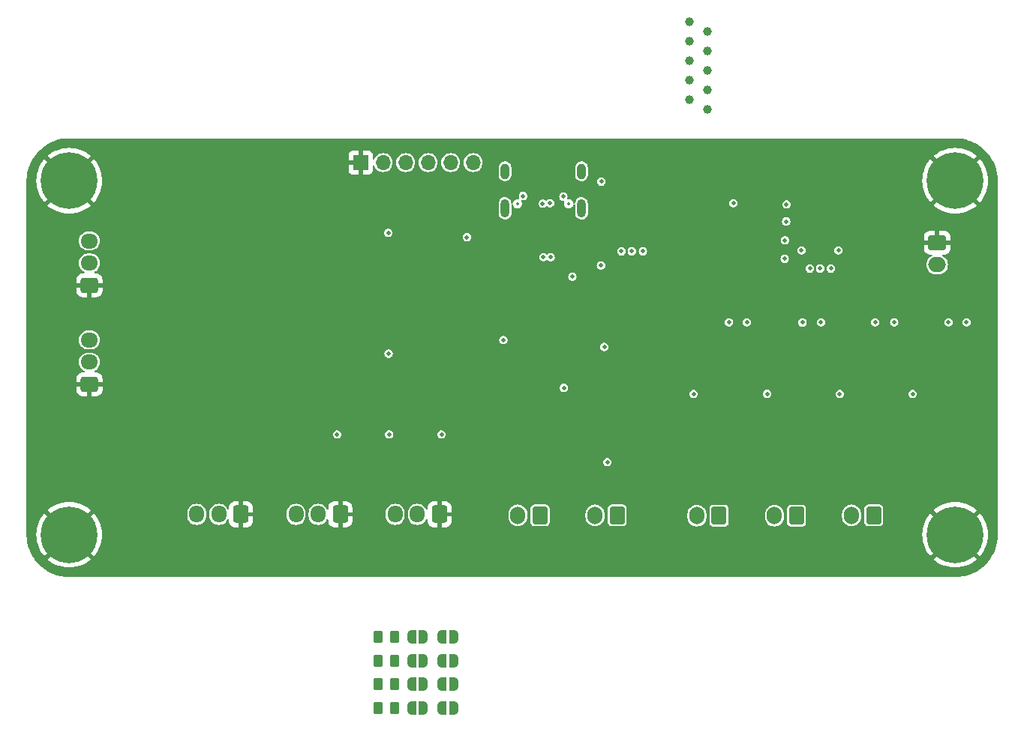
<source format=gbl>
%TF.GenerationSoftware,KiCad,Pcbnew,7.0.7*%
%TF.CreationDate,2024-03-16T18:53:28+01:00*%
%TF.ProjectId,OpenHand,4f70656e-4861-46e6-942e-6b696361645f,rev?*%
%TF.SameCoordinates,Original*%
%TF.FileFunction,Copper,L4,Bot*%
%TF.FilePolarity,Positive*%
%FSLAX46Y46*%
G04 Gerber Fmt 4.6, Leading zero omitted, Abs format (unit mm)*
G04 Created by KiCad (PCBNEW 7.0.7) date 2024-03-16 18:53:28*
%MOMM*%
%LPD*%
G01*
G04 APERTURE LIST*
G04 Aperture macros list*
%AMRoundRect*
0 Rectangle with rounded corners*
0 $1 Rounding radius*
0 $2 $3 $4 $5 $6 $7 $8 $9 X,Y pos of 4 corners*
0 Add a 4 corners polygon primitive as box body*
4,1,4,$2,$3,$4,$5,$6,$7,$8,$9,$2,$3,0*
0 Add four circle primitives for the rounded corners*
1,1,$1+$1,$2,$3*
1,1,$1+$1,$4,$5*
1,1,$1+$1,$6,$7*
1,1,$1+$1,$8,$9*
0 Add four rect primitives between the rounded corners*
20,1,$1+$1,$2,$3,$4,$5,0*
20,1,$1+$1,$4,$5,$6,$7,0*
20,1,$1+$1,$6,$7,$8,$9,0*
20,1,$1+$1,$8,$9,$2,$3,0*%
%AMFreePoly0*
4,1,19,0.500000,-0.750000,0.000000,-0.750000,0.000000,-0.744911,-0.071157,-0.744911,-0.207708,-0.704816,-0.327430,-0.627875,-0.420627,-0.520320,-0.479746,-0.390866,-0.500000,-0.250000,-0.500000,0.250000,-0.479746,0.390866,-0.420627,0.520320,-0.327430,0.627875,-0.207708,0.704816,-0.071157,0.744911,0.000000,0.744911,0.000000,0.750000,0.500000,0.750000,0.500000,-0.750000,0.500000,-0.750000,
$1*%
%AMFreePoly1*
4,1,19,0.000000,0.744911,0.071157,0.744911,0.207708,0.704816,0.327430,0.627875,0.420627,0.520320,0.479746,0.390866,0.500000,0.250000,0.500000,-0.250000,0.479746,-0.390866,0.420627,-0.520320,0.327430,-0.627875,0.207708,-0.704816,0.071157,-0.744911,0.000000,-0.744911,0.000000,-0.750000,-0.500000,-0.750000,-0.500000,0.750000,0.000000,0.750000,0.000000,0.744911,0.000000,0.744911,
$1*%
G04 Aperture macros list end*
%TA.AperFunction,ComponentPad*%
%ADD10RoundRect,0.250000X0.600000X0.750000X-0.600000X0.750000X-0.600000X-0.750000X0.600000X-0.750000X0*%
%TD*%
%TA.AperFunction,ComponentPad*%
%ADD11O,1.700000X2.000000*%
%TD*%
%TA.AperFunction,ComponentPad*%
%ADD12C,0.800000*%
%TD*%
%TA.AperFunction,ComponentPad*%
%ADD13C,6.400000*%
%TD*%
%TA.AperFunction,ComponentPad*%
%ADD14RoundRect,0.250000X0.725000X-0.600000X0.725000X0.600000X-0.725000X0.600000X-0.725000X-0.600000X0*%
%TD*%
%TA.AperFunction,ComponentPad*%
%ADD15O,1.950000X1.700000*%
%TD*%
%TA.AperFunction,ComponentPad*%
%ADD16RoundRect,0.250000X0.600000X0.725000X-0.600000X0.725000X-0.600000X-0.725000X0.600000X-0.725000X0*%
%TD*%
%TA.AperFunction,ComponentPad*%
%ADD17O,1.700000X1.950000*%
%TD*%
%TA.AperFunction,ComponentPad*%
%ADD18O,1.000000X2.100000*%
%TD*%
%TA.AperFunction,ComponentPad*%
%ADD19O,1.000000X1.800000*%
%TD*%
%TA.AperFunction,ComponentPad*%
%ADD20C,0.500000*%
%TD*%
%TA.AperFunction,SMDPad,CuDef*%
%ADD21R,3.500000X2.000000*%
%TD*%
%TA.AperFunction,ComponentPad*%
%ADD22RoundRect,0.250000X-0.750000X0.600000X-0.750000X-0.600000X0.750000X-0.600000X0.750000X0.600000X0*%
%TD*%
%TA.AperFunction,ComponentPad*%
%ADD23O,2.000000X1.700000*%
%TD*%
%TA.AperFunction,ComponentPad*%
%ADD24R,1.700000X1.700000*%
%TD*%
%TA.AperFunction,ComponentPad*%
%ADD25O,1.700000X1.700000*%
%TD*%
%TA.AperFunction,SMDPad,CuDef*%
%ADD26RoundRect,0.250000X-0.262500X-0.450000X0.262500X-0.450000X0.262500X0.450000X-0.262500X0.450000X0*%
%TD*%
%TA.AperFunction,SMDPad,CuDef*%
%ADD27C,1.000000*%
%TD*%
%TA.AperFunction,SMDPad,CuDef*%
%ADD28FreePoly0,180.000000*%
%TD*%
%TA.AperFunction,SMDPad,CuDef*%
%ADD29FreePoly1,180.000000*%
%TD*%
%TA.AperFunction,ViaPad*%
%ADD30C,0.500000*%
%TD*%
%ADD31C,0.300000*%
%ADD32C,0.350000*%
%ADD33O,0.600000X1.700000*%
%ADD34O,0.600000X1.400000*%
%ADD35C,0.200000*%
G04 APERTURE END LIST*
D10*
%TO.P,J2,1,Pin_1*%
%TO.N,MOTOR_02_N*%
X187100000Y-142850000D03*
D11*
%TO.P,J2,2,Pin_2*%
%TO.N,MOTOR_02_P*%
X184600000Y-142850000D03*
%TD*%
D12*
%TO.P,H4,1,1*%
%TO.N,Earth*%
X202600000Y-145000000D03*
X203302944Y-143302944D03*
X203302944Y-146697056D03*
X205000000Y-142600000D03*
D13*
X205000000Y-145000000D03*
D12*
X205000000Y-147400000D03*
X206697056Y-143302944D03*
X206697056Y-146697056D03*
X207400000Y-145000000D03*
%TD*%
D14*
%TO.P,J12,1,Pin_1*%
%TO.N,Earth*%
X107282500Y-128000000D03*
D15*
%TO.P,J12,2,Pin_2*%
%TO.N,EMG_02_P*%
X107282500Y-125500000D03*
%TO.P,J12,3,Pin_3*%
%TO.N,EMG_02_N*%
X107282500Y-123000000D03*
%TD*%
D16*
%TO.P,J9,1,Pin_1*%
%TO.N,Earth*%
X135600000Y-142700000D03*
D17*
%TO.P,J9,2,Pin_2*%
%TO.N,HALL_SENS_02_S*%
X133100000Y-142700000D03*
%TO.P,J9,3,Pin_3*%
%TO.N,+3V3*%
X130600000Y-142700000D03*
%TD*%
D18*
%TO.P,J5,S1,SHIELD*%
%TO.N,unconnected-(J5-SHIELD-PadS1)*%
X162820000Y-108125000D03*
D19*
X162820000Y-103925000D03*
D18*
X154180000Y-108125000D03*
D19*
X154180000Y-103925000D03*
%TD*%
D14*
%TO.P,J8,1,Pin_1*%
%TO.N,Earth*%
X107282500Y-116800000D03*
D15*
%TO.P,J8,2,Pin_2*%
%TO.N,EMG_01_P*%
X107282500Y-114300000D03*
%TO.P,J8,3,Pin_3*%
%TO.N,EMG_01_N*%
X107282500Y-111800000D03*
%TD*%
D12*
%TO.P,H1,1,1*%
%TO.N,Earth*%
X102600000Y-105000000D03*
X103302944Y-103302944D03*
X103302944Y-106697056D03*
X105000000Y-102600000D03*
D13*
X105000000Y-105000000D03*
D12*
X105000000Y-107400000D03*
X106697056Y-103302944D03*
X106697056Y-106697056D03*
X107400000Y-105000000D03*
%TD*%
D20*
%TO.P,U9,17,GND(PPAD)*%
%TO.N,Earth*%
X202700000Y-127662500D03*
X204200000Y-127662500D03*
X205700000Y-127662500D03*
D21*
X204200000Y-126912500D03*
D20*
X202700000Y-126162500D03*
X204200000Y-126162500D03*
X205700000Y-126162500D03*
%TD*%
%TO.P,U7,17,GND(PPAD)*%
%TO.N,Earth*%
X186200000Y-127662500D03*
X187700000Y-127662500D03*
X189200000Y-127662500D03*
D21*
X187700000Y-126912500D03*
D20*
X186200000Y-126162500D03*
X187700000Y-126162500D03*
X189200000Y-126162500D03*
%TD*%
D10*
%TO.P,J1,1,Pin_1*%
%TO.N,MOTOR_01_N*%
X178350000Y-142850000D03*
D11*
%TO.P,J1,2,Pin_2*%
%TO.N,MOTOR_01_P*%
X175850000Y-142850000D03*
%TD*%
D22*
%TO.P,J3,1,Pin_1*%
%TO.N,Earth*%
X202967500Y-112000000D03*
D23*
%TO.P,J3,2,Pin_2*%
%TO.N,BAT_P*%
X202967500Y-114500000D03*
%TD*%
D16*
%TO.P,J13,1,Pin_1*%
%TO.N,Earth*%
X146800000Y-142700000D03*
D17*
%TO.P,J13,2,Pin_2*%
%TO.N,HALL_SENS_03_S*%
X144300000Y-142700000D03*
%TO.P,J13,3,Pin_3*%
%TO.N,+3V3*%
X141800000Y-142700000D03*
%TD*%
D20*
%TO.P,U10,17,GND(PPAD)*%
%TO.N,Earth*%
X178025000Y-127662500D03*
X179525000Y-127662500D03*
X181025000Y-127662500D03*
D21*
X179525000Y-126912500D03*
D20*
X178025000Y-126162500D03*
X179525000Y-126162500D03*
X181025000Y-126162500D03*
%TD*%
D16*
%TO.P,J4,1,Pin_1*%
%TO.N,Earth*%
X124400000Y-142700000D03*
D17*
%TO.P,J4,2,Pin_2*%
%TO.N,HALL_SENS_01_S*%
X121900000Y-142700000D03*
%TO.P,J4,3,Pin_3*%
%TO.N,+3V3*%
X119400000Y-142700000D03*
%TD*%
D12*
%TO.P,H3,1,1*%
%TO.N,Earth*%
X102600000Y-145000000D03*
X103302944Y-143302944D03*
X103302944Y-146697056D03*
X105000000Y-142600000D03*
D13*
X105000000Y-145000000D03*
D12*
X105000000Y-147400000D03*
X106697056Y-143302944D03*
X106697056Y-146697056D03*
X107400000Y-145000000D03*
%TD*%
D10*
%TO.P,J11,1,Pin_1*%
%TO.N,HAPTIC_02_N*%
X166850000Y-142817500D03*
D11*
%TO.P,J11,2,Pin_2*%
%TO.N,HAPTIC_02_P*%
X164350000Y-142817500D03*
%TD*%
D10*
%TO.P,J6,1,Pin_1*%
%TO.N,MOTOR_03_N*%
X195800000Y-142817500D03*
D11*
%TO.P,J6,2,Pin_2*%
%TO.N,MOTOR_03_P*%
X193300000Y-142817500D03*
%TD*%
D10*
%TO.P,J7,1,Pin_1*%
%TO.N,HAPTIC_01_N*%
X158150000Y-142817500D03*
D11*
%TO.P,J7,2,Pin_2*%
%TO.N,HAPTIC_01_P*%
X155650000Y-142817500D03*
%TD*%
D12*
%TO.P,H2,1,1*%
%TO.N,Earth*%
X202600000Y-105000000D03*
X203302944Y-103302944D03*
X203302944Y-106697056D03*
X205000000Y-102600000D03*
D13*
X205000000Y-105000000D03*
D12*
X205000000Y-107400000D03*
X206697056Y-103302944D03*
X206697056Y-106697056D03*
X207400000Y-105000000D03*
%TD*%
D24*
%TO.P,J10,1,Pin_1*%
%TO.N,Earth*%
X137899804Y-102950249D03*
D25*
%TO.P,J10,2,Pin_2*%
%TO.N,JTAG_RST*%
X140439804Y-102950249D03*
%TO.P,J10,3,Pin_3*%
%TO.N,JTAG_TDO*%
X142979804Y-102950249D03*
%TO.P,J10,4,Pin_4*%
%TO.N,JTAG_TDI*%
X145519804Y-102950249D03*
%TO.P,J10,5,Pin_5*%
%TO.N,JTAG_TCK*%
X148059804Y-102950249D03*
%TO.P,J10,6,Pin_6*%
%TO.N,JTAG_TMS*%
X150599804Y-102950249D03*
%TD*%
D20*
%TO.P,U8,17,GND(PPAD)*%
%TO.N,Earth*%
X194500000Y-127662500D03*
X196000000Y-127662500D03*
X197500000Y-127662500D03*
D21*
X196000000Y-126912500D03*
D20*
X194500000Y-126162500D03*
X196000000Y-126162500D03*
X197500000Y-126162500D03*
%TD*%
D26*
%TO.P,R16,1*%
%TO.N,+3V3*%
X139887500Y-164575000D03*
%TO.P,R16,2*%
%TO.N,Net-(JP10-B)*%
X141712500Y-164575000D03*
%TD*%
D27*
%TO.P,TP51,1,1*%
%TO.N,MOTOR_03_PWM*%
X175025000Y-91400000D03*
%TD*%
D28*
%TO.P,JP7,1,A*%
%TO.N,HW_REV_01*%
X144950000Y-156575000D03*
D29*
%TO.P,JP7,2,B*%
%TO.N,Net-(JP7-B)*%
X143650000Y-156575000D03*
%TD*%
D27*
%TO.P,TP56,1,1*%
%TO.N,HAPTIC_02_PWM*%
X175025000Y-95800000D03*
%TD*%
%TO.P,TP49,1,1*%
%TO.N,MOTOR_03_DIR*%
X177025000Y-92500000D03*
%TD*%
%TO.P,TP38,1,1*%
%TO.N,MOTOR_01_PWM*%
X175025000Y-87000000D03*
%TD*%
D28*
%TO.P,JP11,1,A*%
%TO.N,Earth*%
X148400000Y-156575000D03*
D29*
%TO.P,JP11,2,B*%
%TO.N,HW_REV_01*%
X147100000Y-156575000D03*
%TD*%
D26*
%TO.P,R15,1*%
%TO.N,+3V3*%
X139887500Y-161875000D03*
%TO.P,R15,2*%
%TO.N,Net-(JP9-B)*%
X141712500Y-161875000D03*
%TD*%
%TO.P,R14,1*%
%TO.N,+3V3*%
X139887500Y-159225000D03*
%TO.P,R14,2*%
%TO.N,Net-(JP8-B)*%
X141712500Y-159225000D03*
%TD*%
D27*
%TO.P,TP36,1,1*%
%TO.N,MOTOR_01_DIR*%
X177025000Y-88100000D03*
%TD*%
D28*
%TO.P,JP8,1,A*%
%TO.N,HW_REV_02*%
X144950000Y-159225000D03*
D29*
%TO.P,JP8,2,B*%
%TO.N,Net-(JP8-B)*%
X143650000Y-159225000D03*
%TD*%
D26*
%TO.P,R13,1*%
%TO.N,+3V3*%
X139887500Y-156575000D03*
%TO.P,R13,2*%
%TO.N,Net-(JP7-B)*%
X141712500Y-156575000D03*
%TD*%
D27*
%TO.P,TP55,1,1*%
%TO.N,HAPTIC_02_DIR*%
X177025000Y-96900000D03*
%TD*%
D28*
%TO.P,JP10,1,A*%
%TO.N,HW_REV_04*%
X144950000Y-164575000D03*
D29*
%TO.P,JP10,2,B*%
%TO.N,Net-(JP10-B)*%
X143650000Y-164575000D03*
%TD*%
D28*
%TO.P,JP14,1,A*%
%TO.N,Earth*%
X148400000Y-164575000D03*
D29*
%TO.P,JP14,2,B*%
%TO.N,HW_REV_04*%
X147100000Y-164575000D03*
%TD*%
D27*
%TO.P,TP37,1,1*%
%TO.N,MOTOR_02_DIR*%
X177025000Y-90300000D03*
%TD*%
D28*
%TO.P,JP12,1,A*%
%TO.N,Earth*%
X148400000Y-159225000D03*
D29*
%TO.P,JP12,2,B*%
%TO.N,HW_REV_02*%
X147100000Y-159225000D03*
%TD*%
D27*
%TO.P,TP39,1,1*%
%TO.N,MOTOR_02_PWM*%
X175025000Y-89200000D03*
%TD*%
D28*
%TO.P,JP9,1,A*%
%TO.N,HW_REV_03*%
X144950000Y-161875000D03*
D29*
%TO.P,JP9,2,B*%
%TO.N,Net-(JP9-B)*%
X143650000Y-161875000D03*
%TD*%
D27*
%TO.P,TP50,1,1*%
%TO.N,HAPTIC_01_DIR*%
X177025000Y-94700000D03*
%TD*%
D28*
%TO.P,JP13,1,A*%
%TO.N,Earth*%
X148400000Y-161875000D03*
D29*
%TO.P,JP13,2,B*%
%TO.N,HW_REV_03*%
X147100000Y-161875000D03*
%TD*%
D27*
%TO.P,TP52,1,1*%
%TO.N,HAPTIC_01_PWM*%
X175025000Y-93600000D03*
%TD*%
D30*
%TO.N,Earth*%
X101650000Y-136550000D03*
X152437182Y-119287818D03*
X138975000Y-108950000D03*
X195635500Y-122950000D03*
X163575000Y-116100000D03*
X163003249Y-131521751D03*
X202100000Y-120900000D03*
X187325000Y-122902000D03*
X161875000Y-109800000D03*
X173375000Y-102425000D03*
X189550000Y-133225000D03*
X185650000Y-120923000D03*
X173850000Y-106525000D03*
X166950000Y-127300000D03*
X182650000Y-101450000D03*
X195290000Y-111750000D03*
X156375000Y-135250000D03*
X183775000Y-113825000D03*
X176525000Y-133200000D03*
X182100000Y-109500000D03*
X200000000Y-101750000D03*
X184675000Y-101425000D03*
X195400000Y-107550000D03*
X141050000Y-120910500D03*
X197400000Y-133325000D03*
X154628556Y-109556992D03*
X179160500Y-122925000D03*
X182175000Y-133225000D03*
X183750000Y-111725000D03*
X143475000Y-133675000D03*
X160975000Y-112675000D03*
X137550000Y-133675000D03*
X139100000Y-126525000D03*
X177350000Y-120923000D03*
X193900000Y-120923000D03*
X141025000Y-114514500D03*
X149325000Y-133675000D03*
X205025000Y-133300000D03*
X170775000Y-106525000D03*
X195290000Y-109650000D03*
X203835500Y-122925000D03*
X188775000Y-105325000D03*
%TO.N,+5V*%
X156225000Y-106725000D03*
X189850000Y-121002000D03*
X175475000Y-129093000D03*
X200200000Y-129093000D03*
X190975000Y-114925000D03*
X183775000Y-129075000D03*
X187650000Y-112862500D03*
X160775000Y-106800000D03*
X185950000Y-107675000D03*
X165075000Y-105100000D03*
X179475000Y-121002000D03*
X187775000Y-121025000D03*
X188600000Y-114925000D03*
X198125000Y-121002000D03*
X179975000Y-107550000D03*
X185775000Y-111725000D03*
X181500000Y-121002000D03*
X206275000Y-121002000D03*
X185750000Y-113825000D03*
X185925000Y-109600000D03*
X189750000Y-114925000D03*
X191975000Y-129093000D03*
X204250000Y-121002000D03*
X191825000Y-112862500D03*
X195975000Y-121002000D03*
%TO.N,+3V3*%
X165025000Y-114575000D03*
X141125000Y-133675000D03*
X154000000Y-123000000D03*
X161800000Y-115850000D03*
X160850000Y-128400000D03*
X169750000Y-112975000D03*
X167325000Y-112975000D03*
X165750000Y-136800000D03*
X135250000Y-133675000D03*
X147025000Y-133675000D03*
X168500000Y-112975000D03*
X149900000Y-111375000D03*
X141025000Y-110885500D03*
X165400000Y-123775000D03*
X141050000Y-124539500D03*
%TO.N,USB_D-*%
X158450000Y-107575000D03*
X158525000Y-113650000D03*
%TO.N,USB_D+*%
X159350000Y-113650000D03*
X159269340Y-107541297D03*
%TD*%
%TA.AperFunction,Conductor*%
%TO.N,Earth*%
G36*
X106341343Y-145998448D02*
G01*
X106373462Y-146019909D01*
X106648375Y-146294822D01*
X106676152Y-146349339D01*
X106666581Y-146409771D01*
X106623316Y-146453036D01*
X106603514Y-146459903D01*
X106599512Y-146461560D01*
X106599511Y-146461561D01*
X106599509Y-146461561D01*
X106599507Y-146461563D01*
X106516818Y-146516814D01*
X106516814Y-146516818D01*
X106461563Y-146599507D01*
X106457832Y-146608516D01*
X106456231Y-146607853D01*
X106432018Y-146651077D01*
X106376450Y-146676686D01*
X106316442Y-146664742D01*
X106294822Y-146648375D01*
X106019909Y-146373462D01*
X105992132Y-146318945D01*
X106001703Y-146258513D01*
X106025614Y-146228182D01*
X106134870Y-146134870D01*
X106228180Y-146025616D01*
X106280346Y-145993649D01*
X106341343Y-145998448D01*
G37*
%TD.AperFunction*%
%TA.AperFunction,Conductor*%
G36*
X103741485Y-146001703D02*
G01*
X103771821Y-146025618D01*
X103865130Y-146134870D01*
X103865136Y-146134875D01*
X103865139Y-146134878D01*
X103974380Y-146228178D01*
X104006350Y-146280347D01*
X104001549Y-146341343D01*
X103980089Y-146373462D01*
X103705177Y-146648374D01*
X103650660Y-146676151D01*
X103590228Y-146666580D01*
X103546963Y-146623315D01*
X103540098Y-146603518D01*
X103538440Y-146599517D01*
X103538439Y-146599511D01*
X103483184Y-146516816D01*
X103400489Y-146461561D01*
X103400485Y-146461560D01*
X103391484Y-146457832D01*
X103392146Y-146456231D01*
X103348924Y-146432022D01*
X103323312Y-146376455D01*
X103335254Y-146316446D01*
X103351623Y-146294822D01*
X103626536Y-146019909D01*
X103681053Y-145992132D01*
X103741485Y-146001703D01*
G37*
%TD.AperFunction*%
%TA.AperFunction,Conductor*%
G36*
X106409771Y-143333417D02*
G01*
X106453036Y-143376682D01*
X106459904Y-143396486D01*
X106461560Y-143400485D01*
X106461561Y-143400489D01*
X106516816Y-143483184D01*
X106599511Y-143538439D01*
X106599517Y-143538440D01*
X106608516Y-143542168D01*
X106607852Y-143543769D01*
X106651070Y-143567974D01*
X106676684Y-143623539D01*
X106664746Y-143683549D01*
X106648374Y-143705177D01*
X106373462Y-143980089D01*
X106318945Y-144007866D01*
X106258513Y-143998295D01*
X106228178Y-143974380D01*
X106134878Y-143865139D01*
X106134875Y-143865136D01*
X106134870Y-143865130D01*
X106134863Y-143865124D01*
X106134860Y-143865121D01*
X106025618Y-143771820D01*
X105993648Y-143719651D01*
X105998449Y-143658655D01*
X106019909Y-143626536D01*
X106294822Y-143351623D01*
X106349339Y-143323846D01*
X106409771Y-143333417D01*
G37*
%TD.AperFunction*%
%TA.AperFunction,Conductor*%
G36*
X103683545Y-143335250D02*
G01*
X103705177Y-143351624D01*
X103980089Y-143626536D01*
X104007866Y-143681053D01*
X103998295Y-143741485D01*
X103974381Y-143771820D01*
X103865133Y-143865127D01*
X103865127Y-143865133D01*
X103771820Y-143974381D01*
X103719650Y-144006350D01*
X103658654Y-144001549D01*
X103626536Y-143980089D01*
X103351624Y-143705177D01*
X103323847Y-143650660D01*
X103333418Y-143590228D01*
X103376683Y-143546963D01*
X103396483Y-143540097D01*
X103400480Y-143538440D01*
X103400489Y-143538439D01*
X103483184Y-143483184D01*
X103538439Y-143400489D01*
X103538440Y-143400480D01*
X103542168Y-143391484D01*
X103543769Y-143392147D01*
X103567970Y-143348932D01*
X103623535Y-143323314D01*
X103683545Y-143335250D01*
G37*
%TD.AperFunction*%
%TA.AperFunction,Conductor*%
G36*
X206341343Y-145998448D02*
G01*
X206373462Y-146019909D01*
X206648375Y-146294822D01*
X206676152Y-146349339D01*
X206666581Y-146409771D01*
X206623316Y-146453036D01*
X206603514Y-146459903D01*
X206599512Y-146461560D01*
X206599511Y-146461561D01*
X206599509Y-146461561D01*
X206599507Y-146461563D01*
X206516818Y-146516814D01*
X206516814Y-146516818D01*
X206461563Y-146599507D01*
X206457832Y-146608516D01*
X206456231Y-146607853D01*
X206432018Y-146651077D01*
X206376450Y-146676686D01*
X206316442Y-146664742D01*
X206294822Y-146648375D01*
X206019909Y-146373462D01*
X205992132Y-146318945D01*
X206001703Y-146258513D01*
X206025614Y-146228182D01*
X206134870Y-146134870D01*
X206228180Y-146025616D01*
X206280346Y-145993649D01*
X206341343Y-145998448D01*
G37*
%TD.AperFunction*%
%TA.AperFunction,Conductor*%
G36*
X203741485Y-146001703D02*
G01*
X203771821Y-146025618D01*
X203865130Y-146134870D01*
X203865136Y-146134875D01*
X203865139Y-146134878D01*
X203974380Y-146228178D01*
X204006350Y-146280347D01*
X204001549Y-146341343D01*
X203980089Y-146373462D01*
X203705177Y-146648374D01*
X203650660Y-146676151D01*
X203590228Y-146666580D01*
X203546963Y-146623315D01*
X203540098Y-146603518D01*
X203538440Y-146599517D01*
X203538439Y-146599511D01*
X203483184Y-146516816D01*
X203400489Y-146461561D01*
X203400485Y-146461560D01*
X203391484Y-146457832D01*
X203392146Y-146456231D01*
X203348924Y-146432022D01*
X203323312Y-146376455D01*
X203335254Y-146316446D01*
X203351623Y-146294822D01*
X203626536Y-146019909D01*
X203681053Y-145992132D01*
X203741485Y-146001703D01*
G37*
%TD.AperFunction*%
%TA.AperFunction,Conductor*%
G36*
X206409771Y-143333417D02*
G01*
X206453036Y-143376682D01*
X206459904Y-143396486D01*
X206461560Y-143400485D01*
X206461561Y-143400489D01*
X206516816Y-143483184D01*
X206599511Y-143538439D01*
X206599517Y-143538440D01*
X206608516Y-143542168D01*
X206607852Y-143543769D01*
X206651070Y-143567974D01*
X206676684Y-143623539D01*
X206664746Y-143683549D01*
X206648374Y-143705177D01*
X206373462Y-143980089D01*
X206318945Y-144007866D01*
X206258513Y-143998295D01*
X206228178Y-143974380D01*
X206134878Y-143865139D01*
X206134875Y-143865136D01*
X206134870Y-143865130D01*
X206134863Y-143865124D01*
X206134860Y-143865121D01*
X206025618Y-143771820D01*
X205993648Y-143719651D01*
X205998449Y-143658655D01*
X206019909Y-143626536D01*
X206294822Y-143351623D01*
X206349339Y-143323846D01*
X206409771Y-143333417D01*
G37*
%TD.AperFunction*%
%TA.AperFunction,Conductor*%
G36*
X203683545Y-143335250D02*
G01*
X203705177Y-143351624D01*
X203980089Y-143626536D01*
X204007866Y-143681053D01*
X203998295Y-143741485D01*
X203974381Y-143771820D01*
X203865133Y-143865127D01*
X203865127Y-143865133D01*
X203771820Y-143974381D01*
X203719650Y-144006350D01*
X203658654Y-144001549D01*
X203626536Y-143980089D01*
X203351624Y-143705177D01*
X203323847Y-143650660D01*
X203333418Y-143590228D01*
X203376683Y-143546963D01*
X203396483Y-143540097D01*
X203400480Y-143538440D01*
X203400489Y-143538439D01*
X203483184Y-143483184D01*
X203538439Y-143400489D01*
X203538440Y-143400480D01*
X203542168Y-143391484D01*
X203543769Y-143392147D01*
X203567970Y-143348932D01*
X203623535Y-143323314D01*
X203683545Y-143335250D01*
G37*
%TD.AperFunction*%
%TA.AperFunction,Conductor*%
G36*
X106341343Y-105998448D02*
G01*
X106373462Y-106019909D01*
X106648375Y-106294822D01*
X106676152Y-106349339D01*
X106666581Y-106409771D01*
X106623316Y-106453036D01*
X106603514Y-106459903D01*
X106599512Y-106461560D01*
X106599511Y-106461561D01*
X106599509Y-106461561D01*
X106599507Y-106461563D01*
X106516818Y-106516814D01*
X106516814Y-106516818D01*
X106461563Y-106599507D01*
X106457832Y-106608516D01*
X106456231Y-106607853D01*
X106432018Y-106651077D01*
X106376450Y-106676686D01*
X106316442Y-106664742D01*
X106294822Y-106648375D01*
X106019909Y-106373462D01*
X105992132Y-106318945D01*
X106001703Y-106258513D01*
X106025614Y-106228182D01*
X106134870Y-106134870D01*
X106228180Y-106025616D01*
X106280346Y-105993649D01*
X106341343Y-105998448D01*
G37*
%TD.AperFunction*%
%TA.AperFunction,Conductor*%
G36*
X103741485Y-106001703D02*
G01*
X103771821Y-106025618D01*
X103865130Y-106134870D01*
X103865136Y-106134875D01*
X103865139Y-106134878D01*
X103974380Y-106228178D01*
X104006350Y-106280347D01*
X104001549Y-106341343D01*
X103980089Y-106373462D01*
X103705177Y-106648374D01*
X103650660Y-106676151D01*
X103590228Y-106666580D01*
X103546963Y-106623315D01*
X103540098Y-106603518D01*
X103538440Y-106599517D01*
X103538439Y-106599511D01*
X103483184Y-106516816D01*
X103400489Y-106461561D01*
X103400485Y-106461560D01*
X103391484Y-106457832D01*
X103392146Y-106456231D01*
X103348924Y-106432022D01*
X103323312Y-106376455D01*
X103335254Y-106316446D01*
X103351623Y-106294822D01*
X103626536Y-106019909D01*
X103681053Y-105992132D01*
X103741485Y-106001703D01*
G37*
%TD.AperFunction*%
%TA.AperFunction,Conductor*%
G36*
X106409771Y-103333417D02*
G01*
X106453036Y-103376682D01*
X106459904Y-103396486D01*
X106461560Y-103400485D01*
X106461561Y-103400489D01*
X106516816Y-103483184D01*
X106599511Y-103538439D01*
X106599517Y-103538440D01*
X106608516Y-103542168D01*
X106607852Y-103543769D01*
X106651070Y-103567974D01*
X106676684Y-103623539D01*
X106664746Y-103683549D01*
X106648374Y-103705177D01*
X106373462Y-103980089D01*
X106318945Y-104007866D01*
X106258513Y-103998295D01*
X106228178Y-103974380D01*
X106134878Y-103865139D01*
X106134875Y-103865136D01*
X106134870Y-103865130D01*
X106134863Y-103865124D01*
X106134860Y-103865121D01*
X106025618Y-103771820D01*
X105993648Y-103719651D01*
X105998449Y-103658655D01*
X106019909Y-103626536D01*
X106294822Y-103351623D01*
X106349339Y-103323846D01*
X106409771Y-103333417D01*
G37*
%TD.AperFunction*%
%TA.AperFunction,Conductor*%
G36*
X103683545Y-103335250D02*
G01*
X103705177Y-103351624D01*
X103980089Y-103626536D01*
X104007866Y-103681053D01*
X103998295Y-103741485D01*
X103974381Y-103771820D01*
X103865133Y-103865127D01*
X103865127Y-103865133D01*
X103771820Y-103974381D01*
X103719650Y-104006350D01*
X103658654Y-104001549D01*
X103626536Y-103980089D01*
X103351624Y-103705177D01*
X103323847Y-103650660D01*
X103333418Y-103590228D01*
X103376683Y-103546963D01*
X103396483Y-103540097D01*
X103400480Y-103538440D01*
X103400489Y-103538439D01*
X103483184Y-103483184D01*
X103538439Y-103400489D01*
X103538440Y-103400480D01*
X103542168Y-103391484D01*
X103543769Y-103392147D01*
X103567970Y-103348932D01*
X103623535Y-103323314D01*
X103683545Y-103335250D01*
G37*
%TD.AperFunction*%
%TA.AperFunction,Conductor*%
G36*
X206341343Y-105998448D02*
G01*
X206373462Y-106019909D01*
X206648375Y-106294822D01*
X206676152Y-106349339D01*
X206666581Y-106409771D01*
X206623316Y-106453036D01*
X206603514Y-106459903D01*
X206599512Y-106461560D01*
X206599511Y-106461561D01*
X206599509Y-106461561D01*
X206599507Y-106461563D01*
X206516818Y-106516814D01*
X206516814Y-106516818D01*
X206461563Y-106599507D01*
X206457832Y-106608516D01*
X206456231Y-106607853D01*
X206432018Y-106651077D01*
X206376450Y-106676686D01*
X206316442Y-106664742D01*
X206294822Y-106648375D01*
X206019909Y-106373462D01*
X205992132Y-106318945D01*
X206001703Y-106258513D01*
X206025614Y-106228182D01*
X206134870Y-106134870D01*
X206228180Y-106025616D01*
X206280346Y-105993649D01*
X206341343Y-105998448D01*
G37*
%TD.AperFunction*%
%TA.AperFunction,Conductor*%
G36*
X203741485Y-106001703D02*
G01*
X203771821Y-106025618D01*
X203865130Y-106134870D01*
X203865136Y-106134875D01*
X203865139Y-106134878D01*
X203974380Y-106228178D01*
X204006350Y-106280347D01*
X204001549Y-106341343D01*
X203980089Y-106373462D01*
X203705177Y-106648374D01*
X203650660Y-106676151D01*
X203590228Y-106666580D01*
X203546963Y-106623315D01*
X203540098Y-106603518D01*
X203538440Y-106599517D01*
X203538439Y-106599511D01*
X203483184Y-106516816D01*
X203400489Y-106461561D01*
X203400485Y-106461560D01*
X203391484Y-106457832D01*
X203392146Y-106456231D01*
X203348924Y-106432022D01*
X203323312Y-106376455D01*
X203335254Y-106316446D01*
X203351623Y-106294822D01*
X203626536Y-106019909D01*
X203681053Y-105992132D01*
X203741485Y-106001703D01*
G37*
%TD.AperFunction*%
%TA.AperFunction,Conductor*%
G36*
X206409771Y-103333417D02*
G01*
X206453036Y-103376682D01*
X206459904Y-103396486D01*
X206461560Y-103400485D01*
X206461561Y-103400489D01*
X206516816Y-103483184D01*
X206599511Y-103538439D01*
X206599517Y-103538440D01*
X206608516Y-103542168D01*
X206607852Y-103543769D01*
X206651070Y-103567974D01*
X206676684Y-103623539D01*
X206664746Y-103683549D01*
X206648374Y-103705177D01*
X206373462Y-103980089D01*
X206318945Y-104007866D01*
X206258513Y-103998295D01*
X206228178Y-103974380D01*
X206134878Y-103865139D01*
X206134875Y-103865136D01*
X206134870Y-103865130D01*
X206134863Y-103865124D01*
X206134860Y-103865121D01*
X206025618Y-103771820D01*
X205993648Y-103719651D01*
X205998449Y-103658655D01*
X206019909Y-103626536D01*
X206294822Y-103351623D01*
X206349339Y-103323846D01*
X206409771Y-103333417D01*
G37*
%TD.AperFunction*%
%TA.AperFunction,Conductor*%
G36*
X203683545Y-103335250D02*
G01*
X203705177Y-103351624D01*
X203980089Y-103626536D01*
X204007866Y-103681053D01*
X203998295Y-103741485D01*
X203974381Y-103771820D01*
X203865133Y-103865127D01*
X203865127Y-103865133D01*
X203771820Y-103974381D01*
X203719650Y-104006350D01*
X203658654Y-104001549D01*
X203626536Y-103980089D01*
X203351624Y-103705177D01*
X203323847Y-103650660D01*
X203333418Y-103590228D01*
X203376683Y-103546963D01*
X203396483Y-103540097D01*
X203400480Y-103538440D01*
X203400489Y-103538439D01*
X203483184Y-103483184D01*
X203538439Y-103400489D01*
X203538440Y-103400480D01*
X203542168Y-103391484D01*
X203543769Y-103392147D01*
X203567970Y-103348932D01*
X203623535Y-103323314D01*
X203683545Y-103335250D01*
G37*
%TD.AperFunction*%
%TA.AperFunction,Conductor*%
G36*
X205416163Y-100218670D02*
G01*
X205420438Y-100219044D01*
X205831282Y-100273133D01*
X205835531Y-100273882D01*
X206240111Y-100363575D01*
X206244235Y-100364680D01*
X206529926Y-100454757D01*
X206639463Y-100489295D01*
X206643519Y-100490770D01*
X206834940Y-100570060D01*
X207026359Y-100649349D01*
X207030257Y-100651165D01*
X207397833Y-100842513D01*
X207401568Y-100844670D01*
X207751062Y-101067322D01*
X207754592Y-101069794D01*
X208047985Y-101294922D01*
X208083340Y-101322051D01*
X208086650Y-101324828D01*
X208392164Y-101604780D01*
X208395219Y-101607835D01*
X208675171Y-101913349D01*
X208677948Y-101916659D01*
X208930199Y-102245398D01*
X208932677Y-102248937D01*
X209155329Y-102598431D01*
X209157490Y-102602173D01*
X209338688Y-102950252D01*
X209348825Y-102969724D01*
X209350650Y-102973640D01*
X209509227Y-103356476D01*
X209510704Y-103360536D01*
X209593629Y-103623539D01*
X209635314Y-103755748D01*
X209636430Y-103759912D01*
X209726116Y-104164463D01*
X209726866Y-104168717D01*
X209780953Y-104579549D01*
X209781330Y-104583853D01*
X209799499Y-104999999D01*
X209799500Y-144960118D01*
X209799500Y-145000000D01*
X209781330Y-145416147D01*
X209780953Y-145420450D01*
X209726866Y-145831282D01*
X209726116Y-145835536D01*
X209636430Y-146240087D01*
X209635312Y-146244261D01*
X209510704Y-146639463D01*
X209509227Y-146643523D01*
X209350650Y-147026359D01*
X209348825Y-147030275D01*
X209157490Y-147397826D01*
X209155329Y-147401568D01*
X208932677Y-147751062D01*
X208930199Y-147754601D01*
X208677948Y-148083340D01*
X208675171Y-148086650D01*
X208395219Y-148392164D01*
X208392164Y-148395219D01*
X208086650Y-148675171D01*
X208083340Y-148677948D01*
X207754601Y-148930199D01*
X207751062Y-148932677D01*
X207401568Y-149155329D01*
X207397826Y-149157490D01*
X207030275Y-149348825D01*
X207026359Y-149350650D01*
X206643523Y-149509227D01*
X206639463Y-149510704D01*
X206291530Y-149620407D01*
X206244256Y-149635313D01*
X206240089Y-149636429D01*
X206188018Y-149647973D01*
X205835536Y-149726116D01*
X205831282Y-149726866D01*
X205420450Y-149780953D01*
X205416147Y-149781330D01*
X205000000Y-149799500D01*
X105000000Y-149799500D01*
X104583852Y-149781330D01*
X104579549Y-149780953D01*
X104168717Y-149726866D01*
X104164463Y-149726116D01*
X103912118Y-149670173D01*
X103759904Y-149636428D01*
X103755748Y-149635314D01*
X103633302Y-149596707D01*
X103360536Y-149510704D01*
X103356476Y-149509227D01*
X102973640Y-149350650D01*
X102969732Y-149348829D01*
X102602173Y-149157490D01*
X102598431Y-149155329D01*
X102248937Y-148932677D01*
X102245398Y-148930199D01*
X101916659Y-148677948D01*
X101913349Y-148675171D01*
X101607835Y-148395219D01*
X101604780Y-148392164D01*
X101324828Y-148086650D01*
X101322051Y-148083340D01*
X101096121Y-147788903D01*
X101069794Y-147754592D01*
X101067322Y-147751062D01*
X100844670Y-147401568D01*
X100842509Y-147397826D01*
X100651165Y-147030257D01*
X100649349Y-147026359D01*
X100492782Y-146648375D01*
X100490770Y-146643519D01*
X100489295Y-146639463D01*
X100433202Y-146461561D01*
X100364680Y-146244235D01*
X100363575Y-146240111D01*
X100273882Y-145835531D01*
X100273133Y-145831282D01*
X100259619Y-145728631D01*
X100219044Y-145420438D01*
X100218670Y-145416163D01*
X100200500Y-145000000D01*
X101294922Y-145000000D01*
X101315217Y-145387274D01*
X101315219Y-145387295D01*
X101375885Y-145770324D01*
X101375886Y-145770326D01*
X101476260Y-146144929D01*
X101476262Y-146144936D01*
X101615241Y-146506988D01*
X101791305Y-146852534D01*
X101791311Y-146852545D01*
X102002527Y-147177786D01*
X102211095Y-147435349D01*
X102900710Y-146745735D01*
X102955227Y-146717958D01*
X103015659Y-146727529D01*
X103058924Y-146770794D01*
X103065792Y-146790598D01*
X103067448Y-146794597D01*
X103067449Y-146794601D01*
X103122704Y-146877296D01*
X103205399Y-146932551D01*
X103205405Y-146932552D01*
X103214404Y-146936280D01*
X103213740Y-146937881D01*
X103256957Y-146962084D01*
X103282573Y-147017649D01*
X103270636Y-147077659D01*
X103254263Y-147099289D01*
X102564649Y-147788903D01*
X102822213Y-147997472D01*
X103147454Y-148208688D01*
X103147465Y-148208694D01*
X103493011Y-148384758D01*
X103855063Y-148523737D01*
X103855070Y-148523739D01*
X104229673Y-148624113D01*
X104229675Y-148624114D01*
X104612704Y-148684780D01*
X104612725Y-148684782D01*
X104999994Y-148705078D01*
X105000006Y-148705078D01*
X105387274Y-148684782D01*
X105387295Y-148684780D01*
X105770324Y-148624114D01*
X105770326Y-148624113D01*
X106144929Y-148523739D01*
X106144936Y-148523737D01*
X106506988Y-148384758D01*
X106852534Y-148208694D01*
X106852545Y-148208688D01*
X107177783Y-147997475D01*
X107177793Y-147997468D01*
X107435349Y-147788903D01*
X106745736Y-147099289D01*
X106717959Y-147044772D01*
X106727530Y-146984340D01*
X106770795Y-146941075D01*
X106790595Y-146934209D01*
X106794592Y-146932552D01*
X106794601Y-146932551D01*
X106877296Y-146877296D01*
X106932551Y-146794601D01*
X106932552Y-146794592D01*
X106936280Y-146785596D01*
X106937881Y-146786259D01*
X106962082Y-146743044D01*
X107017647Y-146717426D01*
X107077657Y-146729362D01*
X107099289Y-146745736D01*
X107788903Y-147435349D01*
X107997468Y-147177793D01*
X107997475Y-147177783D01*
X108208688Y-146852545D01*
X108208694Y-146852534D01*
X108384758Y-146506988D01*
X108523737Y-146144936D01*
X108523739Y-146144929D01*
X108624113Y-145770326D01*
X108624114Y-145770324D01*
X108684780Y-145387295D01*
X108684782Y-145387274D01*
X108705078Y-145000000D01*
X201294922Y-145000000D01*
X201315217Y-145387274D01*
X201315219Y-145387295D01*
X201375885Y-145770324D01*
X201375886Y-145770326D01*
X201476260Y-146144929D01*
X201476262Y-146144936D01*
X201615241Y-146506988D01*
X201791305Y-146852534D01*
X201791311Y-146852545D01*
X202002527Y-147177786D01*
X202211095Y-147435349D01*
X202900710Y-146745735D01*
X202955227Y-146717958D01*
X203015659Y-146727529D01*
X203058924Y-146770794D01*
X203065792Y-146790598D01*
X203067448Y-146794597D01*
X203067449Y-146794601D01*
X203122704Y-146877296D01*
X203205399Y-146932551D01*
X203205405Y-146932552D01*
X203214404Y-146936280D01*
X203213740Y-146937881D01*
X203256957Y-146962084D01*
X203282573Y-147017649D01*
X203270636Y-147077659D01*
X203254263Y-147099289D01*
X202564649Y-147788903D01*
X202822213Y-147997472D01*
X203147454Y-148208688D01*
X203147465Y-148208694D01*
X203493011Y-148384758D01*
X203855063Y-148523737D01*
X203855070Y-148523739D01*
X204229673Y-148624113D01*
X204229675Y-148624114D01*
X204612704Y-148684780D01*
X204612725Y-148684782D01*
X204999994Y-148705078D01*
X205000006Y-148705078D01*
X205387274Y-148684782D01*
X205387295Y-148684780D01*
X205770324Y-148624114D01*
X205770326Y-148624113D01*
X206144929Y-148523739D01*
X206144936Y-148523737D01*
X206506988Y-148384758D01*
X206852534Y-148208694D01*
X206852545Y-148208688D01*
X207177783Y-147997475D01*
X207177793Y-147997468D01*
X207435349Y-147788903D01*
X206745736Y-147099289D01*
X206717959Y-147044772D01*
X206727530Y-146984340D01*
X206770795Y-146941075D01*
X206790595Y-146934209D01*
X206794592Y-146932552D01*
X206794601Y-146932551D01*
X206877296Y-146877296D01*
X206932551Y-146794601D01*
X206932552Y-146794592D01*
X206936280Y-146785596D01*
X206937881Y-146786259D01*
X206962082Y-146743044D01*
X207017647Y-146717426D01*
X207077657Y-146729362D01*
X207099289Y-146745736D01*
X207788903Y-147435349D01*
X207997468Y-147177793D01*
X207997475Y-147177783D01*
X208208688Y-146852545D01*
X208208694Y-146852534D01*
X208384758Y-146506988D01*
X208523737Y-146144936D01*
X208523739Y-146144929D01*
X208624113Y-145770326D01*
X208624114Y-145770324D01*
X208684780Y-145387295D01*
X208684782Y-145387274D01*
X208705078Y-145000000D01*
X208705078Y-144999993D01*
X208684782Y-144612725D01*
X208684780Y-144612704D01*
X208624114Y-144229675D01*
X208624113Y-144229673D01*
X208523739Y-143855070D01*
X208523737Y-143855063D01*
X208384758Y-143493011D01*
X208208694Y-143147465D01*
X208208688Y-143147454D01*
X207997472Y-142822213D01*
X207788903Y-142564649D01*
X207099289Y-143254263D01*
X207044772Y-143282040D01*
X206984340Y-143272469D01*
X206941075Y-143229204D01*
X206934208Y-143209401D01*
X206932552Y-143205405D01*
X206932551Y-143205399D01*
X206877296Y-143122704D01*
X206794601Y-143067449D01*
X206794597Y-143067448D01*
X206785596Y-143063720D01*
X206786258Y-143062119D01*
X206743036Y-143037910D01*
X206717424Y-142982343D01*
X206729366Y-142922334D01*
X206745735Y-142900710D01*
X207435349Y-142211095D01*
X207177786Y-142002527D01*
X206852545Y-141791311D01*
X206852534Y-141791305D01*
X206506988Y-141615241D01*
X206144936Y-141476262D01*
X206144929Y-141476260D01*
X205770326Y-141375886D01*
X205770324Y-141375885D01*
X205387295Y-141315219D01*
X205387274Y-141315217D01*
X205000006Y-141294922D01*
X204999994Y-141294922D01*
X204612725Y-141315217D01*
X204612704Y-141315219D01*
X204229675Y-141375885D01*
X204229673Y-141375886D01*
X203855070Y-141476260D01*
X203855063Y-141476262D01*
X203493011Y-141615241D01*
X203147465Y-141791305D01*
X203147454Y-141791311D01*
X202822208Y-142002530D01*
X202564649Y-142211095D01*
X203254263Y-142900710D01*
X203282040Y-142955227D01*
X203272469Y-143015659D01*
X203229204Y-143058924D01*
X203209402Y-143065791D01*
X203205400Y-143067448D01*
X203205399Y-143067449D01*
X203205397Y-143067449D01*
X203205395Y-143067451D01*
X203122706Y-143122702D01*
X203122702Y-143122706D01*
X203067451Y-143205395D01*
X203063720Y-143214404D01*
X203062119Y-143213741D01*
X203037906Y-143256965D01*
X202982338Y-143282574D01*
X202922330Y-143270630D01*
X202900710Y-143254263D01*
X202211095Y-142564649D01*
X202002530Y-142822208D01*
X201791311Y-143147454D01*
X201791305Y-143147465D01*
X201615241Y-143493011D01*
X201476262Y-143855063D01*
X201476260Y-143855070D01*
X201375886Y-144229673D01*
X201375885Y-144229675D01*
X201315219Y-144612704D01*
X201315217Y-144612725D01*
X201294922Y-144999993D01*
X201294922Y-145000000D01*
X108705078Y-145000000D01*
X108705078Y-144999993D01*
X108684782Y-144612725D01*
X108684780Y-144612704D01*
X108624114Y-144229675D01*
X108624113Y-144229673D01*
X108523739Y-143855070D01*
X108523737Y-143855063D01*
X108384758Y-143493011D01*
X108208694Y-143147465D01*
X108208688Y-143147454D01*
X108033435Y-142877591D01*
X118329500Y-142877591D01*
X118344987Y-143034849D01*
X118344988Y-143034855D01*
X118406201Y-143236645D01*
X118406203Y-143236650D01*
X118505602Y-143422613D01*
X118626544Y-143569981D01*
X118639379Y-143585621D01*
X118639384Y-143585625D01*
X118802386Y-143719397D01*
X118988349Y-143818796D01*
X118988355Y-143818799D01*
X119107902Y-143855063D01*
X119190144Y-143880011D01*
X119190149Y-143880012D01*
X119399997Y-143900680D01*
X119400000Y-143900680D01*
X119400003Y-143900680D01*
X119609850Y-143880012D01*
X119609855Y-143880011D01*
X119811645Y-143818799D01*
X119899536Y-143771820D01*
X119997613Y-143719397D01*
X119997614Y-143719395D01*
X119997616Y-143719395D01*
X120160621Y-143585621D01*
X120294395Y-143422616D01*
X120298567Y-143414812D01*
X120369535Y-143282040D01*
X120393799Y-143236645D01*
X120455011Y-143034855D01*
X120470500Y-142877593D01*
X120470500Y-142877591D01*
X120829500Y-142877591D01*
X120844987Y-143034849D01*
X120844988Y-143034855D01*
X120906201Y-143236645D01*
X120906203Y-143236650D01*
X121005602Y-143422613D01*
X121126544Y-143569981D01*
X121139379Y-143585621D01*
X121139384Y-143585625D01*
X121302386Y-143719397D01*
X121488349Y-143818796D01*
X121488355Y-143818799D01*
X121607902Y-143855063D01*
X121690144Y-143880011D01*
X121690149Y-143880012D01*
X121899997Y-143900680D01*
X121900000Y-143900680D01*
X121900003Y-143900680D01*
X122109850Y-143880012D01*
X122109855Y-143880011D01*
X122109854Y-143880010D01*
X122311645Y-143818799D01*
X122399536Y-143771820D01*
X122497613Y-143719397D01*
X122497614Y-143719395D01*
X122497616Y-143719395D01*
X122660621Y-143585621D01*
X122794395Y-143422616D01*
X122863691Y-143292971D01*
X122907795Y-143250567D01*
X122968403Y-143242184D01*
X123022364Y-143271026D01*
X123049066Y-143326077D01*
X123050000Y-143339641D01*
X123050000Y-143474986D01*
X123060492Y-143577687D01*
X123060495Y-143577699D01*
X123115643Y-143744124D01*
X123207680Y-143893340D01*
X123331659Y-144017319D01*
X123480875Y-144109356D01*
X123647306Y-144164506D01*
X123750012Y-144174999D01*
X124149998Y-144174999D01*
X124149999Y-144174998D01*
X124149999Y-143258192D01*
X124168906Y-143200001D01*
X124218406Y-143164037D01*
X124263089Y-143160200D01*
X124366021Y-143175000D01*
X124366025Y-143175000D01*
X124433979Y-143175000D01*
X124536910Y-143160200D01*
X124597199Y-143170633D01*
X124639842Y-143214510D01*
X124650000Y-143258192D01*
X124650000Y-144174998D01*
X124650001Y-144174999D01*
X125049986Y-144174999D01*
X125152687Y-144164507D01*
X125152699Y-144164504D01*
X125319124Y-144109356D01*
X125468340Y-144017319D01*
X125592319Y-143893340D01*
X125684356Y-143744124D01*
X125739506Y-143577693D01*
X125750000Y-143474987D01*
X125750000Y-142950001D01*
X125749999Y-142950000D01*
X124953895Y-142950000D01*
X124895704Y-142931093D01*
X124859740Y-142881593D01*
X124859683Y-142877591D01*
X129529500Y-142877591D01*
X129544987Y-143034849D01*
X129544988Y-143034855D01*
X129606201Y-143236645D01*
X129606203Y-143236650D01*
X129705602Y-143422613D01*
X129826544Y-143569981D01*
X129839379Y-143585621D01*
X129839384Y-143585625D01*
X130002386Y-143719397D01*
X130188349Y-143818796D01*
X130188355Y-143818799D01*
X130307902Y-143855063D01*
X130390144Y-143880011D01*
X130390149Y-143880012D01*
X130599997Y-143900680D01*
X130600000Y-143900680D01*
X130600003Y-143900680D01*
X130809850Y-143880012D01*
X130809855Y-143880011D01*
X131011645Y-143818799D01*
X131099536Y-143771820D01*
X131197613Y-143719397D01*
X131197614Y-143719395D01*
X131197616Y-143719395D01*
X131360621Y-143585621D01*
X131494395Y-143422616D01*
X131498567Y-143414812D01*
X131569535Y-143282040D01*
X131593799Y-143236645D01*
X131655011Y-143034855D01*
X131670500Y-142877593D01*
X131670500Y-142877591D01*
X132029500Y-142877591D01*
X132044987Y-143034849D01*
X132044988Y-143034855D01*
X132106201Y-143236645D01*
X132106203Y-143236650D01*
X132205602Y-143422613D01*
X132326544Y-143569981D01*
X132339379Y-143585621D01*
X132339384Y-143585625D01*
X132502386Y-143719397D01*
X132688349Y-143818796D01*
X132688355Y-143818799D01*
X132807902Y-143855063D01*
X132890144Y-143880011D01*
X132890149Y-143880012D01*
X133099997Y-143900680D01*
X133100000Y-143900680D01*
X133100003Y-143900680D01*
X133309850Y-143880012D01*
X133309855Y-143880011D01*
X133309854Y-143880010D01*
X133511645Y-143818799D01*
X133599536Y-143771820D01*
X133697613Y-143719397D01*
X133697614Y-143719395D01*
X133697616Y-143719395D01*
X133860621Y-143585621D01*
X133994395Y-143422616D01*
X134063691Y-143292971D01*
X134107795Y-143250567D01*
X134168403Y-143242184D01*
X134222364Y-143271026D01*
X134249066Y-143326077D01*
X134250000Y-143339641D01*
X134250000Y-143474986D01*
X134260492Y-143577687D01*
X134260495Y-143577699D01*
X134315643Y-143744124D01*
X134407680Y-143893340D01*
X134531659Y-144017319D01*
X134680875Y-144109356D01*
X134847306Y-144164506D01*
X134950012Y-144174999D01*
X135349998Y-144174999D01*
X135350000Y-144174998D01*
X135350000Y-143258192D01*
X135368907Y-143200001D01*
X135418407Y-143164037D01*
X135463090Y-143160200D01*
X135566021Y-143175000D01*
X135566025Y-143175000D01*
X135633979Y-143175000D01*
X135736910Y-143160200D01*
X135797199Y-143170633D01*
X135839842Y-143214510D01*
X135850000Y-143258192D01*
X135850000Y-144174998D01*
X135850001Y-144174999D01*
X136249986Y-144174999D01*
X136352687Y-144164507D01*
X136352699Y-144164504D01*
X136519124Y-144109356D01*
X136668340Y-144017319D01*
X136792319Y-143893340D01*
X136884356Y-143744124D01*
X136939506Y-143577693D01*
X136950000Y-143474987D01*
X136950000Y-142950001D01*
X136949999Y-142950000D01*
X136153895Y-142950000D01*
X136095704Y-142931093D01*
X136059740Y-142881593D01*
X136059683Y-142877591D01*
X140729500Y-142877591D01*
X140744987Y-143034849D01*
X140744988Y-143034855D01*
X140806201Y-143236645D01*
X140806203Y-143236650D01*
X140905602Y-143422613D01*
X141026544Y-143569981D01*
X141039379Y-143585621D01*
X141039384Y-143585625D01*
X141202386Y-143719397D01*
X141388349Y-143818796D01*
X141388355Y-143818799D01*
X141507902Y-143855063D01*
X141590144Y-143880011D01*
X141590149Y-143880012D01*
X141799997Y-143900680D01*
X141800000Y-143900680D01*
X141800003Y-143900680D01*
X142009850Y-143880012D01*
X142009855Y-143880011D01*
X142009855Y-143880010D01*
X142211645Y-143818799D01*
X142299536Y-143771820D01*
X142397613Y-143719397D01*
X142397614Y-143719395D01*
X142397616Y-143719395D01*
X142560621Y-143585621D01*
X142694395Y-143422616D01*
X142698567Y-143414812D01*
X142769535Y-143282040D01*
X142793799Y-143236645D01*
X142855011Y-143034855D01*
X142870500Y-142877593D01*
X142870500Y-142877591D01*
X143229500Y-142877591D01*
X143244987Y-143034849D01*
X143244988Y-143034855D01*
X143306201Y-143236645D01*
X143306203Y-143236650D01*
X143405602Y-143422613D01*
X143526544Y-143569981D01*
X143539379Y-143585621D01*
X143539384Y-143585625D01*
X143702386Y-143719397D01*
X143888349Y-143818796D01*
X143888355Y-143818799D01*
X144007902Y-143855063D01*
X144090144Y-143880011D01*
X144090149Y-143880012D01*
X144299997Y-143900680D01*
X144300000Y-143900680D01*
X144300003Y-143900680D01*
X144509850Y-143880012D01*
X144509855Y-143880011D01*
X144509854Y-143880010D01*
X144711645Y-143818799D01*
X144799536Y-143771820D01*
X144897613Y-143719397D01*
X144897614Y-143719395D01*
X144897616Y-143719395D01*
X145060621Y-143585621D01*
X145194395Y-143422616D01*
X145263691Y-143292971D01*
X145307795Y-143250567D01*
X145368403Y-143242184D01*
X145422364Y-143271026D01*
X145449066Y-143326077D01*
X145450000Y-143339641D01*
X145450000Y-143474986D01*
X145460492Y-143577687D01*
X145460495Y-143577699D01*
X145515643Y-143744124D01*
X145607680Y-143893340D01*
X145731659Y-144017319D01*
X145880875Y-144109356D01*
X146047306Y-144164506D01*
X146150012Y-144174999D01*
X146549998Y-144174999D01*
X146550000Y-144174997D01*
X146550000Y-143258192D01*
X146568907Y-143200001D01*
X146618407Y-143164037D01*
X146663090Y-143160200D01*
X146766021Y-143175000D01*
X146766025Y-143175000D01*
X146833979Y-143175000D01*
X146936910Y-143160200D01*
X146997199Y-143170633D01*
X147039842Y-143214510D01*
X147050000Y-143258192D01*
X147050000Y-144174998D01*
X147050001Y-144174999D01*
X147449986Y-144174999D01*
X147552687Y-144164507D01*
X147552699Y-144164504D01*
X147719124Y-144109356D01*
X147868340Y-144017319D01*
X147992319Y-143893340D01*
X148084356Y-143744124D01*
X148139506Y-143577693D01*
X148150000Y-143474987D01*
X148150000Y-143020091D01*
X154579500Y-143020091D01*
X154594987Y-143177349D01*
X154594988Y-143177355D01*
X154656201Y-143379145D01*
X154656203Y-143379150D01*
X154755602Y-143565113D01*
X154852800Y-143683549D01*
X154889379Y-143728121D01*
X154889384Y-143728125D01*
X155052386Y-143861897D01*
X155238349Y-143961296D01*
X155238355Y-143961299D01*
X155345494Y-143993799D01*
X155440144Y-144022511D01*
X155440149Y-144022512D01*
X155649997Y-144043180D01*
X155650000Y-144043180D01*
X155650003Y-144043180D01*
X155859850Y-144022512D01*
X155859855Y-144022511D01*
X155908133Y-144007866D01*
X156061645Y-143961299D01*
X156175055Y-143900680D01*
X156247613Y-143861897D01*
X156247614Y-143861895D01*
X156247616Y-143861895D01*
X156410621Y-143728121D01*
X156505508Y-143612500D01*
X157079500Y-143612500D01*
X157085525Y-143668540D01*
X157085526Y-143668542D01*
X157132805Y-143795304D01*
X157213882Y-143903612D01*
X157213887Y-143903617D01*
X157308417Y-143974380D01*
X157322195Y-143984694D01*
X157448960Y-144031975D01*
X157505000Y-144038000D01*
X157505003Y-144038000D01*
X158794997Y-144038000D01*
X158795000Y-144038000D01*
X158851040Y-144031975D01*
X158977805Y-143984694D01*
X159086115Y-143903615D01*
X159167194Y-143795305D01*
X159214475Y-143668540D01*
X159220500Y-143612500D01*
X159220500Y-143020091D01*
X163279500Y-143020091D01*
X163294987Y-143177349D01*
X163294988Y-143177355D01*
X163356201Y-143379145D01*
X163356203Y-143379150D01*
X163455602Y-143565113D01*
X163552800Y-143683549D01*
X163589379Y-143728121D01*
X163589384Y-143728125D01*
X163752386Y-143861897D01*
X163938349Y-143961296D01*
X163938355Y-143961299D01*
X164045494Y-143993799D01*
X164140144Y-144022511D01*
X164140149Y-144022512D01*
X164349997Y-144043180D01*
X164350000Y-144043180D01*
X164350003Y-144043180D01*
X164559850Y-144022512D01*
X164559855Y-144022511D01*
X164608133Y-144007866D01*
X164761645Y-143961299D01*
X164875055Y-143900680D01*
X164947613Y-143861897D01*
X164947614Y-143861895D01*
X164947616Y-143861895D01*
X165110621Y-143728121D01*
X165205508Y-143612500D01*
X165779500Y-143612500D01*
X165785525Y-143668540D01*
X165785526Y-143668542D01*
X165832805Y-143795304D01*
X165913882Y-143903612D01*
X165913887Y-143903617D01*
X166008417Y-143974380D01*
X166022195Y-143984694D01*
X166148960Y-144031975D01*
X166205000Y-144038000D01*
X166205003Y-144038000D01*
X167494997Y-144038000D01*
X167495000Y-144038000D01*
X167551040Y-144031975D01*
X167677805Y-143984694D01*
X167786115Y-143903615D01*
X167867194Y-143795305D01*
X167914475Y-143668540D01*
X167920500Y-143612500D01*
X167920500Y-143052591D01*
X174779500Y-143052591D01*
X174794987Y-143209849D01*
X174794988Y-143209855D01*
X174856201Y-143411645D01*
X174856203Y-143411650D01*
X174955602Y-143597613D01*
X175075840Y-143744124D01*
X175089379Y-143760621D01*
X175089384Y-143760625D01*
X175252386Y-143894397D01*
X175438349Y-143993796D01*
X175438355Y-143993799D01*
X175564205Y-144031975D01*
X175640144Y-144055011D01*
X175640149Y-144055012D01*
X175849997Y-144075680D01*
X175850000Y-144075680D01*
X175850003Y-144075680D01*
X176059850Y-144055012D01*
X176059855Y-144055011D01*
X176059854Y-144055011D01*
X176261645Y-143993799D01*
X176369569Y-143936112D01*
X176447613Y-143894397D01*
X176447614Y-143894395D01*
X176447616Y-143894395D01*
X176610621Y-143760621D01*
X176705508Y-143645000D01*
X177279500Y-143645000D01*
X177285525Y-143701040D01*
X177295626Y-143728121D01*
X177332805Y-143827804D01*
X177413882Y-143936112D01*
X177413887Y-143936117D01*
X177507709Y-144006350D01*
X177522195Y-144017194D01*
X177648960Y-144064475D01*
X177705000Y-144070500D01*
X177705003Y-144070500D01*
X178994997Y-144070500D01*
X178995000Y-144070500D01*
X179051040Y-144064475D01*
X179177805Y-144017194D01*
X179286115Y-143936115D01*
X179367194Y-143827805D01*
X179414475Y-143701040D01*
X179420500Y-143645000D01*
X179420500Y-143052591D01*
X183529500Y-143052591D01*
X183544987Y-143209849D01*
X183544988Y-143209855D01*
X183606201Y-143411645D01*
X183606203Y-143411650D01*
X183705602Y-143597613D01*
X183825840Y-143744124D01*
X183839379Y-143760621D01*
X183839384Y-143760625D01*
X184002386Y-143894397D01*
X184188349Y-143993796D01*
X184188355Y-143993799D01*
X184314205Y-144031975D01*
X184390144Y-144055011D01*
X184390149Y-144055012D01*
X184599997Y-144075680D01*
X184600000Y-144075680D01*
X184600003Y-144075680D01*
X184809850Y-144055012D01*
X184809855Y-144055011D01*
X184809854Y-144055010D01*
X185011645Y-143993799D01*
X185119569Y-143936112D01*
X185197613Y-143894397D01*
X185197614Y-143894395D01*
X185197616Y-143894395D01*
X185360621Y-143760621D01*
X185455508Y-143645000D01*
X186029500Y-143645000D01*
X186035525Y-143701040D01*
X186045626Y-143728121D01*
X186082805Y-143827804D01*
X186163882Y-143936112D01*
X186163887Y-143936117D01*
X186257709Y-144006350D01*
X186272195Y-144017194D01*
X186398960Y-144064475D01*
X186455000Y-144070500D01*
X186455003Y-144070500D01*
X187744997Y-144070500D01*
X187745000Y-144070500D01*
X187801040Y-144064475D01*
X187927805Y-144017194D01*
X188036115Y-143936115D01*
X188117194Y-143827805D01*
X188164475Y-143701040D01*
X188170500Y-143645000D01*
X188170500Y-143020091D01*
X192229500Y-143020091D01*
X192244987Y-143177349D01*
X192244988Y-143177355D01*
X192306201Y-143379145D01*
X192306203Y-143379150D01*
X192405602Y-143565113D01*
X192502800Y-143683549D01*
X192539379Y-143728121D01*
X192539384Y-143728125D01*
X192702386Y-143861897D01*
X192888349Y-143961296D01*
X192888355Y-143961299D01*
X192995494Y-143993799D01*
X193090144Y-144022511D01*
X193090149Y-144022512D01*
X193299997Y-144043180D01*
X193300000Y-144043180D01*
X193300003Y-144043180D01*
X193509850Y-144022512D01*
X193509855Y-144022511D01*
X193558133Y-144007866D01*
X193711645Y-143961299D01*
X193825055Y-143900680D01*
X193897613Y-143861897D01*
X193897614Y-143861895D01*
X193897616Y-143861895D01*
X194060621Y-143728121D01*
X194155508Y-143612500D01*
X194729500Y-143612500D01*
X194735525Y-143668540D01*
X194735526Y-143668542D01*
X194782805Y-143795304D01*
X194863882Y-143903612D01*
X194863887Y-143903617D01*
X194958417Y-143974380D01*
X194972195Y-143984694D01*
X195098960Y-144031975D01*
X195155000Y-144038000D01*
X195155003Y-144038000D01*
X196444997Y-144038000D01*
X196445000Y-144038000D01*
X196501040Y-144031975D01*
X196627805Y-143984694D01*
X196736115Y-143903615D01*
X196817194Y-143795305D01*
X196864475Y-143668540D01*
X196870500Y-143612500D01*
X196870500Y-142022500D01*
X196864475Y-141966460D01*
X196817194Y-141839695D01*
X196767344Y-141773102D01*
X196736117Y-141731387D01*
X196736112Y-141731382D01*
X196627804Y-141650305D01*
X196526411Y-141612488D01*
X196501040Y-141603025D01*
X196501036Y-141603024D01*
X196501034Y-141603024D01*
X196471676Y-141599868D01*
X196445000Y-141597000D01*
X195155000Y-141597000D01*
X195131977Y-141599475D01*
X195098965Y-141603024D01*
X195098961Y-141603024D01*
X195098960Y-141603025D01*
X195098957Y-141603025D01*
X195098957Y-141603026D01*
X194972195Y-141650305D01*
X194863887Y-141731382D01*
X194863882Y-141731387D01*
X194782805Y-141839695D01*
X194735526Y-141966457D01*
X194735524Y-141966465D01*
X194734350Y-141977386D01*
X194729500Y-142022500D01*
X194729500Y-143612500D01*
X194155508Y-143612500D01*
X194194395Y-143565116D01*
X194205806Y-143543769D01*
X194270565Y-143422613D01*
X194293799Y-143379145D01*
X194355011Y-143177355D01*
X194356677Y-143160446D01*
X194370500Y-143020091D01*
X194370500Y-142614908D01*
X194355012Y-142457650D01*
X194355011Y-142457644D01*
X194326953Y-142365150D01*
X194293799Y-142255855D01*
X194283166Y-142235962D01*
X194194397Y-142069886D01*
X194060625Y-141906884D01*
X194060621Y-141906879D01*
X193978757Y-141839695D01*
X193897613Y-141773102D01*
X193711650Y-141673703D01*
X193711645Y-141673701D01*
X193509855Y-141612488D01*
X193509850Y-141612487D01*
X193300003Y-141591820D01*
X193299997Y-141591820D01*
X193090149Y-141612487D01*
X193090144Y-141612488D01*
X192888354Y-141673701D01*
X192888349Y-141673703D01*
X192702386Y-141773102D01*
X192539384Y-141906874D01*
X192539374Y-141906884D01*
X192405602Y-142069886D01*
X192306203Y-142255849D01*
X192306201Y-142255854D01*
X192244988Y-142457644D01*
X192244987Y-142457650D01*
X192229500Y-142614908D01*
X192229500Y-143020091D01*
X188170500Y-143020091D01*
X188170500Y-142055000D01*
X188164475Y-141998960D01*
X188117194Y-141872195D01*
X188092865Y-141839695D01*
X188036117Y-141763887D01*
X188036112Y-141763882D01*
X187927804Y-141682805D01*
X187826411Y-141644988D01*
X187801040Y-141635525D01*
X187801036Y-141635524D01*
X187801034Y-141635524D01*
X187771676Y-141632368D01*
X187745000Y-141629500D01*
X186455000Y-141629500D01*
X186431977Y-141631975D01*
X186398965Y-141635524D01*
X186398961Y-141635524D01*
X186398960Y-141635525D01*
X186398957Y-141635525D01*
X186398957Y-141635526D01*
X186272195Y-141682805D01*
X186163887Y-141763882D01*
X186163882Y-141763887D01*
X186082805Y-141872195D01*
X186035526Y-141998957D01*
X186035524Y-141998965D01*
X186035141Y-142002530D01*
X186029500Y-142055000D01*
X186029500Y-143645000D01*
X185455508Y-143645000D01*
X185494395Y-143597616D01*
X185500805Y-143585625D01*
X185593796Y-143411650D01*
X185593799Y-143411645D01*
X185655011Y-143209855D01*
X185655451Y-143205395D01*
X185663594Y-143122706D01*
X185670500Y-143052593D01*
X185670500Y-142647407D01*
X185657531Y-142515731D01*
X185655012Y-142490150D01*
X185655011Y-142490144D01*
X185617093Y-142365145D01*
X185593799Y-142288355D01*
X185593796Y-142288349D01*
X185494397Y-142102386D01*
X185360625Y-141939384D01*
X185360621Y-141939379D01*
X185321026Y-141906884D01*
X185197613Y-141805602D01*
X185011650Y-141706203D01*
X185011645Y-141706201D01*
X184809855Y-141644988D01*
X184809850Y-141644987D01*
X184600003Y-141624320D01*
X184599997Y-141624320D01*
X184390149Y-141644987D01*
X184390144Y-141644988D01*
X184188354Y-141706201D01*
X184188349Y-141706203D01*
X184002386Y-141805602D01*
X183839384Y-141939374D01*
X183839374Y-141939384D01*
X183705602Y-142102386D01*
X183606203Y-142288349D01*
X183606201Y-142288354D01*
X183544988Y-142490144D01*
X183544987Y-142490150D01*
X183529500Y-142647408D01*
X183529500Y-143052591D01*
X179420500Y-143052591D01*
X179420500Y-142055000D01*
X179414475Y-141998960D01*
X179367194Y-141872195D01*
X179342865Y-141839695D01*
X179286117Y-141763887D01*
X179286112Y-141763882D01*
X179177804Y-141682805D01*
X179076411Y-141644988D01*
X179051040Y-141635525D01*
X179051036Y-141635524D01*
X179051034Y-141635524D01*
X179021676Y-141632368D01*
X178995000Y-141629500D01*
X177705000Y-141629500D01*
X177681977Y-141631975D01*
X177648965Y-141635524D01*
X177648961Y-141635524D01*
X177648960Y-141635525D01*
X177648957Y-141635525D01*
X177648957Y-141635526D01*
X177522195Y-141682805D01*
X177413887Y-141763882D01*
X177413882Y-141763887D01*
X177332805Y-141872195D01*
X177285526Y-141998957D01*
X177285524Y-141998965D01*
X177285141Y-142002530D01*
X177279500Y-142055000D01*
X177279500Y-143645000D01*
X176705508Y-143645000D01*
X176744395Y-143597616D01*
X176750805Y-143585625D01*
X176843796Y-143411650D01*
X176843799Y-143411645D01*
X176905011Y-143209855D01*
X176905451Y-143205395D01*
X176915465Y-143103705D01*
X176920500Y-143052593D01*
X176920500Y-142647407D01*
X176907531Y-142515731D01*
X176905012Y-142490150D01*
X176905011Y-142490144D01*
X176867093Y-142365145D01*
X176843799Y-142288355D01*
X176843796Y-142288349D01*
X176744397Y-142102386D01*
X176610625Y-141939384D01*
X176610621Y-141939379D01*
X176571026Y-141906884D01*
X176447613Y-141805602D01*
X176261650Y-141706203D01*
X176261645Y-141706201D01*
X176059855Y-141644988D01*
X176059850Y-141644987D01*
X175850003Y-141624320D01*
X175849997Y-141624320D01*
X175640149Y-141644987D01*
X175640144Y-141644988D01*
X175438354Y-141706201D01*
X175438349Y-141706203D01*
X175252386Y-141805602D01*
X175089384Y-141939374D01*
X175089374Y-141939384D01*
X174955602Y-142102386D01*
X174856203Y-142288349D01*
X174856201Y-142288354D01*
X174794988Y-142490144D01*
X174794987Y-142490150D01*
X174779500Y-142647408D01*
X174779500Y-143052591D01*
X167920500Y-143052591D01*
X167920500Y-142022500D01*
X167914475Y-141966460D01*
X167867194Y-141839695D01*
X167817344Y-141773102D01*
X167786117Y-141731387D01*
X167786112Y-141731382D01*
X167677804Y-141650305D01*
X167576411Y-141612488D01*
X167551040Y-141603025D01*
X167551036Y-141603024D01*
X167551034Y-141603024D01*
X167521676Y-141599868D01*
X167495000Y-141597000D01*
X166205000Y-141597000D01*
X166181977Y-141599475D01*
X166148965Y-141603024D01*
X166148961Y-141603024D01*
X166148960Y-141603025D01*
X166148957Y-141603025D01*
X166148957Y-141603026D01*
X166022195Y-141650305D01*
X165913887Y-141731382D01*
X165913882Y-141731387D01*
X165832805Y-141839695D01*
X165785526Y-141966457D01*
X165785524Y-141966465D01*
X165784350Y-141977386D01*
X165779500Y-142022500D01*
X165779500Y-143612500D01*
X165205508Y-143612500D01*
X165244395Y-143565116D01*
X165255806Y-143543769D01*
X165320565Y-143422613D01*
X165343799Y-143379145D01*
X165405011Y-143177355D01*
X165406677Y-143160446D01*
X165420500Y-143020091D01*
X165420500Y-142614908D01*
X165405012Y-142457650D01*
X165405011Y-142457644D01*
X165376953Y-142365150D01*
X165343799Y-142255855D01*
X165333166Y-142235962D01*
X165244397Y-142069886D01*
X165110625Y-141906884D01*
X165110621Y-141906879D01*
X165028757Y-141839695D01*
X164947613Y-141773102D01*
X164761650Y-141673703D01*
X164761645Y-141673701D01*
X164559855Y-141612488D01*
X164559850Y-141612487D01*
X164350003Y-141591820D01*
X164349997Y-141591820D01*
X164140149Y-141612487D01*
X164140144Y-141612488D01*
X163938354Y-141673701D01*
X163938349Y-141673703D01*
X163752386Y-141773102D01*
X163589384Y-141906874D01*
X163589374Y-141906884D01*
X163455602Y-142069886D01*
X163356203Y-142255849D01*
X163356201Y-142255854D01*
X163294988Y-142457644D01*
X163294987Y-142457650D01*
X163279500Y-142614908D01*
X163279500Y-143020091D01*
X159220500Y-143020091D01*
X159220500Y-142022500D01*
X159214475Y-141966460D01*
X159167194Y-141839695D01*
X159117344Y-141773102D01*
X159086117Y-141731387D01*
X159086112Y-141731382D01*
X158977804Y-141650305D01*
X158876411Y-141612488D01*
X158851040Y-141603025D01*
X158851036Y-141603024D01*
X158851034Y-141603024D01*
X158821676Y-141599868D01*
X158795000Y-141597000D01*
X157505000Y-141597000D01*
X157481977Y-141599475D01*
X157448965Y-141603024D01*
X157448961Y-141603024D01*
X157448960Y-141603025D01*
X157448957Y-141603025D01*
X157448957Y-141603026D01*
X157322195Y-141650305D01*
X157213887Y-141731382D01*
X157213882Y-141731387D01*
X157132805Y-141839695D01*
X157085526Y-141966457D01*
X157085524Y-141966465D01*
X157084350Y-141977386D01*
X157079500Y-142022500D01*
X157079500Y-143612500D01*
X156505508Y-143612500D01*
X156544395Y-143565116D01*
X156555806Y-143543769D01*
X156620565Y-143422613D01*
X156643799Y-143379145D01*
X156705011Y-143177355D01*
X156706677Y-143160446D01*
X156720500Y-143020091D01*
X156720500Y-142614908D01*
X156705012Y-142457650D01*
X156705011Y-142457644D01*
X156676953Y-142365150D01*
X156643799Y-142255855D01*
X156633166Y-142235962D01*
X156544397Y-142069886D01*
X156410625Y-141906884D01*
X156410621Y-141906879D01*
X156328757Y-141839695D01*
X156247613Y-141773102D01*
X156061650Y-141673703D01*
X156061645Y-141673701D01*
X155859855Y-141612488D01*
X155859850Y-141612487D01*
X155650003Y-141591820D01*
X155649997Y-141591820D01*
X155440149Y-141612487D01*
X155440144Y-141612488D01*
X155238354Y-141673701D01*
X155238349Y-141673703D01*
X155052386Y-141773102D01*
X154889384Y-141906874D01*
X154889374Y-141906884D01*
X154755602Y-142069886D01*
X154656203Y-142255849D01*
X154656201Y-142255854D01*
X154594988Y-142457644D01*
X154594987Y-142457650D01*
X154579500Y-142614908D01*
X154579500Y-143020091D01*
X148150000Y-143020091D01*
X148150000Y-142950001D01*
X148149999Y-142950000D01*
X147353895Y-142950000D01*
X147295704Y-142931093D01*
X147259740Y-142881593D01*
X147258905Y-142823110D01*
X147275000Y-142768295D01*
X147275000Y-142631705D01*
X147258905Y-142576889D01*
X147260652Y-142515731D01*
X147298015Y-142467278D01*
X147353895Y-142450000D01*
X148149998Y-142450000D01*
X148149998Y-142449999D01*
X148149999Y-141925013D01*
X148139507Y-141822312D01*
X148139504Y-141822300D01*
X148084356Y-141655875D01*
X147992319Y-141506659D01*
X147868340Y-141382680D01*
X147719124Y-141290643D01*
X147552693Y-141235493D01*
X147449987Y-141225000D01*
X147050001Y-141225000D01*
X147050000Y-141225001D01*
X147050000Y-142141807D01*
X147031093Y-142199998D01*
X146981593Y-142235962D01*
X146936911Y-142239799D01*
X146833980Y-142225000D01*
X146833975Y-142225000D01*
X146766025Y-142225000D01*
X146766020Y-142225000D01*
X146663089Y-142239799D01*
X146602800Y-142229366D01*
X146560157Y-142185488D01*
X146550000Y-142141807D01*
X146550000Y-141225001D01*
X146549999Y-141225000D01*
X146150013Y-141225000D01*
X146047312Y-141235492D01*
X146047300Y-141235495D01*
X145880875Y-141290643D01*
X145731659Y-141382680D01*
X145607680Y-141506659D01*
X145515643Y-141655875D01*
X145460493Y-141822306D01*
X145450000Y-141925012D01*
X145450000Y-142060356D01*
X145431093Y-142118547D01*
X145381593Y-142154511D01*
X145320407Y-142154511D01*
X145270907Y-142118547D01*
X145263690Y-142107024D01*
X145194397Y-141977386D01*
X145067126Y-141822306D01*
X145060621Y-141814379D01*
X145049926Y-141805602D01*
X144897613Y-141680602D01*
X144711650Y-141581203D01*
X144711645Y-141581201D01*
X144509855Y-141519988D01*
X144509850Y-141519987D01*
X144300003Y-141499320D01*
X144299997Y-141499320D01*
X144090149Y-141519987D01*
X144090144Y-141519988D01*
X143888354Y-141581201D01*
X143888349Y-141581203D01*
X143702386Y-141680602D01*
X143539384Y-141814374D01*
X143539374Y-141814384D01*
X143405602Y-141977386D01*
X143306203Y-142163349D01*
X143306201Y-142163354D01*
X143244988Y-142365144D01*
X143244987Y-142365150D01*
X143229500Y-142522408D01*
X143229500Y-142877591D01*
X142870500Y-142877591D01*
X142870500Y-142522407D01*
X142864122Y-142457650D01*
X142855012Y-142365150D01*
X142855011Y-142365144D01*
X142821858Y-142255854D01*
X142793799Y-142163355D01*
X142789072Y-142154511D01*
X142694397Y-141977386D01*
X142567126Y-141822306D01*
X142560621Y-141814379D01*
X142549926Y-141805602D01*
X142397613Y-141680602D01*
X142211650Y-141581203D01*
X142211645Y-141581201D01*
X142009855Y-141519988D01*
X142009850Y-141519987D01*
X141800003Y-141499320D01*
X141799997Y-141499320D01*
X141590149Y-141519987D01*
X141590144Y-141519988D01*
X141388354Y-141581201D01*
X141388349Y-141581203D01*
X141202386Y-141680602D01*
X141039384Y-141814374D01*
X141039374Y-141814384D01*
X140905602Y-141977386D01*
X140806203Y-142163349D01*
X140806201Y-142163354D01*
X140744988Y-142365144D01*
X140744987Y-142365150D01*
X140729500Y-142522408D01*
X140729500Y-142877591D01*
X136059683Y-142877591D01*
X136058905Y-142823110D01*
X136075000Y-142768295D01*
X136075000Y-142631705D01*
X136058905Y-142576889D01*
X136060652Y-142515731D01*
X136098015Y-142467278D01*
X136153895Y-142450000D01*
X136949998Y-142450000D01*
X136949999Y-142449999D01*
X136949999Y-141925013D01*
X136939507Y-141822312D01*
X136939504Y-141822300D01*
X136884356Y-141655875D01*
X136792319Y-141506659D01*
X136668340Y-141382680D01*
X136519124Y-141290643D01*
X136352693Y-141235493D01*
X136249987Y-141225000D01*
X135850001Y-141225000D01*
X135850000Y-141225001D01*
X135850000Y-142141807D01*
X135831093Y-142199998D01*
X135781593Y-142235962D01*
X135736911Y-142239799D01*
X135633980Y-142225000D01*
X135633975Y-142225000D01*
X135566025Y-142225000D01*
X135566020Y-142225000D01*
X135463089Y-142239799D01*
X135402800Y-142229366D01*
X135360157Y-142185488D01*
X135350000Y-142141807D01*
X135350000Y-141225001D01*
X135349999Y-141225000D01*
X134950013Y-141225000D01*
X134847312Y-141235492D01*
X134847300Y-141235495D01*
X134680875Y-141290643D01*
X134531659Y-141382680D01*
X134407680Y-141506659D01*
X134315643Y-141655875D01*
X134260493Y-141822306D01*
X134250000Y-141925012D01*
X134250000Y-142060356D01*
X134231093Y-142118547D01*
X134181593Y-142154511D01*
X134120407Y-142154511D01*
X134070907Y-142118547D01*
X134063690Y-142107024D01*
X133994397Y-141977386D01*
X133867126Y-141822306D01*
X133860621Y-141814379D01*
X133849926Y-141805602D01*
X133697613Y-141680602D01*
X133511650Y-141581203D01*
X133511645Y-141581201D01*
X133309855Y-141519988D01*
X133309850Y-141519987D01*
X133100003Y-141499320D01*
X133099997Y-141499320D01*
X132890149Y-141519987D01*
X132890144Y-141519988D01*
X132688354Y-141581201D01*
X132688349Y-141581203D01*
X132502386Y-141680602D01*
X132339384Y-141814374D01*
X132339374Y-141814384D01*
X132205602Y-141977386D01*
X132106203Y-142163349D01*
X132106201Y-142163354D01*
X132044988Y-142365144D01*
X132044987Y-142365150D01*
X132029500Y-142522408D01*
X132029500Y-142877591D01*
X131670500Y-142877591D01*
X131670500Y-142522407D01*
X131664122Y-142457650D01*
X131655012Y-142365150D01*
X131655011Y-142365144D01*
X131621858Y-142255854D01*
X131593799Y-142163355D01*
X131589072Y-142154511D01*
X131494397Y-141977386D01*
X131367126Y-141822306D01*
X131360621Y-141814379D01*
X131349926Y-141805602D01*
X131197613Y-141680602D01*
X131011650Y-141581203D01*
X131011645Y-141581201D01*
X130809855Y-141519988D01*
X130809850Y-141519987D01*
X130600003Y-141499320D01*
X130599997Y-141499320D01*
X130390149Y-141519987D01*
X130390144Y-141519988D01*
X130188354Y-141581201D01*
X130188349Y-141581203D01*
X130002386Y-141680602D01*
X129839384Y-141814374D01*
X129839374Y-141814384D01*
X129705602Y-141977386D01*
X129606203Y-142163349D01*
X129606201Y-142163354D01*
X129544988Y-142365144D01*
X129544987Y-142365150D01*
X129529500Y-142522408D01*
X129529500Y-142877591D01*
X124859683Y-142877591D01*
X124858905Y-142823110D01*
X124875000Y-142768295D01*
X124875000Y-142631705D01*
X124858905Y-142576889D01*
X124860652Y-142515731D01*
X124898015Y-142467278D01*
X124953895Y-142450000D01*
X125749998Y-142450000D01*
X125749999Y-142449999D01*
X125749999Y-141925013D01*
X125739507Y-141822312D01*
X125739504Y-141822300D01*
X125684356Y-141655875D01*
X125592319Y-141506659D01*
X125468340Y-141382680D01*
X125319124Y-141290643D01*
X125152693Y-141235493D01*
X125049987Y-141225000D01*
X124650001Y-141225000D01*
X124650000Y-141225001D01*
X124650000Y-142141807D01*
X124631093Y-142199998D01*
X124581593Y-142235962D01*
X124536911Y-142239799D01*
X124433980Y-142225000D01*
X124433975Y-142225000D01*
X124366025Y-142225000D01*
X124366020Y-142225000D01*
X124263088Y-142239799D01*
X124202799Y-142229366D01*
X124160156Y-142185488D01*
X124149999Y-142141807D01*
X124149999Y-141225000D01*
X123750013Y-141225000D01*
X123647312Y-141235492D01*
X123647300Y-141235495D01*
X123480875Y-141290643D01*
X123331659Y-141382680D01*
X123207680Y-141506659D01*
X123115643Y-141655875D01*
X123060493Y-141822306D01*
X123050000Y-141925012D01*
X123050000Y-142060356D01*
X123031093Y-142118547D01*
X122981593Y-142154511D01*
X122920407Y-142154511D01*
X122870907Y-142118547D01*
X122863690Y-142107024D01*
X122794397Y-141977386D01*
X122667126Y-141822306D01*
X122660621Y-141814379D01*
X122649926Y-141805602D01*
X122497613Y-141680602D01*
X122311650Y-141581203D01*
X122311645Y-141581201D01*
X122109855Y-141519988D01*
X122109850Y-141519987D01*
X121900003Y-141499320D01*
X121899997Y-141499320D01*
X121690149Y-141519987D01*
X121690144Y-141519988D01*
X121488354Y-141581201D01*
X121488349Y-141581203D01*
X121302386Y-141680602D01*
X121139384Y-141814374D01*
X121139374Y-141814384D01*
X121005602Y-141977386D01*
X120906203Y-142163349D01*
X120906201Y-142163354D01*
X120844988Y-142365144D01*
X120844987Y-142365150D01*
X120829500Y-142522408D01*
X120829500Y-142877591D01*
X120470500Y-142877591D01*
X120470500Y-142522407D01*
X120464122Y-142457650D01*
X120455012Y-142365150D01*
X120455011Y-142365144D01*
X120421858Y-142255854D01*
X120393799Y-142163355D01*
X120389072Y-142154511D01*
X120294397Y-141977386D01*
X120167126Y-141822306D01*
X120160621Y-141814379D01*
X120149926Y-141805602D01*
X119997613Y-141680602D01*
X119811650Y-141581203D01*
X119811645Y-141581201D01*
X119609855Y-141519988D01*
X119609850Y-141519987D01*
X119400003Y-141499320D01*
X119399997Y-141499320D01*
X119190149Y-141519987D01*
X119190144Y-141519988D01*
X118988354Y-141581201D01*
X118988349Y-141581203D01*
X118802386Y-141680602D01*
X118639384Y-141814374D01*
X118639374Y-141814384D01*
X118505602Y-141977386D01*
X118406203Y-142163349D01*
X118406201Y-142163354D01*
X118344988Y-142365144D01*
X118344987Y-142365150D01*
X118329500Y-142522408D01*
X118329500Y-142877591D01*
X108033435Y-142877591D01*
X107997472Y-142822213D01*
X107788903Y-142564649D01*
X107099289Y-143254263D01*
X107044772Y-143282040D01*
X106984340Y-143272469D01*
X106941075Y-143229204D01*
X106934208Y-143209401D01*
X106932552Y-143205405D01*
X106932551Y-143205399D01*
X106877296Y-143122704D01*
X106794601Y-143067449D01*
X106794597Y-143067448D01*
X106785596Y-143063720D01*
X106786258Y-143062119D01*
X106743036Y-143037910D01*
X106717424Y-142982343D01*
X106729366Y-142922334D01*
X106745735Y-142900710D01*
X107435349Y-142211095D01*
X107177786Y-142002527D01*
X106852545Y-141791311D01*
X106852534Y-141791305D01*
X106506988Y-141615241D01*
X106144936Y-141476262D01*
X106144929Y-141476260D01*
X105770326Y-141375886D01*
X105770324Y-141375885D01*
X105387295Y-141315219D01*
X105387274Y-141315217D01*
X105000006Y-141294922D01*
X104999994Y-141294922D01*
X104612725Y-141315217D01*
X104612704Y-141315219D01*
X104229675Y-141375885D01*
X104229673Y-141375886D01*
X103855070Y-141476260D01*
X103855063Y-141476262D01*
X103493011Y-141615241D01*
X103147465Y-141791305D01*
X103147454Y-141791311D01*
X102822208Y-142002530D01*
X102564649Y-142211095D01*
X103254263Y-142900710D01*
X103282040Y-142955227D01*
X103272469Y-143015659D01*
X103229204Y-143058924D01*
X103209402Y-143065791D01*
X103205400Y-143067448D01*
X103205399Y-143067449D01*
X103205397Y-143067449D01*
X103205395Y-143067451D01*
X103122706Y-143122702D01*
X103122702Y-143122706D01*
X103067451Y-143205395D01*
X103063720Y-143214404D01*
X103062119Y-143213741D01*
X103037906Y-143256965D01*
X102982338Y-143282574D01*
X102922330Y-143270630D01*
X102900710Y-143254263D01*
X102211095Y-142564649D01*
X102002530Y-142822208D01*
X101791311Y-143147454D01*
X101791305Y-143147465D01*
X101615241Y-143493011D01*
X101476262Y-143855063D01*
X101476260Y-143855070D01*
X101375886Y-144229673D01*
X101375885Y-144229675D01*
X101315219Y-144612704D01*
X101315217Y-144612725D01*
X101294922Y-144999993D01*
X101294922Y-145000000D01*
X100200500Y-145000000D01*
X100200500Y-144960118D01*
X100200500Y-136800002D01*
X165274662Y-136800002D01*
X165293915Y-136933912D01*
X165293916Y-136933915D01*
X165293916Y-136933916D01*
X165293917Y-136933918D01*
X165350120Y-137056987D01*
X165438720Y-137159236D01*
X165552537Y-137232383D01*
X165682352Y-137270500D01*
X165682353Y-137270500D01*
X165817647Y-137270500D01*
X165817648Y-137270500D01*
X165947463Y-137232383D01*
X166061280Y-137159236D01*
X166149880Y-137056987D01*
X166206083Y-136933918D01*
X166225338Y-136800000D01*
X166206083Y-136666082D01*
X166149880Y-136543013D01*
X166061280Y-136440764D01*
X165947463Y-136367617D01*
X165882555Y-136348558D01*
X165817649Y-136329500D01*
X165817648Y-136329500D01*
X165682352Y-136329500D01*
X165682350Y-136329500D01*
X165552537Y-136367617D01*
X165552536Y-136367617D01*
X165438722Y-136440762D01*
X165350120Y-136543013D01*
X165293916Y-136666084D01*
X165293915Y-136666087D01*
X165274662Y-136799997D01*
X165274662Y-136800002D01*
X100200500Y-136800002D01*
X100200500Y-133675002D01*
X134774662Y-133675002D01*
X134793915Y-133808912D01*
X134793916Y-133808915D01*
X134793916Y-133808916D01*
X134793917Y-133808918D01*
X134850120Y-133931987D01*
X134938720Y-134034236D01*
X135052537Y-134107383D01*
X135182352Y-134145500D01*
X135182353Y-134145500D01*
X135317647Y-134145500D01*
X135317648Y-134145500D01*
X135447463Y-134107383D01*
X135561280Y-134034236D01*
X135649880Y-133931987D01*
X135706083Y-133808918D01*
X135725338Y-133675002D01*
X140649662Y-133675002D01*
X140668915Y-133808912D01*
X140668916Y-133808915D01*
X140668916Y-133808916D01*
X140668917Y-133808918D01*
X140725120Y-133931987D01*
X140813720Y-134034236D01*
X140927537Y-134107383D01*
X141057352Y-134145500D01*
X141057353Y-134145500D01*
X141192647Y-134145500D01*
X141192648Y-134145500D01*
X141322463Y-134107383D01*
X141436280Y-134034236D01*
X141524880Y-133931987D01*
X141581083Y-133808918D01*
X141600338Y-133675002D01*
X146549662Y-133675002D01*
X146568915Y-133808912D01*
X146568916Y-133808915D01*
X146568916Y-133808916D01*
X146568917Y-133808918D01*
X146625120Y-133931987D01*
X146713720Y-134034236D01*
X146827537Y-134107383D01*
X146957352Y-134145500D01*
X146957353Y-134145500D01*
X147092647Y-134145500D01*
X147092648Y-134145500D01*
X147222463Y-134107383D01*
X147336280Y-134034236D01*
X147424880Y-133931987D01*
X147481083Y-133808918D01*
X147500338Y-133675000D01*
X147481083Y-133541082D01*
X147424880Y-133418013D01*
X147336280Y-133315764D01*
X147222463Y-133242617D01*
X147157555Y-133223558D01*
X147092649Y-133204500D01*
X147092648Y-133204500D01*
X146957352Y-133204500D01*
X146957350Y-133204500D01*
X146827537Y-133242617D01*
X146827536Y-133242617D01*
X146713722Y-133315762D01*
X146625120Y-133418013D01*
X146568916Y-133541084D01*
X146568915Y-133541087D01*
X146549662Y-133674997D01*
X146549662Y-133675002D01*
X141600338Y-133675002D01*
X141600338Y-133675000D01*
X141581083Y-133541082D01*
X141524880Y-133418013D01*
X141436280Y-133315764D01*
X141322463Y-133242617D01*
X141257555Y-133223558D01*
X141192649Y-133204500D01*
X141192648Y-133204500D01*
X141057352Y-133204500D01*
X141057350Y-133204500D01*
X140927537Y-133242617D01*
X140927536Y-133242617D01*
X140813722Y-133315762D01*
X140725120Y-133418013D01*
X140668916Y-133541084D01*
X140668915Y-133541087D01*
X140649662Y-133674997D01*
X140649662Y-133675002D01*
X135725338Y-133675002D01*
X135725338Y-133675000D01*
X135706083Y-133541082D01*
X135649880Y-133418013D01*
X135561280Y-133315764D01*
X135447463Y-133242617D01*
X135382555Y-133223558D01*
X135317649Y-133204500D01*
X135317648Y-133204500D01*
X135182352Y-133204500D01*
X135182350Y-133204500D01*
X135052537Y-133242617D01*
X135052536Y-133242617D01*
X134938722Y-133315762D01*
X134850120Y-133418013D01*
X134793916Y-133541084D01*
X134793915Y-133541087D01*
X134774662Y-133674997D01*
X134774662Y-133675002D01*
X100200500Y-133675002D01*
X100200500Y-127749999D01*
X105807500Y-127749999D01*
X105807501Y-127750000D01*
X106728605Y-127750000D01*
X106786796Y-127768907D01*
X106822760Y-127818407D01*
X106823594Y-127876889D01*
X106807500Y-127931705D01*
X106807500Y-128068295D01*
X106823594Y-128123110D01*
X106821848Y-128184269D01*
X106784485Y-128232722D01*
X106728605Y-128250000D01*
X105807502Y-128250000D01*
X105807501Y-128250001D01*
X105807501Y-128649986D01*
X105817992Y-128752687D01*
X105817995Y-128752699D01*
X105873143Y-128919124D01*
X105965180Y-129068340D01*
X106089159Y-129192319D01*
X106238375Y-129284356D01*
X106404806Y-129339506D01*
X106507512Y-129349999D01*
X107032498Y-129349999D01*
X107032500Y-129349998D01*
X107032500Y-128558192D01*
X107051407Y-128500001D01*
X107100907Y-128464037D01*
X107145590Y-128460200D01*
X107248521Y-128475000D01*
X107248525Y-128475000D01*
X107316479Y-128475000D01*
X107419410Y-128460200D01*
X107479699Y-128470633D01*
X107522342Y-128514510D01*
X107532500Y-128558192D01*
X107532500Y-129349998D01*
X107532501Y-129349999D01*
X108057486Y-129349999D01*
X108160187Y-129339507D01*
X108160199Y-129339504D01*
X108326624Y-129284356D01*
X108475840Y-129192319D01*
X108575157Y-129093002D01*
X174999662Y-129093002D01*
X175018915Y-129226912D01*
X175018916Y-129226915D01*
X175018916Y-129226916D01*
X175018917Y-129226918D01*
X175075120Y-129349987D01*
X175163720Y-129452236D01*
X175277537Y-129525383D01*
X175407352Y-129563500D01*
X175407353Y-129563500D01*
X175542647Y-129563500D01*
X175542648Y-129563500D01*
X175672463Y-129525383D01*
X175786280Y-129452236D01*
X175874880Y-129349987D01*
X175931083Y-129226918D01*
X175950338Y-129093000D01*
X175947750Y-129075002D01*
X183299662Y-129075002D01*
X183318915Y-129208912D01*
X183318916Y-129208915D01*
X183318916Y-129208916D01*
X183318917Y-129208918D01*
X183375120Y-129331987D01*
X183463720Y-129434236D01*
X183577537Y-129507383D01*
X183707352Y-129545500D01*
X183707353Y-129545500D01*
X183842647Y-129545500D01*
X183842648Y-129545500D01*
X183972463Y-129507383D01*
X184086280Y-129434236D01*
X184174880Y-129331987D01*
X184231083Y-129208918D01*
X184247750Y-129093002D01*
X191499662Y-129093002D01*
X191518915Y-129226912D01*
X191518916Y-129226915D01*
X191518916Y-129226916D01*
X191518917Y-129226918D01*
X191575120Y-129349987D01*
X191663720Y-129452236D01*
X191777537Y-129525383D01*
X191907352Y-129563500D01*
X191907353Y-129563500D01*
X192042647Y-129563500D01*
X192042648Y-129563500D01*
X192172463Y-129525383D01*
X192286280Y-129452236D01*
X192374880Y-129349987D01*
X192431083Y-129226918D01*
X192450338Y-129093002D01*
X199724662Y-129093002D01*
X199743915Y-129226912D01*
X199743916Y-129226915D01*
X199743916Y-129226916D01*
X199743917Y-129226918D01*
X199800120Y-129349987D01*
X199888720Y-129452236D01*
X200002537Y-129525383D01*
X200132352Y-129563500D01*
X200132353Y-129563500D01*
X200267647Y-129563500D01*
X200267648Y-129563500D01*
X200397463Y-129525383D01*
X200511280Y-129452236D01*
X200599880Y-129349987D01*
X200656083Y-129226918D01*
X200675338Y-129093000D01*
X200672750Y-129075002D01*
X200656084Y-128959087D01*
X200656083Y-128959084D01*
X200656083Y-128959082D01*
X200599880Y-128836013D01*
X200511280Y-128733764D01*
X200397463Y-128660617D01*
X200332555Y-128641558D01*
X200267649Y-128622500D01*
X200267648Y-128622500D01*
X200132352Y-128622500D01*
X200132350Y-128622500D01*
X200002537Y-128660617D01*
X200002536Y-128660617D01*
X199888722Y-128733762D01*
X199888720Y-128733763D01*
X199888720Y-128733764D01*
X199815717Y-128818013D01*
X199800120Y-128836013D01*
X199743916Y-128959084D01*
X199743915Y-128959087D01*
X199724662Y-129092997D01*
X199724662Y-129093002D01*
X192450338Y-129093002D01*
X192450338Y-129093000D01*
X192447750Y-129075002D01*
X192431084Y-128959087D01*
X192431083Y-128959084D01*
X192431083Y-128959082D01*
X192374880Y-128836013D01*
X192286280Y-128733764D01*
X192172463Y-128660617D01*
X192107555Y-128641558D01*
X192042649Y-128622500D01*
X192042648Y-128622500D01*
X191907352Y-128622500D01*
X191907350Y-128622500D01*
X191777537Y-128660617D01*
X191777536Y-128660617D01*
X191663722Y-128733762D01*
X191663720Y-128733763D01*
X191663720Y-128733764D01*
X191590717Y-128818013D01*
X191575120Y-128836013D01*
X191518916Y-128959084D01*
X191518915Y-128959087D01*
X191499662Y-129092997D01*
X191499662Y-129093002D01*
X184247750Y-129093002D01*
X184247750Y-129093000D01*
X184250338Y-129075002D01*
X184250338Y-129074997D01*
X184231084Y-128941087D01*
X184231083Y-128941084D01*
X184231083Y-128941082D01*
X184174880Y-128818013D01*
X184086280Y-128715764D01*
X183972463Y-128642617D01*
X183903951Y-128622500D01*
X183842649Y-128604500D01*
X183842648Y-128604500D01*
X183707352Y-128604500D01*
X183707350Y-128604500D01*
X183577537Y-128642617D01*
X183577536Y-128642617D01*
X183463722Y-128715762D01*
X183463720Y-128715763D01*
X183463720Y-128715764D01*
X183426051Y-128759236D01*
X183375120Y-128818013D01*
X183318916Y-128941084D01*
X183318915Y-128941087D01*
X183299662Y-129074997D01*
X183299662Y-129075002D01*
X175947750Y-129075002D01*
X175931084Y-128959087D01*
X175931083Y-128959084D01*
X175931083Y-128959082D01*
X175874880Y-128836013D01*
X175786280Y-128733764D01*
X175672463Y-128660617D01*
X175607555Y-128641558D01*
X175542649Y-128622500D01*
X175542648Y-128622500D01*
X175407352Y-128622500D01*
X175407350Y-128622500D01*
X175277537Y-128660617D01*
X175277536Y-128660617D01*
X175163722Y-128733762D01*
X175163720Y-128733763D01*
X175163720Y-128733764D01*
X175090717Y-128818013D01*
X175075120Y-128836013D01*
X175018916Y-128959084D01*
X175018915Y-128959087D01*
X174999662Y-129092997D01*
X174999662Y-129093002D01*
X108575157Y-129093002D01*
X108599819Y-129068340D01*
X108691856Y-128919124D01*
X108747006Y-128752693D01*
X108757500Y-128649987D01*
X108757500Y-128400002D01*
X160374662Y-128400002D01*
X160393915Y-128533912D01*
X160393916Y-128533915D01*
X160393916Y-128533916D01*
X160393917Y-128533918D01*
X160450120Y-128656987D01*
X160538720Y-128759236D01*
X160652537Y-128832383D01*
X160782352Y-128870500D01*
X160782353Y-128870500D01*
X160917647Y-128870500D01*
X160917648Y-128870500D01*
X161047463Y-128832383D01*
X161161280Y-128759236D01*
X161249880Y-128656987D01*
X161306083Y-128533918D01*
X161310960Y-128500001D01*
X161325338Y-128400002D01*
X161325338Y-128399997D01*
X161306084Y-128266087D01*
X161306083Y-128266084D01*
X161306083Y-128266082D01*
X161249880Y-128143013D01*
X161161280Y-128040764D01*
X161047463Y-127967617D01*
X160982555Y-127948558D01*
X160917649Y-127929500D01*
X160917648Y-127929500D01*
X160782352Y-127929500D01*
X160782350Y-127929500D01*
X160652537Y-127967617D01*
X160652536Y-127967617D01*
X160538722Y-128040762D01*
X160450120Y-128143013D01*
X160393916Y-128266084D01*
X160393915Y-128266087D01*
X160374662Y-128399997D01*
X160374662Y-128400002D01*
X108757500Y-128400002D01*
X108757500Y-128250001D01*
X108757499Y-128250000D01*
X107836395Y-128250000D01*
X107778204Y-128231093D01*
X107742240Y-128181593D01*
X107741405Y-128123110D01*
X107757500Y-128068295D01*
X107757500Y-127931705D01*
X107741405Y-127876889D01*
X107743152Y-127815731D01*
X107780515Y-127767278D01*
X107836395Y-127750000D01*
X108757498Y-127750000D01*
X108757499Y-127749999D01*
X108757499Y-127350013D01*
X108747007Y-127247312D01*
X108747004Y-127247300D01*
X108691856Y-127080875D01*
X108599819Y-126931659D01*
X108475840Y-126807680D01*
X108326624Y-126715643D01*
X108160193Y-126660493D01*
X108057487Y-126650000D01*
X107922143Y-126650000D01*
X107863952Y-126631093D01*
X107827988Y-126581593D01*
X107827988Y-126520407D01*
X107863952Y-126470907D01*
X107875475Y-126463690D01*
X108005113Y-126394397D01*
X108005114Y-126394395D01*
X108005116Y-126394395D01*
X108168121Y-126260621D01*
X108301895Y-126097616D01*
X108401299Y-125911645D01*
X108462511Y-125709855D01*
X108462512Y-125709850D01*
X108483180Y-125500003D01*
X108483180Y-125499996D01*
X108462512Y-125290149D01*
X108462511Y-125290144D01*
X108443942Y-125228932D01*
X108401299Y-125088355D01*
X108401296Y-125088349D01*
X108301897Y-124902386D01*
X108168125Y-124739384D01*
X108168121Y-124739379D01*
X108087747Y-124673418D01*
X108005113Y-124605602D01*
X107881448Y-124539502D01*
X140574662Y-124539502D01*
X140593915Y-124673412D01*
X140593916Y-124673415D01*
X140593916Y-124673416D01*
X140593917Y-124673418D01*
X140650120Y-124796487D01*
X140738720Y-124898736D01*
X140852537Y-124971883D01*
X140982352Y-125010000D01*
X140982353Y-125010000D01*
X141117647Y-125010000D01*
X141117648Y-125010000D01*
X141247463Y-124971883D01*
X141361280Y-124898736D01*
X141449880Y-124796487D01*
X141506083Y-124673418D01*
X141506084Y-124673412D01*
X141525338Y-124539502D01*
X141525338Y-124539497D01*
X141506084Y-124405587D01*
X141506083Y-124405584D01*
X141506083Y-124405582D01*
X141449880Y-124282513D01*
X141361280Y-124180264D01*
X141247463Y-124107117D01*
X141122757Y-124070500D01*
X141117649Y-124069000D01*
X141117648Y-124069000D01*
X140982352Y-124069000D01*
X140982350Y-124069000D01*
X140852537Y-124107117D01*
X140852536Y-124107117D01*
X140738722Y-124180262D01*
X140650120Y-124282513D01*
X140593916Y-124405584D01*
X140593915Y-124405587D01*
X140574662Y-124539497D01*
X140574662Y-124539502D01*
X107881448Y-124539502D01*
X107819150Y-124506203D01*
X107819145Y-124506201D01*
X107617355Y-124444988D01*
X107617349Y-124444987D01*
X107470366Y-124430511D01*
X107460093Y-124429500D01*
X107104907Y-124429500D01*
X107095263Y-124430449D01*
X106947650Y-124444987D01*
X106947644Y-124444988D01*
X106745854Y-124506201D01*
X106745849Y-124506203D01*
X106559886Y-124605602D01*
X106396884Y-124739374D01*
X106396874Y-124739384D01*
X106263102Y-124902386D01*
X106163703Y-125088349D01*
X106163701Y-125088354D01*
X106102488Y-125290144D01*
X106102487Y-125290149D01*
X106081820Y-125499996D01*
X106081820Y-125500003D01*
X106102487Y-125709850D01*
X106102488Y-125709855D01*
X106163701Y-125911645D01*
X106163703Y-125911650D01*
X106263102Y-126097613D01*
X106396874Y-126260615D01*
X106396879Y-126260621D01*
X106396884Y-126260625D01*
X106559886Y-126394397D01*
X106689525Y-126463690D01*
X106731932Y-126507795D01*
X106740315Y-126568403D01*
X106711473Y-126622364D01*
X106656422Y-126649066D01*
X106642858Y-126650000D01*
X106507513Y-126650000D01*
X106404812Y-126660492D01*
X106404800Y-126660495D01*
X106238375Y-126715643D01*
X106089159Y-126807680D01*
X105965180Y-126931659D01*
X105873143Y-127080875D01*
X105817993Y-127247306D01*
X105807500Y-127350012D01*
X105807500Y-127749999D01*
X100200500Y-127749999D01*
X100200500Y-123000003D01*
X106081820Y-123000003D01*
X106102487Y-123209850D01*
X106102488Y-123209855D01*
X106163701Y-123411645D01*
X106163703Y-123411650D01*
X106263102Y-123597613D01*
X106396874Y-123760615D01*
X106396879Y-123760621D01*
X106396884Y-123760625D01*
X106559886Y-123894397D01*
X106745849Y-123993796D01*
X106745855Y-123993799D01*
X106871745Y-124031987D01*
X106947644Y-124055011D01*
X106947650Y-124055012D01*
X107079350Y-124067982D01*
X107104907Y-124070500D01*
X107104908Y-124070500D01*
X107460092Y-124070500D01*
X107460093Y-124070500D01*
X107490608Y-124067494D01*
X107617349Y-124055012D01*
X107617355Y-124055011D01*
X107617354Y-124055011D01*
X107819145Y-123993799D01*
X107903265Y-123948835D01*
X108005113Y-123894397D01*
X108005114Y-123894395D01*
X108005116Y-123894395D01*
X108150598Y-123775002D01*
X164924662Y-123775002D01*
X164943915Y-123908912D01*
X164943916Y-123908915D01*
X164943916Y-123908916D01*
X164943917Y-123908918D01*
X165000120Y-124031987D01*
X165088720Y-124134236D01*
X165202537Y-124207383D01*
X165332352Y-124245500D01*
X165332353Y-124245500D01*
X165467647Y-124245500D01*
X165467648Y-124245500D01*
X165597463Y-124207383D01*
X165711280Y-124134236D01*
X165799880Y-124031987D01*
X165856083Y-123908918D01*
X165875338Y-123775000D01*
X165873271Y-123760625D01*
X165856084Y-123641087D01*
X165856083Y-123641084D01*
X165856083Y-123641082D01*
X165799880Y-123518013D01*
X165711280Y-123415764D01*
X165597463Y-123342617D01*
X165532555Y-123323558D01*
X165467649Y-123304500D01*
X165467648Y-123304500D01*
X165332352Y-123304500D01*
X165332350Y-123304500D01*
X165202537Y-123342617D01*
X165202536Y-123342617D01*
X165088722Y-123415762D01*
X165088720Y-123415763D01*
X165088720Y-123415764D01*
X165041291Y-123470500D01*
X165000120Y-123518013D01*
X164943916Y-123641084D01*
X164943915Y-123641087D01*
X164924662Y-123774997D01*
X164924662Y-123775002D01*
X108150598Y-123775002D01*
X108168121Y-123760621D01*
X108301895Y-123597616D01*
X108401299Y-123411645D01*
X108462511Y-123209855D01*
X108462512Y-123209850D01*
X108483180Y-123000003D01*
X108483180Y-123000002D01*
X153524662Y-123000002D01*
X153543915Y-123133912D01*
X153543916Y-123133915D01*
X153543916Y-123133916D01*
X153543917Y-123133918D01*
X153600120Y-123256987D01*
X153688720Y-123359236D01*
X153802537Y-123432383D01*
X153932352Y-123470500D01*
X153932353Y-123470500D01*
X154067647Y-123470500D01*
X154067648Y-123470500D01*
X154197463Y-123432383D01*
X154311280Y-123359236D01*
X154399880Y-123256987D01*
X154456083Y-123133918D01*
X154475338Y-123000000D01*
X154475337Y-122999996D01*
X154456084Y-122866087D01*
X154456083Y-122866084D01*
X154456083Y-122866082D01*
X154399880Y-122743013D01*
X154311280Y-122640764D01*
X154197463Y-122567617D01*
X154132555Y-122548558D01*
X154067649Y-122529500D01*
X154067648Y-122529500D01*
X153932352Y-122529500D01*
X153932350Y-122529500D01*
X153802537Y-122567617D01*
X153802536Y-122567617D01*
X153688722Y-122640762D01*
X153600120Y-122743013D01*
X153543916Y-122866084D01*
X153543915Y-122866087D01*
X153524662Y-122999997D01*
X153524662Y-123000002D01*
X108483180Y-123000002D01*
X108483180Y-122999996D01*
X108462512Y-122790149D01*
X108462511Y-122790144D01*
X108417196Y-122640762D01*
X108401299Y-122588355D01*
X108401296Y-122588349D01*
X108301897Y-122402386D01*
X108168125Y-122239384D01*
X108168121Y-122239379D01*
X108168115Y-122239374D01*
X108005113Y-122105602D01*
X107819150Y-122006203D01*
X107819145Y-122006201D01*
X107617355Y-121944988D01*
X107617349Y-121944987D01*
X107470366Y-121930511D01*
X107460093Y-121929500D01*
X107104907Y-121929500D01*
X107095263Y-121930449D01*
X106947650Y-121944987D01*
X106947644Y-121944988D01*
X106745854Y-122006201D01*
X106745849Y-122006203D01*
X106559886Y-122105602D01*
X106396884Y-122239374D01*
X106396874Y-122239384D01*
X106263102Y-122402386D01*
X106163703Y-122588349D01*
X106163701Y-122588354D01*
X106102488Y-122790144D01*
X106102487Y-122790149D01*
X106081820Y-122999996D01*
X106081820Y-123000003D01*
X100200500Y-123000003D01*
X100200500Y-121002002D01*
X178999662Y-121002002D01*
X179018915Y-121135912D01*
X179018916Y-121135915D01*
X179018916Y-121135916D01*
X179018917Y-121135918D01*
X179075120Y-121258987D01*
X179163720Y-121361236D01*
X179277537Y-121434383D01*
X179407352Y-121472500D01*
X179407353Y-121472500D01*
X179542647Y-121472500D01*
X179542648Y-121472500D01*
X179672463Y-121434383D01*
X179786280Y-121361236D01*
X179874880Y-121258987D01*
X179931083Y-121135918D01*
X179947031Y-121025000D01*
X179950338Y-121002002D01*
X181024662Y-121002002D01*
X181043915Y-121135912D01*
X181043916Y-121135915D01*
X181043916Y-121135916D01*
X181043917Y-121135918D01*
X181100120Y-121258987D01*
X181188720Y-121361236D01*
X181302537Y-121434383D01*
X181432352Y-121472500D01*
X181432353Y-121472500D01*
X181567647Y-121472500D01*
X181567648Y-121472500D01*
X181697463Y-121434383D01*
X181811280Y-121361236D01*
X181899880Y-121258987D01*
X181956083Y-121135918D01*
X181972031Y-121025002D01*
X187299662Y-121025002D01*
X187318915Y-121158912D01*
X187318916Y-121158915D01*
X187318916Y-121158916D01*
X187318917Y-121158918D01*
X187375120Y-121281987D01*
X187463720Y-121384236D01*
X187577537Y-121457383D01*
X187707352Y-121495500D01*
X187707353Y-121495500D01*
X187842647Y-121495500D01*
X187842648Y-121495500D01*
X187972463Y-121457383D01*
X188086280Y-121384236D01*
X188174880Y-121281987D01*
X188231083Y-121158918D01*
X188234390Y-121135918D01*
X188250338Y-121025002D01*
X188250338Y-121024997D01*
X188247032Y-121002002D01*
X189374662Y-121002002D01*
X189393915Y-121135912D01*
X189393916Y-121135915D01*
X189393916Y-121135916D01*
X189393917Y-121135918D01*
X189450120Y-121258987D01*
X189538720Y-121361236D01*
X189652537Y-121434383D01*
X189782352Y-121472500D01*
X189782353Y-121472500D01*
X189917647Y-121472500D01*
X189917648Y-121472500D01*
X190047463Y-121434383D01*
X190161280Y-121361236D01*
X190249880Y-121258987D01*
X190306083Y-121135918D01*
X190322031Y-121025000D01*
X190325338Y-121002002D01*
X195499662Y-121002002D01*
X195518915Y-121135912D01*
X195518916Y-121135915D01*
X195518916Y-121135916D01*
X195518917Y-121135918D01*
X195575120Y-121258987D01*
X195663720Y-121361236D01*
X195777537Y-121434383D01*
X195907352Y-121472500D01*
X195907353Y-121472500D01*
X196042647Y-121472500D01*
X196042648Y-121472500D01*
X196172463Y-121434383D01*
X196286280Y-121361236D01*
X196374880Y-121258987D01*
X196431083Y-121135918D01*
X196447031Y-121025000D01*
X196450338Y-121002002D01*
X197649662Y-121002002D01*
X197668915Y-121135912D01*
X197668916Y-121135915D01*
X197668916Y-121135916D01*
X197668917Y-121135918D01*
X197725120Y-121258987D01*
X197813720Y-121361236D01*
X197927537Y-121434383D01*
X198057352Y-121472500D01*
X198057353Y-121472500D01*
X198192647Y-121472500D01*
X198192648Y-121472500D01*
X198322463Y-121434383D01*
X198436280Y-121361236D01*
X198524880Y-121258987D01*
X198581083Y-121135918D01*
X198597031Y-121025000D01*
X198600338Y-121002002D01*
X203774662Y-121002002D01*
X203793915Y-121135912D01*
X203793916Y-121135915D01*
X203793916Y-121135916D01*
X203793917Y-121135918D01*
X203850120Y-121258987D01*
X203938720Y-121361236D01*
X204052537Y-121434383D01*
X204182352Y-121472500D01*
X204182353Y-121472500D01*
X204317647Y-121472500D01*
X204317648Y-121472500D01*
X204447463Y-121434383D01*
X204561280Y-121361236D01*
X204649880Y-121258987D01*
X204706083Y-121135918D01*
X204722031Y-121025000D01*
X204725338Y-121002002D01*
X205799662Y-121002002D01*
X205818915Y-121135912D01*
X205818916Y-121135915D01*
X205818916Y-121135916D01*
X205818917Y-121135918D01*
X205875120Y-121258987D01*
X205963720Y-121361236D01*
X206077537Y-121434383D01*
X206207352Y-121472500D01*
X206207353Y-121472500D01*
X206342647Y-121472500D01*
X206342648Y-121472500D01*
X206472463Y-121434383D01*
X206586280Y-121361236D01*
X206674880Y-121258987D01*
X206731083Y-121135918D01*
X206747031Y-121025000D01*
X206750338Y-121002002D01*
X206750338Y-121001997D01*
X206731084Y-120868087D01*
X206731083Y-120868084D01*
X206731083Y-120868082D01*
X206674880Y-120745013D01*
X206586280Y-120642764D01*
X206472463Y-120569617D01*
X206407555Y-120550558D01*
X206342649Y-120531500D01*
X206342648Y-120531500D01*
X206207352Y-120531500D01*
X206207350Y-120531500D01*
X206077537Y-120569617D01*
X206077536Y-120569617D01*
X205963722Y-120642762D01*
X205875120Y-120745013D01*
X205818916Y-120868084D01*
X205818915Y-120868087D01*
X205799662Y-121001997D01*
X205799662Y-121002002D01*
X204725338Y-121002002D01*
X204725338Y-121001997D01*
X204706084Y-120868087D01*
X204706083Y-120868084D01*
X204706083Y-120868082D01*
X204649880Y-120745013D01*
X204561280Y-120642764D01*
X204447463Y-120569617D01*
X204382555Y-120550558D01*
X204317649Y-120531500D01*
X204317648Y-120531500D01*
X204182352Y-120531500D01*
X204182350Y-120531500D01*
X204052537Y-120569617D01*
X204052536Y-120569617D01*
X203938722Y-120642762D01*
X203850120Y-120745013D01*
X203793916Y-120868084D01*
X203793915Y-120868087D01*
X203774662Y-121001997D01*
X203774662Y-121002002D01*
X198600338Y-121002002D01*
X198600338Y-121001997D01*
X198581084Y-120868087D01*
X198581083Y-120868084D01*
X198581083Y-120868082D01*
X198524880Y-120745013D01*
X198436280Y-120642764D01*
X198322463Y-120569617D01*
X198257555Y-120550558D01*
X198192649Y-120531500D01*
X198192648Y-120531500D01*
X198057352Y-120531500D01*
X198057350Y-120531500D01*
X197927537Y-120569617D01*
X197927536Y-120569617D01*
X197813722Y-120642762D01*
X197725120Y-120745013D01*
X197668916Y-120868084D01*
X197668915Y-120868087D01*
X197649662Y-121001997D01*
X197649662Y-121002002D01*
X196450338Y-121002002D01*
X196450338Y-121001997D01*
X196431084Y-120868087D01*
X196431083Y-120868084D01*
X196431083Y-120868082D01*
X196374880Y-120745013D01*
X196286280Y-120642764D01*
X196172463Y-120569617D01*
X196107555Y-120550558D01*
X196042649Y-120531500D01*
X196042648Y-120531500D01*
X195907352Y-120531500D01*
X195907350Y-120531500D01*
X195777537Y-120569617D01*
X195777536Y-120569617D01*
X195663722Y-120642762D01*
X195575120Y-120745013D01*
X195518916Y-120868084D01*
X195518915Y-120868087D01*
X195499662Y-121001997D01*
X195499662Y-121002002D01*
X190325338Y-121002002D01*
X190325338Y-121001997D01*
X190306084Y-120868087D01*
X190306083Y-120868084D01*
X190306083Y-120868082D01*
X190249880Y-120745013D01*
X190161280Y-120642764D01*
X190047463Y-120569617D01*
X189982555Y-120550558D01*
X189917649Y-120531500D01*
X189917648Y-120531500D01*
X189782352Y-120531500D01*
X189782350Y-120531500D01*
X189652537Y-120569617D01*
X189652536Y-120569617D01*
X189538722Y-120642762D01*
X189450120Y-120745013D01*
X189393916Y-120868084D01*
X189393915Y-120868087D01*
X189374662Y-121001997D01*
X189374662Y-121002002D01*
X188247032Y-121002002D01*
X188231084Y-120891087D01*
X188231083Y-120891084D01*
X188231083Y-120891082D01*
X188174880Y-120768013D01*
X188086280Y-120665764D01*
X187972463Y-120592617D01*
X187894132Y-120569617D01*
X187842649Y-120554500D01*
X187842648Y-120554500D01*
X187707352Y-120554500D01*
X187707350Y-120554500D01*
X187577537Y-120592617D01*
X187577536Y-120592617D01*
X187463722Y-120665762D01*
X187375120Y-120768013D01*
X187318916Y-120891084D01*
X187318915Y-120891087D01*
X187299662Y-121024997D01*
X187299662Y-121025002D01*
X181972031Y-121025002D01*
X181972031Y-121025000D01*
X181975338Y-121002002D01*
X181975338Y-121001997D01*
X181956084Y-120868087D01*
X181956083Y-120868084D01*
X181956083Y-120868082D01*
X181899880Y-120745013D01*
X181811280Y-120642764D01*
X181697463Y-120569617D01*
X181632555Y-120550558D01*
X181567649Y-120531500D01*
X181567648Y-120531500D01*
X181432352Y-120531500D01*
X181432350Y-120531500D01*
X181302537Y-120569617D01*
X181302536Y-120569617D01*
X181188722Y-120642762D01*
X181100120Y-120745013D01*
X181043916Y-120868084D01*
X181043915Y-120868087D01*
X181024662Y-121001997D01*
X181024662Y-121002002D01*
X179950338Y-121002002D01*
X179950338Y-121001997D01*
X179931084Y-120868087D01*
X179931083Y-120868084D01*
X179931083Y-120868082D01*
X179874880Y-120745013D01*
X179786280Y-120642764D01*
X179672463Y-120569617D01*
X179607555Y-120550558D01*
X179542649Y-120531500D01*
X179542648Y-120531500D01*
X179407352Y-120531500D01*
X179407350Y-120531500D01*
X179277537Y-120569617D01*
X179277536Y-120569617D01*
X179163722Y-120642762D01*
X179075120Y-120745013D01*
X179018916Y-120868084D01*
X179018915Y-120868087D01*
X178999662Y-121001997D01*
X178999662Y-121002002D01*
X100200500Y-121002002D01*
X100200500Y-116549999D01*
X105807500Y-116549999D01*
X105807501Y-116550000D01*
X106728605Y-116550000D01*
X106786796Y-116568907D01*
X106822760Y-116618407D01*
X106823594Y-116676889D01*
X106807500Y-116731705D01*
X106807500Y-116868295D01*
X106823594Y-116923110D01*
X106821848Y-116984269D01*
X106784485Y-117032722D01*
X106728605Y-117050000D01*
X105807502Y-117050000D01*
X105807501Y-117050001D01*
X105807501Y-117449986D01*
X105817992Y-117552687D01*
X105817995Y-117552699D01*
X105873143Y-117719124D01*
X105965180Y-117868340D01*
X106089159Y-117992319D01*
X106238375Y-118084356D01*
X106404806Y-118139506D01*
X106507512Y-118149999D01*
X107032498Y-118149999D01*
X107032500Y-118149998D01*
X107032500Y-117358192D01*
X107051407Y-117300001D01*
X107100907Y-117264037D01*
X107145590Y-117260200D01*
X107248521Y-117275000D01*
X107248525Y-117275000D01*
X107316479Y-117275000D01*
X107419410Y-117260200D01*
X107479699Y-117270633D01*
X107522342Y-117314510D01*
X107532500Y-117358192D01*
X107532500Y-118149998D01*
X107532501Y-118149999D01*
X108057486Y-118149999D01*
X108160187Y-118139507D01*
X108160199Y-118139504D01*
X108326624Y-118084356D01*
X108475840Y-117992319D01*
X108599819Y-117868340D01*
X108691856Y-117719124D01*
X108747006Y-117552693D01*
X108757500Y-117449987D01*
X108757500Y-117050001D01*
X108757499Y-117050000D01*
X107836395Y-117050000D01*
X107778204Y-117031093D01*
X107742240Y-116981593D01*
X107741405Y-116923110D01*
X107757500Y-116868295D01*
X107757500Y-116731705D01*
X107741405Y-116676889D01*
X107743152Y-116615731D01*
X107780515Y-116567278D01*
X107836395Y-116550000D01*
X108757498Y-116550000D01*
X108757499Y-116549998D01*
X108757499Y-116150013D01*
X108747007Y-116047312D01*
X108747004Y-116047300D01*
X108691856Y-115880875D01*
X108672813Y-115850002D01*
X161324662Y-115850002D01*
X161343915Y-115983912D01*
X161343916Y-115983915D01*
X161343916Y-115983916D01*
X161343917Y-115983918D01*
X161400120Y-116106987D01*
X161488720Y-116209236D01*
X161602537Y-116282383D01*
X161732352Y-116320500D01*
X161732353Y-116320500D01*
X161867647Y-116320500D01*
X161867648Y-116320500D01*
X161997463Y-116282383D01*
X162111280Y-116209236D01*
X162199880Y-116106987D01*
X162256083Y-115983918D01*
X162275338Y-115850000D01*
X162256083Y-115716082D01*
X162199880Y-115593013D01*
X162111280Y-115490764D01*
X161997463Y-115417617D01*
X161918376Y-115394395D01*
X161867649Y-115379500D01*
X161867648Y-115379500D01*
X161732352Y-115379500D01*
X161732350Y-115379500D01*
X161602537Y-115417617D01*
X161602536Y-115417617D01*
X161488722Y-115490762D01*
X161400120Y-115593013D01*
X161343916Y-115716084D01*
X161343915Y-115716087D01*
X161324662Y-115849997D01*
X161324662Y-115850002D01*
X108672813Y-115850002D01*
X108599819Y-115731659D01*
X108475840Y-115607680D01*
X108326624Y-115515643D01*
X108160193Y-115460493D01*
X108057487Y-115450000D01*
X107922143Y-115450000D01*
X107863952Y-115431093D01*
X107827988Y-115381593D01*
X107827988Y-115320407D01*
X107863952Y-115270907D01*
X107875475Y-115263690D01*
X108005113Y-115194397D01*
X108005114Y-115194395D01*
X108005116Y-115194395D01*
X108168121Y-115060621D01*
X108301895Y-114897616D01*
X108401299Y-114711645D01*
X108442749Y-114575002D01*
X164549662Y-114575002D01*
X164568915Y-114708912D01*
X164568916Y-114708915D01*
X164568916Y-114708916D01*
X164568917Y-114708918D01*
X164625120Y-114831987D01*
X164713720Y-114934236D01*
X164827537Y-115007383D01*
X164957352Y-115045500D01*
X164957353Y-115045500D01*
X165092647Y-115045500D01*
X165092648Y-115045500D01*
X165222463Y-115007383D01*
X165336280Y-114934236D01*
X165344281Y-114925002D01*
X188124662Y-114925002D01*
X188143915Y-115058912D01*
X188143916Y-115058915D01*
X188143916Y-115058916D01*
X188143917Y-115058918D01*
X188200120Y-115181987D01*
X188288720Y-115284236D01*
X188402537Y-115357383D01*
X188532352Y-115395500D01*
X188532353Y-115395500D01*
X188667647Y-115395500D01*
X188667648Y-115395500D01*
X188797463Y-115357383D01*
X188911280Y-115284236D01*
X188999880Y-115181987D01*
X189056083Y-115058918D01*
X189058012Y-115045500D01*
X189075338Y-114925002D01*
X189274662Y-114925002D01*
X189293915Y-115058912D01*
X189293916Y-115058915D01*
X189293916Y-115058916D01*
X189293917Y-115058918D01*
X189350120Y-115181987D01*
X189438720Y-115284236D01*
X189552537Y-115357383D01*
X189682352Y-115395500D01*
X189682353Y-115395500D01*
X189817647Y-115395500D01*
X189817648Y-115395500D01*
X189947463Y-115357383D01*
X190061280Y-115284236D01*
X190149880Y-115181987D01*
X190206083Y-115058918D01*
X190208012Y-115045500D01*
X190225338Y-114925002D01*
X190499662Y-114925002D01*
X190518915Y-115058912D01*
X190518916Y-115058915D01*
X190518916Y-115058916D01*
X190518917Y-115058918D01*
X190575120Y-115181987D01*
X190663720Y-115284236D01*
X190777537Y-115357383D01*
X190907352Y-115395500D01*
X190907353Y-115395500D01*
X191042647Y-115395500D01*
X191042648Y-115395500D01*
X191172463Y-115357383D01*
X191286280Y-115284236D01*
X191374880Y-115181987D01*
X191431083Y-115058918D01*
X191433012Y-115045500D01*
X191450338Y-114925002D01*
X191450338Y-114924997D01*
X191431084Y-114791087D01*
X191431083Y-114791084D01*
X191431083Y-114791082D01*
X191374880Y-114668013D01*
X191286280Y-114565764D01*
X191172463Y-114492617D01*
X191107555Y-114473558D01*
X191042649Y-114454500D01*
X191042648Y-114454500D01*
X190907352Y-114454500D01*
X190907350Y-114454500D01*
X190777537Y-114492617D01*
X190777536Y-114492617D01*
X190663722Y-114565762D01*
X190663720Y-114565763D01*
X190663720Y-114565764D01*
X190655717Y-114575000D01*
X190575120Y-114668013D01*
X190518916Y-114791084D01*
X190518915Y-114791087D01*
X190499662Y-114924997D01*
X190499662Y-114925002D01*
X190225338Y-114925002D01*
X190225338Y-114924997D01*
X190206084Y-114791087D01*
X190206083Y-114791084D01*
X190206083Y-114791082D01*
X190149880Y-114668013D01*
X190061280Y-114565764D01*
X189947463Y-114492617D01*
X189882555Y-114473558D01*
X189817649Y-114454500D01*
X189817648Y-114454500D01*
X189682352Y-114454500D01*
X189682350Y-114454500D01*
X189552537Y-114492617D01*
X189552536Y-114492617D01*
X189438722Y-114565762D01*
X189438720Y-114565763D01*
X189438720Y-114565764D01*
X189430717Y-114575000D01*
X189350120Y-114668013D01*
X189293916Y-114791084D01*
X189293915Y-114791087D01*
X189274662Y-114924997D01*
X189274662Y-114925002D01*
X189075338Y-114925002D01*
X189075338Y-114924997D01*
X189056084Y-114791087D01*
X189056083Y-114791084D01*
X189056083Y-114791082D01*
X188999880Y-114668013D01*
X188911280Y-114565764D01*
X188797463Y-114492617D01*
X188732555Y-114473558D01*
X188667649Y-114454500D01*
X188667648Y-114454500D01*
X188532352Y-114454500D01*
X188532350Y-114454500D01*
X188402537Y-114492617D01*
X188402536Y-114492617D01*
X188288722Y-114565762D01*
X188288720Y-114565763D01*
X188288720Y-114565764D01*
X188280717Y-114575000D01*
X188200120Y-114668013D01*
X188143916Y-114791084D01*
X188143915Y-114791087D01*
X188124662Y-114924997D01*
X188124662Y-114925002D01*
X165344281Y-114925002D01*
X165424880Y-114831987D01*
X165481083Y-114708918D01*
X165481084Y-114708912D01*
X165500338Y-114575002D01*
X165500338Y-114574997D01*
X165481084Y-114441087D01*
X165481083Y-114441084D01*
X165481083Y-114441082D01*
X165424880Y-114318013D01*
X165336280Y-114215764D01*
X165222463Y-114142617D01*
X165147136Y-114120499D01*
X165092649Y-114104500D01*
X165092648Y-114104500D01*
X164957352Y-114104500D01*
X164957350Y-114104500D01*
X164827537Y-114142617D01*
X164827536Y-114142617D01*
X164713722Y-114215762D01*
X164713720Y-114215763D01*
X164713720Y-114215764D01*
X164640726Y-114300003D01*
X164625120Y-114318013D01*
X164568916Y-114441084D01*
X164568915Y-114441087D01*
X164549662Y-114574997D01*
X164549662Y-114575002D01*
X108442749Y-114575002D01*
X108462511Y-114509855D01*
X108462512Y-114509850D01*
X108483180Y-114300003D01*
X108483180Y-114299996D01*
X108462512Y-114090149D01*
X108462511Y-114090144D01*
X108422702Y-113958912D01*
X108401299Y-113888355D01*
X108367435Y-113825000D01*
X108301897Y-113702386D01*
X108258907Y-113650002D01*
X158049662Y-113650002D01*
X158068915Y-113783912D01*
X158068916Y-113783915D01*
X158068916Y-113783916D01*
X158068917Y-113783918D01*
X158125120Y-113906987D01*
X158213720Y-114009236D01*
X158327537Y-114082383D01*
X158457352Y-114120500D01*
X158457353Y-114120500D01*
X158592647Y-114120500D01*
X158592648Y-114120500D01*
X158722463Y-114082383D01*
X158836280Y-114009236D01*
X158862682Y-113978766D01*
X158915077Y-113947171D01*
X158976037Y-113952407D01*
X159012316Y-113978765D01*
X159038720Y-114009236D01*
X159152537Y-114082383D01*
X159282352Y-114120500D01*
X159282353Y-114120500D01*
X159417647Y-114120500D01*
X159417648Y-114120500D01*
X159547463Y-114082383D01*
X159661280Y-114009236D01*
X159749880Y-113906987D01*
X159787321Y-113825002D01*
X185274662Y-113825002D01*
X185293915Y-113958912D01*
X185293916Y-113958915D01*
X185293916Y-113958916D01*
X185293917Y-113958918D01*
X185350120Y-114081987D01*
X185438720Y-114184236D01*
X185552537Y-114257383D01*
X185682352Y-114295500D01*
X185682353Y-114295500D01*
X185817647Y-114295500D01*
X185817648Y-114295500D01*
X185947463Y-114257383D01*
X186061280Y-114184236D01*
X186149880Y-114081987D01*
X186206083Y-113958918D01*
X186225338Y-113825000D01*
X186219431Y-113783918D01*
X186206084Y-113691087D01*
X186206083Y-113691084D01*
X186206083Y-113691082D01*
X186149880Y-113568013D01*
X186061280Y-113465764D01*
X185947463Y-113392617D01*
X185882555Y-113373558D01*
X185817649Y-113354500D01*
X185817648Y-113354500D01*
X185682352Y-113354500D01*
X185682350Y-113354500D01*
X185552537Y-113392617D01*
X185552536Y-113392617D01*
X185438722Y-113465762D01*
X185438720Y-113465763D01*
X185438720Y-113465764D01*
X185403681Y-113506201D01*
X185350120Y-113568013D01*
X185293916Y-113691084D01*
X185293915Y-113691087D01*
X185274662Y-113824997D01*
X185274662Y-113825002D01*
X159787321Y-113825002D01*
X159806083Y-113783918D01*
X159817806Y-113702384D01*
X159825338Y-113650002D01*
X159825338Y-113649997D01*
X159806084Y-113516087D01*
X159806083Y-113516084D01*
X159806083Y-113516082D01*
X159749880Y-113393013D01*
X159661280Y-113290764D01*
X159547463Y-113217617D01*
X159461306Y-113192319D01*
X159417649Y-113179500D01*
X159417648Y-113179500D01*
X159282352Y-113179500D01*
X159282350Y-113179500D01*
X159152537Y-113217617D01*
X159152536Y-113217617D01*
X159038721Y-113290762D01*
X159025745Y-113305737D01*
X159012317Y-113321233D01*
X158959922Y-113352828D01*
X158898961Y-113347592D01*
X158862683Y-113321234D01*
X158836280Y-113290764D01*
X158836279Y-113290763D01*
X158836278Y-113290762D01*
X158765051Y-113244987D01*
X158722463Y-113217617D01*
X158636306Y-113192319D01*
X158592649Y-113179500D01*
X158592648Y-113179500D01*
X158457352Y-113179500D01*
X158457350Y-113179500D01*
X158327537Y-113217617D01*
X158327536Y-113217617D01*
X158213722Y-113290762D01*
X158213720Y-113290763D01*
X158213720Y-113290764D01*
X158171484Y-113339507D01*
X158125120Y-113393013D01*
X158068916Y-113516084D01*
X158068915Y-113516087D01*
X158049662Y-113649997D01*
X158049662Y-113650002D01*
X108258907Y-113650002D01*
X108168125Y-113539384D01*
X108168121Y-113539379D01*
X108155585Y-113529091D01*
X108005113Y-113405602D01*
X107819150Y-113306203D01*
X107819145Y-113306201D01*
X107617355Y-113244988D01*
X107617349Y-113244987D01*
X107470366Y-113230511D01*
X107460093Y-113229500D01*
X107104907Y-113229500D01*
X107095263Y-113230449D01*
X106947650Y-113244987D01*
X106947644Y-113244988D01*
X106745854Y-113306201D01*
X106745849Y-113306203D01*
X106559886Y-113405602D01*
X106396884Y-113539374D01*
X106396874Y-113539384D01*
X106263102Y-113702386D01*
X106163703Y-113888349D01*
X106163701Y-113888354D01*
X106102488Y-114090144D01*
X106102487Y-114090149D01*
X106081820Y-114299996D01*
X106081820Y-114300003D01*
X106102487Y-114509850D01*
X106102488Y-114509855D01*
X106163701Y-114711645D01*
X106163703Y-114711650D01*
X106263102Y-114897613D01*
X106395476Y-115058912D01*
X106396879Y-115060621D01*
X106396884Y-115060625D01*
X106559886Y-115194397D01*
X106689525Y-115263690D01*
X106731932Y-115307795D01*
X106740315Y-115368403D01*
X106711473Y-115422364D01*
X106656422Y-115449066D01*
X106642858Y-115450000D01*
X106507513Y-115450000D01*
X106404812Y-115460492D01*
X106404800Y-115460495D01*
X106238375Y-115515643D01*
X106089159Y-115607680D01*
X105965180Y-115731659D01*
X105873143Y-115880875D01*
X105817993Y-116047306D01*
X105807500Y-116150012D01*
X105807500Y-116549999D01*
X100200500Y-116549999D01*
X100200500Y-112975002D01*
X166849662Y-112975002D01*
X166868915Y-113108912D01*
X166868916Y-113108915D01*
X166868916Y-113108916D01*
X166868917Y-113108918D01*
X166925120Y-113231987D01*
X167013720Y-113334236D01*
X167127537Y-113407383D01*
X167257352Y-113445500D01*
X167257353Y-113445500D01*
X167392647Y-113445500D01*
X167392648Y-113445500D01*
X167522463Y-113407383D01*
X167636280Y-113334236D01*
X167724880Y-113231987D01*
X167781083Y-113108918D01*
X167781084Y-113108912D01*
X167800338Y-112975002D01*
X168024662Y-112975002D01*
X168043915Y-113108912D01*
X168043916Y-113108915D01*
X168043916Y-113108916D01*
X168043917Y-113108918D01*
X168100120Y-113231987D01*
X168188720Y-113334236D01*
X168302537Y-113407383D01*
X168432352Y-113445500D01*
X168432353Y-113445500D01*
X168567647Y-113445500D01*
X168567648Y-113445500D01*
X168697463Y-113407383D01*
X168811280Y-113334236D01*
X168899880Y-113231987D01*
X168956083Y-113108918D01*
X168956084Y-113108912D01*
X168975338Y-112975002D01*
X169274662Y-112975002D01*
X169293915Y-113108912D01*
X169293916Y-113108915D01*
X169293916Y-113108916D01*
X169293917Y-113108918D01*
X169350120Y-113231987D01*
X169438720Y-113334236D01*
X169552537Y-113407383D01*
X169682352Y-113445500D01*
X169682353Y-113445500D01*
X169817647Y-113445500D01*
X169817648Y-113445500D01*
X169947463Y-113407383D01*
X170061280Y-113334236D01*
X170149880Y-113231987D01*
X170206083Y-113108918D01*
X170206084Y-113108912D01*
X170225338Y-112975002D01*
X170225338Y-112974997D01*
X170209163Y-112862502D01*
X187174662Y-112862502D01*
X187193915Y-112996412D01*
X187193916Y-112996415D01*
X187193916Y-112996416D01*
X187193917Y-112996418D01*
X187250120Y-113119487D01*
X187338720Y-113221736D01*
X187452537Y-113294883D01*
X187582352Y-113333000D01*
X187582353Y-113333000D01*
X187717647Y-113333000D01*
X187717648Y-113333000D01*
X187847463Y-113294883D01*
X187961280Y-113221736D01*
X188049880Y-113119487D01*
X188106083Y-112996418D01*
X188109163Y-112974997D01*
X188125338Y-112862502D01*
X191349662Y-112862502D01*
X191368915Y-112996412D01*
X191368916Y-112996415D01*
X191368916Y-112996416D01*
X191368917Y-112996418D01*
X191425120Y-113119487D01*
X191513720Y-113221736D01*
X191627537Y-113294883D01*
X191757352Y-113333000D01*
X191757353Y-113333000D01*
X191892647Y-113333000D01*
X191892648Y-113333000D01*
X192022463Y-113294883D01*
X192136280Y-113221736D01*
X192224880Y-113119487D01*
X192281083Y-112996418D01*
X192284163Y-112974997D01*
X192300338Y-112862502D01*
X192300338Y-112862497D01*
X192281084Y-112728587D01*
X192281083Y-112728584D01*
X192281083Y-112728582D01*
X192224880Y-112605513D01*
X192136280Y-112503264D01*
X192022463Y-112430117D01*
X191957555Y-112411058D01*
X191892649Y-112392000D01*
X191892648Y-112392000D01*
X191757352Y-112392000D01*
X191757350Y-112392000D01*
X191627537Y-112430117D01*
X191627536Y-112430117D01*
X191513722Y-112503262D01*
X191513720Y-112503263D01*
X191513720Y-112503264D01*
X191464016Y-112560625D01*
X191425120Y-112605513D01*
X191368916Y-112728584D01*
X191368915Y-112728587D01*
X191349662Y-112862497D01*
X191349662Y-112862502D01*
X188125338Y-112862502D01*
X188125338Y-112862497D01*
X188106084Y-112728587D01*
X188106083Y-112728584D01*
X188106083Y-112728582D01*
X188049880Y-112605513D01*
X187961280Y-112503264D01*
X187847463Y-112430117D01*
X187782555Y-112411058D01*
X187717649Y-112392000D01*
X187717648Y-112392000D01*
X187582352Y-112392000D01*
X187582350Y-112392000D01*
X187452537Y-112430117D01*
X187452536Y-112430117D01*
X187338722Y-112503262D01*
X187338720Y-112503263D01*
X187338720Y-112503264D01*
X187289016Y-112560625D01*
X187250120Y-112605513D01*
X187193916Y-112728584D01*
X187193915Y-112728587D01*
X187174662Y-112862497D01*
X187174662Y-112862502D01*
X170209163Y-112862502D01*
X170206084Y-112841087D01*
X170206083Y-112841084D01*
X170206083Y-112841082D01*
X170149880Y-112718013D01*
X170061280Y-112615764D01*
X169947463Y-112542617D01*
X169882555Y-112523558D01*
X169817649Y-112504500D01*
X169817648Y-112504500D01*
X169682352Y-112504500D01*
X169682350Y-112504500D01*
X169552537Y-112542617D01*
X169552536Y-112542617D01*
X169438722Y-112615762D01*
X169438720Y-112615763D01*
X169438720Y-112615764D01*
X169370585Y-112694395D01*
X169350120Y-112718013D01*
X169293916Y-112841084D01*
X169293915Y-112841087D01*
X169274662Y-112974997D01*
X169274662Y-112975002D01*
X168975338Y-112975002D01*
X168975338Y-112974997D01*
X168956084Y-112841087D01*
X168956083Y-112841084D01*
X168956083Y-112841082D01*
X168899880Y-112718013D01*
X168811280Y-112615764D01*
X168697463Y-112542617D01*
X168632555Y-112523558D01*
X168567649Y-112504500D01*
X168567648Y-112504500D01*
X168432352Y-112504500D01*
X168432350Y-112504500D01*
X168302537Y-112542617D01*
X168302536Y-112542617D01*
X168188722Y-112615762D01*
X168188720Y-112615763D01*
X168188720Y-112615764D01*
X168120585Y-112694395D01*
X168100120Y-112718013D01*
X168043916Y-112841084D01*
X168043915Y-112841087D01*
X168024662Y-112974997D01*
X168024662Y-112975002D01*
X167800338Y-112975002D01*
X167800338Y-112974997D01*
X167781084Y-112841087D01*
X167781083Y-112841084D01*
X167781083Y-112841082D01*
X167724880Y-112718013D01*
X167636280Y-112615764D01*
X167522463Y-112542617D01*
X167457555Y-112523558D01*
X167392649Y-112504500D01*
X167392648Y-112504500D01*
X167257352Y-112504500D01*
X167257350Y-112504500D01*
X167127537Y-112542617D01*
X167127536Y-112542617D01*
X167013722Y-112615762D01*
X167013720Y-112615763D01*
X167013720Y-112615764D01*
X166945585Y-112694395D01*
X166925120Y-112718013D01*
X166868916Y-112841084D01*
X166868915Y-112841087D01*
X166849662Y-112974997D01*
X166849662Y-112975002D01*
X100200500Y-112975002D01*
X100200500Y-111800003D01*
X106081820Y-111800003D01*
X106102487Y-112009850D01*
X106102488Y-112009855D01*
X106163701Y-112211645D01*
X106163703Y-112211650D01*
X106263102Y-112397613D01*
X106396874Y-112560615D01*
X106396879Y-112560621D01*
X106396884Y-112560625D01*
X106559886Y-112694397D01*
X106745849Y-112793796D01*
X106745855Y-112793799D01*
X106886431Y-112836442D01*
X106947644Y-112855011D01*
X106947650Y-112855012D01*
X107079350Y-112867982D01*
X107104907Y-112870500D01*
X107104908Y-112870500D01*
X107460092Y-112870500D01*
X107460093Y-112870500D01*
X107490608Y-112867494D01*
X107617349Y-112855012D01*
X107617355Y-112855011D01*
X107617354Y-112855011D01*
X107819145Y-112793799D01*
X107960930Y-112718013D01*
X108005113Y-112694397D01*
X108005114Y-112694395D01*
X108005116Y-112694395D01*
X108168121Y-112560621D01*
X108301895Y-112397616D01*
X108401299Y-112211645D01*
X108462511Y-112009855D01*
X108462512Y-112009850D01*
X108483180Y-111800003D01*
X108483180Y-111799996D01*
X108462512Y-111590149D01*
X108462511Y-111590144D01*
X108435166Y-111500000D01*
X108401299Y-111388355D01*
X108394162Y-111375002D01*
X149424662Y-111375002D01*
X149443915Y-111508912D01*
X149443916Y-111508915D01*
X149443916Y-111508916D01*
X149443917Y-111508918D01*
X149500120Y-111631987D01*
X149588720Y-111734236D01*
X149702537Y-111807383D01*
X149832352Y-111845500D01*
X149832353Y-111845500D01*
X149967647Y-111845500D01*
X149967648Y-111845500D01*
X150097463Y-111807383D01*
X150211280Y-111734236D01*
X150219281Y-111725002D01*
X185299662Y-111725002D01*
X185318915Y-111858912D01*
X185318916Y-111858915D01*
X185318916Y-111858916D01*
X185318917Y-111858918D01*
X185375120Y-111981987D01*
X185463720Y-112084236D01*
X185577537Y-112157383D01*
X185707352Y-112195500D01*
X185707353Y-112195500D01*
X185842647Y-112195500D01*
X185842648Y-112195500D01*
X185972463Y-112157383D01*
X186086280Y-112084236D01*
X186174880Y-111981987D01*
X186231083Y-111858918D01*
X186233012Y-111845500D01*
X186246744Y-111749999D01*
X201467500Y-111749999D01*
X201467501Y-111750000D01*
X202387549Y-111750000D01*
X202445740Y-111768907D01*
X202481704Y-111818407D01*
X202482539Y-111876891D01*
X202467500Y-111928107D01*
X202467500Y-112071892D01*
X202482539Y-112123109D01*
X202480792Y-112184269D01*
X202443429Y-112232722D01*
X202387549Y-112250000D01*
X201467502Y-112250000D01*
X201467501Y-112250001D01*
X201467501Y-112649986D01*
X201477992Y-112752687D01*
X201477995Y-112752699D01*
X201533143Y-112919124D01*
X201625180Y-113068340D01*
X201749159Y-113192319D01*
X201898375Y-113284356D01*
X202064806Y-113339506D01*
X202167512Y-113349999D01*
X202302855Y-113349999D01*
X202361046Y-113368906D01*
X202397010Y-113418406D01*
X202397011Y-113479591D01*
X202361047Y-113529091D01*
X202349525Y-113536309D01*
X202219885Y-113605603D01*
X202056884Y-113739374D01*
X202056874Y-113739384D01*
X201923102Y-113902386D01*
X201823703Y-114088349D01*
X201823701Y-114088354D01*
X201762488Y-114290144D01*
X201762487Y-114290149D01*
X201741820Y-114499996D01*
X201741820Y-114500003D01*
X201762487Y-114709850D01*
X201762488Y-114709855D01*
X201823701Y-114911645D01*
X201823703Y-114911650D01*
X201923102Y-115097613D01*
X202056874Y-115260615D01*
X202056879Y-115260621D01*
X202056884Y-115260625D01*
X202219886Y-115394397D01*
X202400173Y-115490762D01*
X202405855Y-115493799D01*
X202546432Y-115536442D01*
X202607644Y-115555011D01*
X202607650Y-115555012D01*
X202739350Y-115567982D01*
X202764907Y-115570500D01*
X202764908Y-115570500D01*
X203170092Y-115570500D01*
X203170093Y-115570500D01*
X203200608Y-115567494D01*
X203327349Y-115555012D01*
X203327355Y-115555011D01*
X203529145Y-115493799D01*
X203713051Y-115395499D01*
X203715113Y-115394397D01*
X203715114Y-115394395D01*
X203715116Y-115394395D01*
X203878121Y-115260621D01*
X204011895Y-115097616D01*
X204031670Y-115060621D01*
X204099224Y-114934236D01*
X204111299Y-114911645D01*
X204172511Y-114709855D01*
X204172512Y-114709850D01*
X204193180Y-114500003D01*
X204193180Y-114499996D01*
X204172512Y-114290149D01*
X204172511Y-114290144D01*
X204127759Y-114142617D01*
X204111299Y-114088355D01*
X204108107Y-114082383D01*
X204011897Y-113902386D01*
X203878125Y-113739384D01*
X203878121Y-113739379D01*
X203819271Y-113691082D01*
X203715113Y-113605602D01*
X203585474Y-113536309D01*
X203543067Y-113492204D01*
X203534684Y-113431595D01*
X203563526Y-113377635D01*
X203618578Y-113350933D01*
X203632142Y-113349999D01*
X203767486Y-113349999D01*
X203870187Y-113339507D01*
X203870199Y-113339504D01*
X204036624Y-113284356D01*
X204185840Y-113192319D01*
X204309819Y-113068340D01*
X204401856Y-112919124D01*
X204457006Y-112752693D01*
X204467500Y-112649987D01*
X204467500Y-112250001D01*
X204467499Y-112250000D01*
X203547451Y-112250000D01*
X203489260Y-112231093D01*
X203453296Y-112181593D01*
X203452461Y-112123109D01*
X203467499Y-112071892D01*
X203467500Y-112071888D01*
X203467500Y-111928111D01*
X203467499Y-111928107D01*
X203452461Y-111876891D01*
X203454208Y-111815731D01*
X203491571Y-111767278D01*
X203547451Y-111750000D01*
X204467498Y-111750000D01*
X204467499Y-111749998D01*
X204467499Y-111350013D01*
X204457007Y-111247312D01*
X204457004Y-111247300D01*
X204401856Y-111080875D01*
X204309819Y-110931659D01*
X204185840Y-110807680D01*
X204036624Y-110715643D01*
X203870193Y-110660493D01*
X203767487Y-110650000D01*
X203217501Y-110650000D01*
X203217500Y-110650001D01*
X203217500Y-111416550D01*
X203198593Y-111474741D01*
X203149093Y-111510705D01*
X203104411Y-111514542D01*
X203003268Y-111500000D01*
X203003263Y-111500000D01*
X202931737Y-111500000D01*
X202931732Y-111500000D01*
X202830589Y-111514542D01*
X202770300Y-111504109D01*
X202727658Y-111460231D01*
X202717500Y-111416550D01*
X202717499Y-110650000D01*
X202167513Y-110650000D01*
X202064812Y-110660492D01*
X202064800Y-110660495D01*
X201898375Y-110715643D01*
X201749159Y-110807680D01*
X201625180Y-110931659D01*
X201533143Y-111080875D01*
X201477993Y-111247306D01*
X201467500Y-111350012D01*
X201467500Y-111749999D01*
X186246744Y-111749999D01*
X186250338Y-111725002D01*
X186250338Y-111724997D01*
X186231084Y-111591087D01*
X186231083Y-111591084D01*
X186231083Y-111591082D01*
X186174880Y-111468013D01*
X186086280Y-111365764D01*
X185972463Y-111292617D01*
X185907555Y-111273558D01*
X185842649Y-111254500D01*
X185842648Y-111254500D01*
X185707352Y-111254500D01*
X185707350Y-111254500D01*
X185577537Y-111292617D01*
X185577536Y-111292617D01*
X185463722Y-111365762D01*
X185463720Y-111365763D01*
X185463720Y-111365764D01*
X185444145Y-111388355D01*
X185375120Y-111468013D01*
X185318916Y-111591084D01*
X185318915Y-111591087D01*
X185299662Y-111724997D01*
X185299662Y-111725002D01*
X150219281Y-111725002D01*
X150299880Y-111631987D01*
X150356083Y-111508918D01*
X150356084Y-111508912D01*
X150375338Y-111375002D01*
X150375338Y-111374997D01*
X150356084Y-111241087D01*
X150356083Y-111241084D01*
X150356083Y-111241082D01*
X150299880Y-111118013D01*
X150211280Y-111015764D01*
X150097463Y-110942617D01*
X150032555Y-110923558D01*
X149967649Y-110904500D01*
X149967648Y-110904500D01*
X149832352Y-110904500D01*
X149832350Y-110904500D01*
X149702537Y-110942617D01*
X149702536Y-110942617D01*
X149588722Y-111015762D01*
X149588720Y-111015763D01*
X149588720Y-111015764D01*
X149568253Y-111039384D01*
X149500120Y-111118013D01*
X149443916Y-111241084D01*
X149443915Y-111241087D01*
X149424662Y-111374997D01*
X149424662Y-111375002D01*
X108394162Y-111375002D01*
X108384005Y-111356000D01*
X108301897Y-111202386D01*
X108168125Y-111039384D01*
X108168121Y-111039379D01*
X108139346Y-111015764D01*
X108005113Y-110905602D01*
X107967508Y-110885502D01*
X140549662Y-110885502D01*
X140568915Y-111019412D01*
X140568916Y-111019415D01*
X140568916Y-111019416D01*
X140568917Y-111019418D01*
X140625120Y-111142487D01*
X140713720Y-111244736D01*
X140827537Y-111317883D01*
X140957352Y-111356000D01*
X140957353Y-111356000D01*
X141092647Y-111356000D01*
X141092648Y-111356000D01*
X141222463Y-111317883D01*
X141336280Y-111244736D01*
X141424880Y-111142487D01*
X141481083Y-111019418D01*
X141481084Y-111019412D01*
X141500338Y-110885502D01*
X141500338Y-110885497D01*
X141481084Y-110751587D01*
X141481083Y-110751584D01*
X141481083Y-110751582D01*
X141424880Y-110628513D01*
X141336280Y-110526264D01*
X141222463Y-110453117D01*
X141157555Y-110434058D01*
X141092649Y-110415000D01*
X141092648Y-110415000D01*
X140957352Y-110415000D01*
X140957350Y-110415000D01*
X140827537Y-110453117D01*
X140827536Y-110453117D01*
X140713722Y-110526262D01*
X140625120Y-110628513D01*
X140568916Y-110751584D01*
X140568915Y-110751587D01*
X140549662Y-110885497D01*
X140549662Y-110885502D01*
X107967508Y-110885502D01*
X107819150Y-110806203D01*
X107819145Y-110806201D01*
X107617355Y-110744988D01*
X107617349Y-110744987D01*
X107470366Y-110730511D01*
X107460093Y-110729500D01*
X107104907Y-110729500D01*
X107095263Y-110730449D01*
X106947650Y-110744987D01*
X106947644Y-110744988D01*
X106745854Y-110806201D01*
X106745849Y-110806203D01*
X106559886Y-110905602D01*
X106396884Y-111039374D01*
X106396874Y-111039384D01*
X106263102Y-111202386D01*
X106163703Y-111388349D01*
X106163701Y-111388354D01*
X106102488Y-111590144D01*
X106102487Y-111590149D01*
X106081820Y-111799996D01*
X106081820Y-111800003D01*
X100200500Y-111800003D01*
X100200500Y-109600002D01*
X185449662Y-109600002D01*
X185468915Y-109733912D01*
X185468916Y-109733915D01*
X185468916Y-109733916D01*
X185468917Y-109733918D01*
X185525120Y-109856987D01*
X185613720Y-109959236D01*
X185727537Y-110032383D01*
X185857352Y-110070500D01*
X185857353Y-110070500D01*
X185992647Y-110070500D01*
X185992648Y-110070500D01*
X186122463Y-110032383D01*
X186236280Y-109959236D01*
X186324880Y-109856987D01*
X186381083Y-109733918D01*
X186400338Y-109600000D01*
X186381083Y-109466082D01*
X186324880Y-109343013D01*
X186236280Y-109240764D01*
X186122463Y-109167617D01*
X186032771Y-109141281D01*
X185992649Y-109129500D01*
X185992648Y-109129500D01*
X185857352Y-109129500D01*
X185857350Y-109129500D01*
X185727537Y-109167617D01*
X185727536Y-109167617D01*
X185613722Y-109240762D01*
X185525120Y-109343013D01*
X185468916Y-109466084D01*
X185468915Y-109466087D01*
X185449662Y-109599997D01*
X185449662Y-109600002D01*
X100200500Y-109600002D01*
X100200500Y-108716962D01*
X153459500Y-108716962D01*
X153474148Y-108842292D01*
X153474150Y-108842297D01*
X153531753Y-109000559D01*
X153531756Y-109000564D01*
X153624306Y-109141278D01*
X153624308Y-109141281D01*
X153746814Y-109256861D01*
X153746822Y-109256867D01*
X153892678Y-109341077D01*
X153892679Y-109341077D01*
X153892682Y-109341079D01*
X154054035Y-109389384D01*
X154154921Y-109395260D01*
X154222175Y-109399178D01*
X154222175Y-109399177D01*
X154222179Y-109399178D01*
X154339167Y-109378549D01*
X154388044Y-109369931D01*
X154388045Y-109369930D01*
X154388048Y-109369930D01*
X154542702Y-109303219D01*
X154677803Y-109202640D01*
X154786067Y-109073617D01*
X154861658Y-108923103D01*
X154900500Y-108759214D01*
X154900500Y-107736573D01*
X154919407Y-107678383D01*
X154968907Y-107642419D01*
X155030093Y-107642419D01*
X155079593Y-107678383D01*
X155096429Y-107716430D01*
X155098014Y-107724057D01*
X155110186Y-107782634D01*
X155110186Y-107782636D01*
X155176644Y-107910892D01*
X155176646Y-107910895D01*
X155275245Y-108016469D01*
X155398672Y-108091526D01*
X155537772Y-108130500D01*
X155537773Y-108130500D01*
X155645943Y-108130500D01*
X155645949Y-108130500D01*
X155753111Y-108115771D01*
X155885609Y-108058219D01*
X155997665Y-107967054D01*
X156080971Y-107849037D01*
X156129346Y-107712921D01*
X156138780Y-107575002D01*
X157974662Y-107575002D01*
X157993915Y-107708912D01*
X157993916Y-107708915D01*
X157993916Y-107708916D01*
X157993917Y-107708918D01*
X158050120Y-107831987D01*
X158138720Y-107934236D01*
X158252537Y-108007383D01*
X158382352Y-108045500D01*
X158382353Y-108045500D01*
X158517647Y-108045500D01*
X158517648Y-108045500D01*
X158647463Y-108007383D01*
X158761280Y-107934236D01*
X158799453Y-107890181D01*
X158851849Y-107858586D01*
X158912810Y-107863822D01*
X158949087Y-107890178D01*
X158958060Y-107900533D01*
X159071877Y-107973680D01*
X159201692Y-108011797D01*
X159201693Y-108011797D01*
X159336987Y-108011797D01*
X159336988Y-108011797D01*
X159466803Y-107973680D01*
X159580620Y-107900533D01*
X159669220Y-107798284D01*
X159725423Y-107675215D01*
X159728602Y-107653104D01*
X159744678Y-107541299D01*
X159744678Y-107541294D01*
X159725424Y-107407384D01*
X159725423Y-107407381D01*
X159725423Y-107407379D01*
X159669220Y-107284310D01*
X159580620Y-107182061D01*
X159466803Y-107108914D01*
X159382757Y-107084236D01*
X159336989Y-107070797D01*
X159336988Y-107070797D01*
X159201692Y-107070797D01*
X159201690Y-107070797D01*
X159071877Y-107108914D01*
X159071876Y-107108914D01*
X158958061Y-107182060D01*
X158919885Y-107226116D01*
X158867488Y-107257711D01*
X158806527Y-107252473D01*
X158770248Y-107226114D01*
X158769262Y-107224976D01*
X158761280Y-107215764D01*
X158647463Y-107142617D01*
X158562321Y-107117617D01*
X158517649Y-107104500D01*
X158517648Y-107104500D01*
X158382352Y-107104500D01*
X158382350Y-107104500D01*
X158252537Y-107142617D01*
X158252536Y-107142617D01*
X158138722Y-107215762D01*
X158138720Y-107215763D01*
X158138720Y-107215764D01*
X158071783Y-107293013D01*
X158050120Y-107318013D01*
X157993916Y-107441084D01*
X157993915Y-107441087D01*
X157974662Y-107574997D01*
X157974662Y-107575002D01*
X156138780Y-107575002D01*
X156139204Y-107568801D01*
X156135297Y-107550000D01*
X156109815Y-107427371D01*
X156109815Y-107427369D01*
X156109814Y-107427367D01*
X156109814Y-107427366D01*
X156064567Y-107340045D01*
X156054584Y-107279681D01*
X156081989Y-107224976D01*
X156136314Y-107196827D01*
X156152469Y-107195500D01*
X156292647Y-107195500D01*
X156292648Y-107195500D01*
X156422463Y-107157383D01*
X156536280Y-107084236D01*
X156624880Y-106981987D01*
X156681083Y-106858918D01*
X156689554Y-106800002D01*
X160299662Y-106800002D01*
X160318915Y-106933912D01*
X160318916Y-106933915D01*
X160318916Y-106933916D01*
X160318917Y-106933918D01*
X160375120Y-107056987D01*
X160463720Y-107159236D01*
X160577537Y-107232383D01*
X160707352Y-107270500D01*
X160707353Y-107270500D01*
X160810929Y-107270500D01*
X160869120Y-107289407D01*
X160905084Y-107338907D01*
X160905084Y-107400093D01*
X160904222Y-107402624D01*
X160899440Y-107416082D01*
X160870653Y-107497078D01*
X160860796Y-107641199D01*
X160890184Y-107782628D01*
X160890186Y-107782636D01*
X160956644Y-107910892D01*
X160956646Y-107910895D01*
X161055245Y-108016469D01*
X161178672Y-108091526D01*
X161317772Y-108130500D01*
X161317773Y-108130500D01*
X161425943Y-108130500D01*
X161425949Y-108130500D01*
X161533111Y-108115771D01*
X161665609Y-108058219D01*
X161777665Y-107967054D01*
X161860971Y-107849037D01*
X161907216Y-107718913D01*
X161944518Y-107670415D01*
X162003204Y-107653104D01*
X162060856Y-107673593D01*
X162095455Y-107724057D01*
X162099500Y-107752067D01*
X162099500Y-108716962D01*
X162114148Y-108842292D01*
X162114150Y-108842297D01*
X162171753Y-109000559D01*
X162171756Y-109000564D01*
X162264306Y-109141278D01*
X162264308Y-109141281D01*
X162386814Y-109256861D01*
X162386822Y-109256867D01*
X162532678Y-109341077D01*
X162532679Y-109341077D01*
X162532682Y-109341079D01*
X162694035Y-109389384D01*
X162794921Y-109395260D01*
X162862175Y-109399178D01*
X162862175Y-109399177D01*
X162862179Y-109399178D01*
X162979167Y-109378549D01*
X163028044Y-109369931D01*
X163028045Y-109369930D01*
X163028048Y-109369930D01*
X163182702Y-109303219D01*
X163317803Y-109202640D01*
X163426067Y-109073617D01*
X163501658Y-108923103D01*
X163540500Y-108759214D01*
X163540500Y-107550002D01*
X179499662Y-107550002D01*
X179518915Y-107683912D01*
X179518916Y-107683915D01*
X179518916Y-107683916D01*
X179518917Y-107683918D01*
X179575120Y-107806987D01*
X179663720Y-107909236D01*
X179777537Y-107982383D01*
X179907352Y-108020500D01*
X179907353Y-108020500D01*
X180042647Y-108020500D01*
X180042648Y-108020500D01*
X180172463Y-107982383D01*
X180286280Y-107909236D01*
X180374880Y-107806987D01*
X180431083Y-107683918D01*
X180432365Y-107675002D01*
X185474662Y-107675002D01*
X185493915Y-107808912D01*
X185493916Y-107808915D01*
X185493916Y-107808916D01*
X185493917Y-107808918D01*
X185550120Y-107931987D01*
X185638720Y-108034236D01*
X185752537Y-108107383D01*
X185882352Y-108145500D01*
X185882353Y-108145500D01*
X186017647Y-108145500D01*
X186017648Y-108145500D01*
X186147463Y-108107383D01*
X186261280Y-108034236D01*
X186349880Y-107931987D01*
X186406083Y-107808918D01*
X186407612Y-107798283D01*
X186425338Y-107675002D01*
X186425338Y-107674997D01*
X186406084Y-107541087D01*
X186406083Y-107541084D01*
X186406083Y-107541082D01*
X186349880Y-107418013D01*
X186261280Y-107315764D01*
X186147463Y-107242617D01*
X186069619Y-107219760D01*
X186017649Y-107204500D01*
X186017648Y-107204500D01*
X185882352Y-107204500D01*
X185882350Y-107204500D01*
X185752537Y-107242617D01*
X185752536Y-107242617D01*
X185638722Y-107315762D01*
X185638720Y-107315763D01*
X185638720Y-107315764D01*
X185559333Y-107407381D01*
X185550120Y-107418013D01*
X185493916Y-107541084D01*
X185493915Y-107541087D01*
X185474662Y-107674997D01*
X185474662Y-107675002D01*
X180432365Y-107675002D01*
X180432568Y-107673593D01*
X180450338Y-107550002D01*
X180450338Y-107549997D01*
X180431084Y-107416087D01*
X180431083Y-107416084D01*
X180431083Y-107416082D01*
X180374880Y-107293013D01*
X180286280Y-107190764D01*
X180172463Y-107117617D01*
X180092807Y-107094228D01*
X180042649Y-107079500D01*
X180042648Y-107079500D01*
X179907352Y-107079500D01*
X179907350Y-107079500D01*
X179777537Y-107117617D01*
X179777536Y-107117617D01*
X179663722Y-107190762D01*
X179663720Y-107190763D01*
X179663720Y-107190764D01*
X179605710Y-107257711D01*
X179575120Y-107293013D01*
X179518916Y-107416084D01*
X179518915Y-107416087D01*
X179499662Y-107549997D01*
X179499662Y-107550002D01*
X163540500Y-107550002D01*
X163540500Y-107533034D01*
X163525852Y-107407710D01*
X163468246Y-107249439D01*
X163375692Y-107108719D01*
X163349742Y-107084236D01*
X163253185Y-106993138D01*
X163253177Y-106993132D01*
X163107321Y-106908922D01*
X162945970Y-106860617D01*
X162945966Y-106860616D01*
X162945965Y-106860616D01*
X162945963Y-106860615D01*
X162945958Y-106860615D01*
X162777824Y-106850821D01*
X162611955Y-106880068D01*
X162457299Y-106946780D01*
X162457297Y-106946781D01*
X162322197Y-107047359D01*
X162322195Y-107047361D01*
X162213934Y-107176380D01*
X162188957Y-107226114D01*
X162138342Y-107326897D01*
X162099500Y-107490786D01*
X162099500Y-107490789D01*
X162098171Y-107496397D01*
X162096525Y-107496007D01*
X162074153Y-107544705D01*
X162020808Y-107574671D01*
X161960037Y-107567559D01*
X161915053Y-107526085D01*
X161904438Y-107497743D01*
X161889814Y-107427366D01*
X161889813Y-107427364D01*
X161889813Y-107427363D01*
X161823355Y-107299107D01*
X161823353Y-107299104D01*
X161754123Y-107224976D01*
X161724755Y-107193531D01*
X161724754Y-107193530D01*
X161601328Y-107118474D01*
X161462228Y-107079500D01*
X161354051Y-107079500D01*
X161354046Y-107079500D01*
X161330205Y-107082777D01*
X161269982Y-107071968D01*
X161227614Y-107027825D01*
X161219284Y-106967209D01*
X161226674Y-106943572D01*
X161231083Y-106933918D01*
X161234677Y-106908921D01*
X161250338Y-106800002D01*
X161250338Y-106799997D01*
X161231084Y-106666087D01*
X161231083Y-106666084D01*
X161231083Y-106666082D01*
X161174880Y-106543013D01*
X161086280Y-106440764D01*
X160972463Y-106367617D01*
X160882982Y-106341343D01*
X160842649Y-106329500D01*
X160842648Y-106329500D01*
X160707352Y-106329500D01*
X160707350Y-106329500D01*
X160577537Y-106367617D01*
X160577536Y-106367617D01*
X160463722Y-106440762D01*
X160463720Y-106440763D01*
X160463720Y-106440764D01*
X160406336Y-106506988D01*
X160375120Y-106543013D01*
X160318916Y-106666084D01*
X160318915Y-106666087D01*
X160299662Y-106799997D01*
X160299662Y-106800002D01*
X156689554Y-106800002D01*
X156700338Y-106725002D01*
X156700338Y-106724997D01*
X156681084Y-106591087D01*
X156681083Y-106591084D01*
X156681083Y-106591082D01*
X156624880Y-106468013D01*
X156536280Y-106365764D01*
X156422463Y-106292617D01*
X156357555Y-106273558D01*
X156292649Y-106254500D01*
X156292648Y-106254500D01*
X156157352Y-106254500D01*
X156157350Y-106254500D01*
X156027537Y-106292617D01*
X156027536Y-106292617D01*
X155913722Y-106365762D01*
X155913720Y-106365763D01*
X155913720Y-106365764D01*
X155838098Y-106453036D01*
X155825120Y-106468013D01*
X155768916Y-106591084D01*
X155768915Y-106591087D01*
X155749662Y-106724997D01*
X155749662Y-106725002D01*
X155768915Y-106858912D01*
X155768917Y-106858918D01*
X155808560Y-106945727D01*
X155815534Y-107006514D01*
X155785446Y-107059790D01*
X155729790Y-107085207D01*
X155691796Y-107082181D01*
X155682228Y-107079500D01*
X155574051Y-107079500D01*
X155466888Y-107094228D01*
X155334389Y-107151781D01*
X155222334Y-107242945D01*
X155139029Y-107360962D01*
X155090650Y-107497087D01*
X155090582Y-107497418D01*
X155090453Y-107497643D01*
X155088386Y-107503460D01*
X155087341Y-107503088D01*
X155060226Y-107550542D01*
X155004442Y-107575678D01*
X154944538Y-107563223D01*
X154903394Y-107517937D01*
X154895325Y-107488765D01*
X154885852Y-107407710D01*
X154828246Y-107249439D01*
X154735692Y-107108719D01*
X154709742Y-107084236D01*
X154613185Y-106993138D01*
X154613177Y-106993132D01*
X154467321Y-106908922D01*
X154305970Y-106860617D01*
X154305966Y-106860616D01*
X154305965Y-106860616D01*
X154305963Y-106860615D01*
X154305958Y-106860615D01*
X154137824Y-106850821D01*
X153971955Y-106880068D01*
X153817299Y-106946780D01*
X153817297Y-106946781D01*
X153682197Y-107047359D01*
X153682195Y-107047361D01*
X153573934Y-107176380D01*
X153548957Y-107226114D01*
X153498342Y-107326897D01*
X153459500Y-107490786D01*
X153459500Y-107490789D01*
X153459500Y-108716962D01*
X100200500Y-108716962D01*
X100200500Y-105000000D01*
X100200500Y-104999999D01*
X101294922Y-104999999D01*
X101315217Y-105387274D01*
X101315219Y-105387295D01*
X101375885Y-105770324D01*
X101375886Y-105770326D01*
X101476260Y-106144929D01*
X101476262Y-106144936D01*
X101615241Y-106506988D01*
X101791305Y-106852534D01*
X101791311Y-106852545D01*
X102002527Y-107177786D01*
X102211095Y-107435349D01*
X102900710Y-106745735D01*
X102955227Y-106717958D01*
X103015659Y-106727529D01*
X103058924Y-106770794D01*
X103065792Y-106790598D01*
X103067448Y-106794597D01*
X103067449Y-106794601D01*
X103122704Y-106877296D01*
X103205399Y-106932551D01*
X103205405Y-106932552D01*
X103214404Y-106936280D01*
X103213740Y-106937881D01*
X103256957Y-106962084D01*
X103282573Y-107017649D01*
X103270636Y-107077659D01*
X103254263Y-107099289D01*
X102564649Y-107788903D01*
X102822213Y-107997472D01*
X103147454Y-108208688D01*
X103147465Y-108208694D01*
X103493011Y-108384758D01*
X103855063Y-108523737D01*
X103855070Y-108523739D01*
X104229673Y-108624113D01*
X104229675Y-108624114D01*
X104612704Y-108684780D01*
X104612725Y-108684782D01*
X104999994Y-108705078D01*
X105000006Y-108705078D01*
X105387274Y-108684782D01*
X105387295Y-108684780D01*
X105770324Y-108624114D01*
X105770326Y-108624113D01*
X106144929Y-108523739D01*
X106144936Y-108523737D01*
X106506988Y-108384758D01*
X106852534Y-108208694D01*
X106852545Y-108208688D01*
X107177783Y-107997475D01*
X107177793Y-107997468D01*
X107435349Y-107788903D01*
X106745736Y-107099289D01*
X106717959Y-107044772D01*
X106727530Y-106984340D01*
X106770795Y-106941075D01*
X106790595Y-106934209D01*
X106794592Y-106932552D01*
X106794601Y-106932551D01*
X106877296Y-106877296D01*
X106932551Y-106794601D01*
X106932552Y-106794592D01*
X106936280Y-106785596D01*
X106937881Y-106786259D01*
X106962082Y-106743044D01*
X107017647Y-106717426D01*
X107077657Y-106729362D01*
X107099289Y-106745736D01*
X107788903Y-107435349D01*
X107997468Y-107177793D01*
X107997475Y-107177783D01*
X108208688Y-106852545D01*
X108208694Y-106852534D01*
X108384758Y-106506988D01*
X108523737Y-106144936D01*
X108523739Y-106144929D01*
X108624113Y-105770326D01*
X108624114Y-105770324D01*
X108684780Y-105387295D01*
X108684782Y-105387274D01*
X108699837Y-105100002D01*
X164599662Y-105100002D01*
X164618915Y-105233912D01*
X164618916Y-105233915D01*
X164618916Y-105233916D01*
X164618917Y-105233918D01*
X164675120Y-105356987D01*
X164763720Y-105459236D01*
X164877537Y-105532383D01*
X165007352Y-105570500D01*
X165007353Y-105570500D01*
X165142647Y-105570500D01*
X165142648Y-105570500D01*
X165272463Y-105532383D01*
X165386280Y-105459236D01*
X165474880Y-105356987D01*
X165531083Y-105233918D01*
X165550338Y-105100000D01*
X165541622Y-105039382D01*
X165535960Y-104999999D01*
X201294922Y-104999999D01*
X201315217Y-105387274D01*
X201315219Y-105387295D01*
X201375885Y-105770324D01*
X201375886Y-105770326D01*
X201476260Y-106144929D01*
X201476262Y-106144936D01*
X201615241Y-106506988D01*
X201791305Y-106852534D01*
X201791311Y-106852545D01*
X202002527Y-107177786D01*
X202211095Y-107435349D01*
X202900710Y-106745735D01*
X202955227Y-106717958D01*
X203015659Y-106727529D01*
X203058924Y-106770794D01*
X203065792Y-106790598D01*
X203067448Y-106794597D01*
X203067449Y-106794601D01*
X203122704Y-106877296D01*
X203205399Y-106932551D01*
X203205405Y-106932552D01*
X203214404Y-106936280D01*
X203213740Y-106937881D01*
X203256957Y-106962084D01*
X203282573Y-107017649D01*
X203270636Y-107077659D01*
X203254263Y-107099289D01*
X202564649Y-107788903D01*
X202822213Y-107997472D01*
X203147454Y-108208688D01*
X203147465Y-108208694D01*
X203493011Y-108384758D01*
X203855063Y-108523737D01*
X203855070Y-108523739D01*
X204229673Y-108624113D01*
X204229675Y-108624114D01*
X204612704Y-108684780D01*
X204612725Y-108684782D01*
X204999994Y-108705078D01*
X205000006Y-108705078D01*
X205387274Y-108684782D01*
X205387295Y-108684780D01*
X205770324Y-108624114D01*
X205770326Y-108624113D01*
X206144929Y-108523739D01*
X206144936Y-108523737D01*
X206506988Y-108384758D01*
X206852534Y-108208694D01*
X206852545Y-108208688D01*
X207177783Y-107997475D01*
X207177793Y-107997468D01*
X207435349Y-107788903D01*
X206745736Y-107099289D01*
X206717959Y-107044772D01*
X206727530Y-106984340D01*
X206770795Y-106941075D01*
X206790595Y-106934209D01*
X206794592Y-106932552D01*
X206794601Y-106932551D01*
X206877296Y-106877296D01*
X206932551Y-106794601D01*
X206932552Y-106794592D01*
X206936280Y-106785596D01*
X206937881Y-106786259D01*
X206962082Y-106743044D01*
X207017647Y-106717426D01*
X207077657Y-106729362D01*
X207099289Y-106745736D01*
X207788903Y-107435349D01*
X207997468Y-107177793D01*
X207997475Y-107177783D01*
X208208688Y-106852545D01*
X208208694Y-106852534D01*
X208384758Y-106506988D01*
X208523737Y-106144936D01*
X208523739Y-106144929D01*
X208624113Y-105770326D01*
X208624114Y-105770324D01*
X208684780Y-105387295D01*
X208684782Y-105387274D01*
X208705078Y-104999999D01*
X208705078Y-104999993D01*
X208684782Y-104612725D01*
X208684780Y-104612704D01*
X208624114Y-104229675D01*
X208624113Y-104229673D01*
X208523739Y-103855070D01*
X208523737Y-103855063D01*
X208384758Y-103493011D01*
X208208694Y-103147465D01*
X208208688Y-103147454D01*
X207997472Y-102822213D01*
X207788903Y-102564649D01*
X207099289Y-103254263D01*
X207044772Y-103282040D01*
X206984340Y-103272469D01*
X206941075Y-103229204D01*
X206934208Y-103209401D01*
X206932552Y-103205405D01*
X206932551Y-103205399D01*
X206877296Y-103122704D01*
X206794601Y-103067449D01*
X206794597Y-103067448D01*
X206785596Y-103063720D01*
X206786258Y-103062119D01*
X206743036Y-103037910D01*
X206717424Y-102982343D01*
X206729366Y-102922334D01*
X206745735Y-102900710D01*
X207435349Y-102211095D01*
X207177786Y-102002527D01*
X206852545Y-101791311D01*
X206852534Y-101791305D01*
X206506988Y-101615241D01*
X206144936Y-101476262D01*
X206144929Y-101476260D01*
X205770326Y-101375886D01*
X205770324Y-101375885D01*
X205387295Y-101315219D01*
X205387274Y-101315217D01*
X205000006Y-101294922D01*
X204999994Y-101294922D01*
X204612725Y-101315217D01*
X204612704Y-101315219D01*
X204229675Y-101375885D01*
X204229673Y-101375886D01*
X203855070Y-101476260D01*
X203855063Y-101476262D01*
X203493011Y-101615241D01*
X203147465Y-101791305D01*
X203147454Y-101791311D01*
X202822208Y-102002530D01*
X202564649Y-102211095D01*
X203254263Y-102900710D01*
X203282040Y-102955227D01*
X203272469Y-103015659D01*
X203229204Y-103058924D01*
X203209402Y-103065791D01*
X203205400Y-103067448D01*
X203205399Y-103067449D01*
X203205397Y-103067449D01*
X203205395Y-103067451D01*
X203122706Y-103122702D01*
X203122702Y-103122706D01*
X203067451Y-103205395D01*
X203063720Y-103214404D01*
X203062119Y-103213741D01*
X203037906Y-103256965D01*
X202982338Y-103282574D01*
X202922330Y-103270630D01*
X202900710Y-103254263D01*
X202211095Y-102564649D01*
X202002530Y-102822208D01*
X201791311Y-103147454D01*
X201791305Y-103147465D01*
X201615241Y-103493011D01*
X201476262Y-103855063D01*
X201476260Y-103855070D01*
X201375886Y-104229673D01*
X201375885Y-104229675D01*
X201315219Y-104612704D01*
X201315217Y-104612725D01*
X201294922Y-104999993D01*
X201294922Y-104999999D01*
X165535960Y-104999999D01*
X165531084Y-104966087D01*
X165531083Y-104966084D01*
X165531083Y-104966082D01*
X165474880Y-104843013D01*
X165386280Y-104740764D01*
X165272463Y-104667617D01*
X165207555Y-104648558D01*
X165142649Y-104629500D01*
X165142648Y-104629500D01*
X165007352Y-104629500D01*
X165007350Y-104629500D01*
X164877537Y-104667617D01*
X164877536Y-104667617D01*
X164763722Y-104740762D01*
X164763720Y-104740763D01*
X164763720Y-104740764D01*
X164695269Y-104819760D01*
X164675120Y-104843013D01*
X164618916Y-104966084D01*
X164618915Y-104966087D01*
X164599662Y-105099997D01*
X164599662Y-105100002D01*
X108699837Y-105100002D01*
X108705078Y-104999999D01*
X108705078Y-104999993D01*
X108684782Y-104612725D01*
X108684780Y-104612704D01*
X108645858Y-104366962D01*
X153459500Y-104366962D01*
X153474148Y-104492292D01*
X153474150Y-104492297D01*
X153531753Y-104650559D01*
X153531756Y-104650564D01*
X153624306Y-104791278D01*
X153624308Y-104791281D01*
X153746814Y-104906861D01*
X153746822Y-104906867D01*
X153892678Y-104991077D01*
X153892679Y-104991077D01*
X153892682Y-104991079D01*
X154054035Y-105039384D01*
X154154921Y-105045260D01*
X154222175Y-105049178D01*
X154222175Y-105049177D01*
X154222179Y-105049178D01*
X154339167Y-105028549D01*
X154388044Y-105019931D01*
X154388045Y-105019930D01*
X154388048Y-105019930D01*
X154542702Y-104953219D01*
X154677803Y-104852640D01*
X154786067Y-104723617D01*
X154861658Y-104573103D01*
X154900500Y-104409214D01*
X154900500Y-104366962D01*
X162099500Y-104366962D01*
X162114148Y-104492292D01*
X162114150Y-104492297D01*
X162171753Y-104650559D01*
X162171756Y-104650564D01*
X162264306Y-104791278D01*
X162264308Y-104791281D01*
X162386814Y-104906861D01*
X162386822Y-104906867D01*
X162532678Y-104991077D01*
X162532679Y-104991077D01*
X162532682Y-104991079D01*
X162694035Y-105039384D01*
X162794921Y-105045260D01*
X162862175Y-105049178D01*
X162862175Y-105049177D01*
X162862179Y-105049178D01*
X162979167Y-105028549D01*
X163028044Y-105019931D01*
X163028045Y-105019930D01*
X163028048Y-105019930D01*
X163182702Y-104953219D01*
X163317803Y-104852640D01*
X163426067Y-104723617D01*
X163501658Y-104573103D01*
X163540500Y-104409214D01*
X163540500Y-103483034D01*
X163525852Y-103357710D01*
X163468246Y-103199439D01*
X163375692Y-103058719D01*
X163336919Y-103022138D01*
X163253185Y-102943138D01*
X163253177Y-102943132D01*
X163107321Y-102858922D01*
X162945970Y-102810617D01*
X162945966Y-102810616D01*
X162945965Y-102810616D01*
X162945963Y-102810615D01*
X162945958Y-102810615D01*
X162777824Y-102800821D01*
X162611955Y-102830068D01*
X162457299Y-102896780D01*
X162457297Y-102896781D01*
X162322197Y-102997359D01*
X162322195Y-102997361D01*
X162213934Y-103126380D01*
X162185513Y-103182971D01*
X162138342Y-103276897D01*
X162099500Y-103440786D01*
X162099500Y-103440789D01*
X162099500Y-104366962D01*
X154900500Y-104366962D01*
X154900500Y-103483034D01*
X154885852Y-103357710D01*
X154828246Y-103199439D01*
X154735692Y-103058719D01*
X154696919Y-103022138D01*
X154613185Y-102943138D01*
X154613177Y-102943132D01*
X154467321Y-102858922D01*
X154305970Y-102810617D01*
X154305966Y-102810616D01*
X154305965Y-102810616D01*
X154305963Y-102810615D01*
X154305958Y-102810615D01*
X154137824Y-102800821D01*
X153971955Y-102830068D01*
X153817299Y-102896780D01*
X153817297Y-102896781D01*
X153682197Y-102997359D01*
X153682195Y-102997361D01*
X153573934Y-103126380D01*
X153545513Y-103182971D01*
X153498342Y-103276897D01*
X153459500Y-103440786D01*
X153459500Y-103440789D01*
X153459500Y-104366962D01*
X108645858Y-104366962D01*
X108624114Y-104229675D01*
X108624113Y-104229673D01*
X108523739Y-103855070D01*
X108523737Y-103855063D01*
X108521054Y-103848073D01*
X136549803Y-103848073D01*
X136556205Y-103907619D01*
X136556207Y-103907630D01*
X136606450Y-104042337D01*
X136606451Y-104042339D01*
X136692611Y-104157433D01*
X136692619Y-104157441D01*
X136807713Y-104243601D01*
X136807715Y-104243602D01*
X136942422Y-104293845D01*
X136942433Y-104293847D01*
X137001980Y-104300249D01*
X137649803Y-104300249D01*
X137649804Y-104300247D01*
X137649804Y-103533698D01*
X137668711Y-103475507D01*
X137718211Y-103439543D01*
X137762893Y-103435706D01*
X137781369Y-103438362D01*
X137864037Y-103450249D01*
X137864041Y-103450249D01*
X137935571Y-103450249D01*
X138018238Y-103438362D01*
X138036714Y-103435706D01*
X138097003Y-103446139D01*
X138139646Y-103490016D01*
X138149804Y-103533698D01*
X138149804Y-104300247D01*
X138149805Y-104300249D01*
X138797628Y-104300249D01*
X138857174Y-104293847D01*
X138857185Y-104293845D01*
X138991892Y-104243602D01*
X138991894Y-104243601D01*
X139106988Y-104157441D01*
X139106996Y-104157433D01*
X139193156Y-104042339D01*
X139193157Y-104042337D01*
X139243400Y-103907630D01*
X139243402Y-103907619D01*
X139249804Y-103848073D01*
X139249804Y-103382508D01*
X139268711Y-103324317D01*
X139318211Y-103288353D01*
X139379397Y-103288353D01*
X139428897Y-103324317D01*
X139443541Y-103353771D01*
X139446004Y-103361892D01*
X139446007Y-103361899D01*
X139545406Y-103547862D01*
X139609972Y-103626536D01*
X139679183Y-103710870D01*
X139679188Y-103710874D01*
X139842190Y-103844646D01*
X140005366Y-103931865D01*
X140028159Y-103944048D01*
X140146971Y-103980089D01*
X140229948Y-104005260D01*
X140229953Y-104005261D01*
X140439801Y-104025929D01*
X140439804Y-104025929D01*
X140439807Y-104025929D01*
X140649654Y-104005261D01*
X140649659Y-104005260D01*
X140649658Y-104005259D01*
X140851449Y-103944048D01*
X140999094Y-103865130D01*
X141037417Y-103844646D01*
X141037418Y-103844644D01*
X141037420Y-103844644D01*
X141200425Y-103710870D01*
X141334199Y-103547865D01*
X141334682Y-103546963D01*
X141394565Y-103434929D01*
X141433603Y-103361894D01*
X141494815Y-103160104D01*
X141494816Y-103160099D01*
X141515484Y-102950252D01*
X141904124Y-102950252D01*
X141924791Y-103160099D01*
X141924792Y-103160104D01*
X141986005Y-103361894D01*
X141986007Y-103361899D01*
X142085406Y-103547862D01*
X142149972Y-103626536D01*
X142219183Y-103710870D01*
X142219188Y-103710874D01*
X142382190Y-103844646D01*
X142545366Y-103931865D01*
X142568159Y-103944048D01*
X142686971Y-103980089D01*
X142769948Y-104005260D01*
X142769953Y-104005261D01*
X142979801Y-104025929D01*
X142979804Y-104025929D01*
X142979807Y-104025929D01*
X143189654Y-104005261D01*
X143189659Y-104005260D01*
X143189658Y-104005260D01*
X143391449Y-103944048D01*
X143539094Y-103865130D01*
X143577417Y-103844646D01*
X143577418Y-103844644D01*
X143577420Y-103844644D01*
X143740425Y-103710870D01*
X143874199Y-103547865D01*
X143874682Y-103546963D01*
X143934565Y-103434929D01*
X143973603Y-103361894D01*
X144034815Y-103160104D01*
X144034816Y-103160099D01*
X144055484Y-102950252D01*
X144444124Y-102950252D01*
X144464791Y-103160099D01*
X144464792Y-103160104D01*
X144526005Y-103361894D01*
X144526007Y-103361899D01*
X144625406Y-103547862D01*
X144689972Y-103626536D01*
X144759183Y-103710870D01*
X144759188Y-103710874D01*
X144922190Y-103844646D01*
X145085366Y-103931865D01*
X145108159Y-103944048D01*
X145226971Y-103980089D01*
X145309948Y-104005260D01*
X145309953Y-104005261D01*
X145519801Y-104025929D01*
X145519804Y-104025929D01*
X145519807Y-104025929D01*
X145729654Y-104005261D01*
X145729659Y-104005260D01*
X145729658Y-104005259D01*
X145931449Y-103944048D01*
X146079094Y-103865130D01*
X146117417Y-103844646D01*
X146117418Y-103844644D01*
X146117420Y-103844644D01*
X146280425Y-103710870D01*
X146414199Y-103547865D01*
X146414682Y-103546963D01*
X146474565Y-103434929D01*
X146513603Y-103361894D01*
X146574815Y-103160104D01*
X146574816Y-103160099D01*
X146595484Y-102950252D01*
X146984124Y-102950252D01*
X147004791Y-103160099D01*
X147004792Y-103160104D01*
X147066005Y-103361894D01*
X147066007Y-103361899D01*
X147165406Y-103547862D01*
X147229972Y-103626536D01*
X147299183Y-103710870D01*
X147299188Y-103710874D01*
X147462190Y-103844646D01*
X147625366Y-103931865D01*
X147648159Y-103944048D01*
X147766971Y-103980089D01*
X147849948Y-104005260D01*
X147849953Y-104005261D01*
X148059801Y-104025929D01*
X148059804Y-104025929D01*
X148059807Y-104025929D01*
X148269654Y-104005261D01*
X148269659Y-104005260D01*
X148471449Y-103944048D01*
X148619094Y-103865130D01*
X148657417Y-103844646D01*
X148657418Y-103844644D01*
X148657420Y-103844644D01*
X148820425Y-103710870D01*
X148954199Y-103547865D01*
X148954682Y-103546963D01*
X149014565Y-103434929D01*
X149053603Y-103361894D01*
X149114815Y-103160104D01*
X149114816Y-103160099D01*
X149135484Y-102950252D01*
X149524124Y-102950252D01*
X149544791Y-103160099D01*
X149544792Y-103160104D01*
X149606005Y-103361894D01*
X149606007Y-103361899D01*
X149705406Y-103547862D01*
X149769972Y-103626536D01*
X149839183Y-103710870D01*
X149839188Y-103710874D01*
X150002190Y-103844646D01*
X150165366Y-103931865D01*
X150188159Y-103944048D01*
X150306971Y-103980089D01*
X150389948Y-104005260D01*
X150389953Y-104005261D01*
X150599801Y-104025929D01*
X150599804Y-104025929D01*
X150599807Y-104025929D01*
X150809654Y-104005261D01*
X150809659Y-104005260D01*
X150809659Y-104005259D01*
X151011449Y-103944048D01*
X151159094Y-103865130D01*
X151197417Y-103844646D01*
X151197418Y-103844644D01*
X151197420Y-103844644D01*
X151360425Y-103710870D01*
X151494199Y-103547865D01*
X151494682Y-103546963D01*
X151554565Y-103434929D01*
X151593603Y-103361894D01*
X151654815Y-103160104D01*
X151654816Y-103160099D01*
X151675484Y-102950252D01*
X151675484Y-102950245D01*
X151654816Y-102740398D01*
X151654815Y-102740393D01*
X151636246Y-102679181D01*
X151593603Y-102538604D01*
X151554149Y-102464791D01*
X151494201Y-102352635D01*
X151360429Y-102189633D01*
X151360425Y-102189628D01*
X151360419Y-102189623D01*
X151197417Y-102055851D01*
X151011454Y-101956452D01*
X151011449Y-101956450D01*
X150809659Y-101895237D01*
X150809654Y-101895236D01*
X150599807Y-101874569D01*
X150599801Y-101874569D01*
X150389953Y-101895236D01*
X150389948Y-101895237D01*
X150188158Y-101956450D01*
X150188153Y-101956452D01*
X150002190Y-102055851D01*
X149839188Y-102189623D01*
X149839178Y-102189633D01*
X149705406Y-102352635D01*
X149606007Y-102538598D01*
X149606005Y-102538603D01*
X149544792Y-102740393D01*
X149544791Y-102740398D01*
X149524124Y-102950245D01*
X149524124Y-102950252D01*
X149135484Y-102950252D01*
X149135484Y-102950245D01*
X149114816Y-102740398D01*
X149114815Y-102740393D01*
X149096246Y-102679181D01*
X149053603Y-102538604D01*
X149014149Y-102464791D01*
X148954201Y-102352635D01*
X148820429Y-102189633D01*
X148820425Y-102189628D01*
X148820419Y-102189623D01*
X148657417Y-102055851D01*
X148471454Y-101956452D01*
X148471449Y-101956450D01*
X148269659Y-101895237D01*
X148269654Y-101895236D01*
X148059807Y-101874569D01*
X148059801Y-101874569D01*
X147849953Y-101895236D01*
X147849948Y-101895237D01*
X147648158Y-101956450D01*
X147648153Y-101956452D01*
X147462190Y-102055851D01*
X147299188Y-102189623D01*
X147299178Y-102189633D01*
X147165406Y-102352635D01*
X147066007Y-102538598D01*
X147066005Y-102538603D01*
X147004792Y-102740393D01*
X147004791Y-102740398D01*
X146984124Y-102950245D01*
X146984124Y-102950252D01*
X146595484Y-102950252D01*
X146595484Y-102950245D01*
X146574816Y-102740398D01*
X146574815Y-102740393D01*
X146556246Y-102679181D01*
X146513603Y-102538604D01*
X146474149Y-102464791D01*
X146414201Y-102352635D01*
X146280429Y-102189633D01*
X146280425Y-102189628D01*
X146280419Y-102189623D01*
X146117417Y-102055851D01*
X145931454Y-101956452D01*
X145931449Y-101956450D01*
X145729659Y-101895237D01*
X145729654Y-101895236D01*
X145519807Y-101874569D01*
X145519801Y-101874569D01*
X145309953Y-101895236D01*
X145309948Y-101895237D01*
X145108158Y-101956450D01*
X145108153Y-101956452D01*
X144922190Y-102055851D01*
X144759188Y-102189623D01*
X144759178Y-102189633D01*
X144625406Y-102352635D01*
X144526007Y-102538598D01*
X144526005Y-102538603D01*
X144464792Y-102740393D01*
X144464791Y-102740398D01*
X144444124Y-102950245D01*
X144444124Y-102950252D01*
X144055484Y-102950252D01*
X144055484Y-102950245D01*
X144034816Y-102740398D01*
X144034815Y-102740393D01*
X144016246Y-102679180D01*
X143973603Y-102538604D01*
X143934149Y-102464791D01*
X143874201Y-102352635D01*
X143740429Y-102189633D01*
X143740425Y-102189628D01*
X143740419Y-102189623D01*
X143577417Y-102055851D01*
X143391454Y-101956452D01*
X143391449Y-101956450D01*
X143189659Y-101895237D01*
X143189654Y-101895236D01*
X142979807Y-101874569D01*
X142979801Y-101874569D01*
X142769953Y-101895236D01*
X142769948Y-101895237D01*
X142568158Y-101956450D01*
X142568153Y-101956452D01*
X142382190Y-102055851D01*
X142219188Y-102189623D01*
X142219178Y-102189633D01*
X142085406Y-102352635D01*
X141986007Y-102538598D01*
X141986005Y-102538603D01*
X141924792Y-102740393D01*
X141924791Y-102740398D01*
X141904124Y-102950245D01*
X141904124Y-102950252D01*
X141515484Y-102950252D01*
X141515484Y-102950245D01*
X141494816Y-102740398D01*
X141494815Y-102740393D01*
X141476246Y-102679180D01*
X141433603Y-102538604D01*
X141394149Y-102464791D01*
X141334201Y-102352635D01*
X141200429Y-102189633D01*
X141200425Y-102189628D01*
X141200419Y-102189623D01*
X141037417Y-102055851D01*
X140851454Y-101956452D01*
X140851449Y-101956450D01*
X140649659Y-101895237D01*
X140649654Y-101895236D01*
X140439807Y-101874569D01*
X140439801Y-101874569D01*
X140229953Y-101895236D01*
X140229948Y-101895237D01*
X140028158Y-101956450D01*
X140028153Y-101956452D01*
X139842190Y-102055851D01*
X139679188Y-102189623D01*
X139679178Y-102189633D01*
X139545406Y-102352635D01*
X139446007Y-102538598D01*
X139446006Y-102538600D01*
X139443541Y-102546728D01*
X139408555Y-102596924D01*
X139350747Y-102616970D01*
X139292196Y-102599208D01*
X139255268Y-102550423D01*
X139249804Y-102517989D01*
X139249804Y-102052424D01*
X139243402Y-101992878D01*
X139243400Y-101992867D01*
X139193157Y-101858160D01*
X139193156Y-101858158D01*
X139106996Y-101743064D01*
X139106988Y-101743056D01*
X138991894Y-101656896D01*
X138991892Y-101656895D01*
X138857185Y-101606652D01*
X138857174Y-101606650D01*
X138797628Y-101600249D01*
X138149805Y-101600249D01*
X138149804Y-101600250D01*
X138149804Y-102366799D01*
X138130897Y-102424990D01*
X138081397Y-102460954D01*
X138036715Y-102464791D01*
X137935572Y-102450249D01*
X137935567Y-102450249D01*
X137864041Y-102450249D01*
X137864036Y-102450249D01*
X137762893Y-102464791D01*
X137702604Y-102454358D01*
X137659962Y-102410480D01*
X137649804Y-102366799D01*
X137649804Y-101600250D01*
X137649803Y-101600249D01*
X137001980Y-101600249D01*
X136942433Y-101606650D01*
X136942422Y-101606652D01*
X136807715Y-101656895D01*
X136807713Y-101656896D01*
X136692619Y-101743056D01*
X136692611Y-101743064D01*
X136606451Y-101858158D01*
X136606450Y-101858160D01*
X136556207Y-101992867D01*
X136556205Y-101992878D01*
X136549804Y-102052424D01*
X136549804Y-102700248D01*
X136549805Y-102700249D01*
X137319853Y-102700249D01*
X137378044Y-102719156D01*
X137414008Y-102768656D01*
X137414843Y-102827140D01*
X137399804Y-102878356D01*
X137399804Y-103022141D01*
X137414843Y-103073358D01*
X137413096Y-103134518D01*
X137375733Y-103182971D01*
X137319853Y-103200249D01*
X136549804Y-103200249D01*
X136549804Y-103848073D01*
X136549803Y-103848073D01*
X108521054Y-103848073D01*
X108384758Y-103493011D01*
X108208694Y-103147465D01*
X108208688Y-103147454D01*
X107997472Y-102822213D01*
X107788903Y-102564649D01*
X107099289Y-103254263D01*
X107044772Y-103282040D01*
X106984340Y-103272469D01*
X106941075Y-103229204D01*
X106934208Y-103209401D01*
X106932552Y-103205405D01*
X106932551Y-103205399D01*
X106877296Y-103122704D01*
X106794601Y-103067449D01*
X106794597Y-103067448D01*
X106785596Y-103063720D01*
X106786258Y-103062119D01*
X106743036Y-103037910D01*
X106717424Y-102982343D01*
X106729366Y-102922334D01*
X106745735Y-102900710D01*
X107435349Y-102211095D01*
X107177786Y-102002527D01*
X106852545Y-101791311D01*
X106852534Y-101791305D01*
X106506988Y-101615241D01*
X106144936Y-101476262D01*
X106144929Y-101476260D01*
X105770326Y-101375886D01*
X105770324Y-101375885D01*
X105387295Y-101315219D01*
X105387274Y-101315217D01*
X105000006Y-101294922D01*
X104999994Y-101294922D01*
X104612725Y-101315217D01*
X104612704Y-101315219D01*
X104229675Y-101375885D01*
X104229673Y-101375886D01*
X103855070Y-101476260D01*
X103855063Y-101476262D01*
X103493011Y-101615241D01*
X103147465Y-101791305D01*
X103147454Y-101791311D01*
X102822208Y-102002530D01*
X102564649Y-102211095D01*
X103254263Y-102900710D01*
X103282040Y-102955227D01*
X103272469Y-103015659D01*
X103229204Y-103058924D01*
X103209402Y-103065791D01*
X103205400Y-103067448D01*
X103205399Y-103067449D01*
X103205397Y-103067449D01*
X103205395Y-103067451D01*
X103122706Y-103122702D01*
X103122702Y-103122706D01*
X103067451Y-103205395D01*
X103063720Y-103214404D01*
X103062119Y-103213741D01*
X103037906Y-103256965D01*
X102982338Y-103282574D01*
X102922330Y-103270630D01*
X102900710Y-103254263D01*
X102211095Y-102564649D01*
X102002530Y-102822208D01*
X101791311Y-103147454D01*
X101791305Y-103147465D01*
X101615241Y-103493011D01*
X101476262Y-103855063D01*
X101476260Y-103855070D01*
X101375886Y-104229673D01*
X101375885Y-104229675D01*
X101315219Y-104612704D01*
X101315217Y-104612725D01*
X101294922Y-104999993D01*
X101294922Y-104999999D01*
X100200500Y-104999999D01*
X100218670Y-104583834D01*
X100219044Y-104579563D01*
X100273133Y-104168713D01*
X100273883Y-104164463D01*
X100275440Y-104157441D01*
X100363576Y-103759883D01*
X100364678Y-103755769D01*
X100489295Y-103360536D01*
X100490767Y-103356487D01*
X100649351Y-102973635D01*
X100651161Y-102969751D01*
X100842518Y-102602156D01*
X100844670Y-102598431D01*
X101001259Y-102352635D01*
X101067326Y-102248930D01*
X101069786Y-102245417D01*
X101322059Y-101916648D01*
X101324819Y-101913359D01*
X101604784Y-101607830D01*
X101607835Y-101604780D01*
X101748088Y-101476262D01*
X101913359Y-101324819D01*
X101916648Y-101322059D01*
X102245417Y-101069786D01*
X102248930Y-101067326D01*
X102598431Y-100844670D01*
X102602156Y-100842518D01*
X102969751Y-100651161D01*
X102973635Y-100649351D01*
X103356487Y-100490767D01*
X103360536Y-100489295D01*
X103394906Y-100478457D01*
X103755769Y-100364678D01*
X103759883Y-100363576D01*
X104164472Y-100273881D01*
X104168713Y-100273133D01*
X104579563Y-100219044D01*
X104583834Y-100218670D01*
X105000000Y-100200500D01*
X105039882Y-100200500D01*
X204960118Y-100200500D01*
X205000000Y-100200500D01*
X205416163Y-100218670D01*
G37*
%TD.AperFunction*%
%TD*%
D31*
X101650000Y-136550000D03*
X152437182Y-119287818D03*
X138975000Y-108950000D03*
X195635500Y-122950000D03*
X163575000Y-116100000D03*
X163003249Y-131521751D03*
X202100000Y-120900000D03*
X187325000Y-122902000D03*
X161875000Y-109800000D03*
X173375000Y-102425000D03*
X189550000Y-133225000D03*
X185650000Y-120923000D03*
X173850000Y-106525000D03*
X166950000Y-127300000D03*
X182650000Y-101450000D03*
X195290000Y-111750000D03*
X156375000Y-135250000D03*
X183775000Y-113825000D03*
X176525000Y-133200000D03*
X182100000Y-109500000D03*
X200000000Y-101750000D03*
X184675000Y-101425000D03*
X195400000Y-107550000D03*
X141050000Y-120910500D03*
X197400000Y-133325000D03*
X154628556Y-109556992D03*
X179160500Y-122925000D03*
X182175000Y-133225000D03*
X183750000Y-111725000D03*
X143475000Y-133675000D03*
X160975000Y-112675000D03*
X137550000Y-133675000D03*
X139100000Y-126525000D03*
X177350000Y-120923000D03*
X193900000Y-120923000D03*
X141025000Y-114514500D03*
X149325000Y-133675000D03*
X205025000Y-133300000D03*
X170775000Y-106525000D03*
X195290000Y-109650000D03*
X203835500Y-122925000D03*
X188775000Y-105325000D03*
X156225000Y-106725000D03*
X189850000Y-121002000D03*
X175475000Y-129093000D03*
X200200000Y-129093000D03*
X190975000Y-114925000D03*
X183775000Y-129075000D03*
X187650000Y-112862500D03*
X160775000Y-106800000D03*
X185950000Y-107675000D03*
X165075000Y-105100000D03*
X179475000Y-121002000D03*
X187775000Y-121025000D03*
X188600000Y-114925000D03*
X198125000Y-121002000D03*
X179975000Y-107550000D03*
X185775000Y-111725000D03*
X181500000Y-121002000D03*
X206275000Y-121002000D03*
X185750000Y-113825000D03*
X185925000Y-109600000D03*
X189750000Y-114925000D03*
X191975000Y-129093000D03*
X204250000Y-121002000D03*
X191825000Y-112862500D03*
X195975000Y-121002000D03*
X165025000Y-114575000D03*
X141125000Y-133675000D03*
X154000000Y-123000000D03*
X161800000Y-115850000D03*
X160850000Y-128400000D03*
X169750000Y-112975000D03*
X167325000Y-112975000D03*
X165750000Y-136800000D03*
X135250000Y-133675000D03*
X147025000Y-133675000D03*
X168500000Y-112975000D03*
X149900000Y-111375000D03*
X141025000Y-110885500D03*
X165400000Y-123775000D03*
X141050000Y-124539500D03*
X158450000Y-107575000D03*
X158525000Y-113650000D03*
X159350000Y-113650000D03*
X159269340Y-107541297D03*
D32*
X187100000Y-142850000D03*
X184600000Y-142850000D03*
X202600000Y-145000000D03*
X203302944Y-143302944D03*
X203302944Y-146697056D03*
X205000000Y-142600000D03*
X205000000Y-145000000D03*
X205000000Y-147400000D03*
X206697056Y-143302944D03*
X206697056Y-146697056D03*
X207400000Y-145000000D03*
X107282500Y-128000000D03*
X107282500Y-125500000D03*
X107282500Y-123000000D03*
X135600000Y-142700000D03*
X133100000Y-142700000D03*
X130600000Y-142700000D03*
X161390000Y-107605000D03*
X155610000Y-107605000D03*
D33*
X162820000Y-108125000D03*
D34*
X162820000Y-103925000D03*
D33*
X154180000Y-108125000D03*
D34*
X154180000Y-103925000D03*
D32*
X107282500Y-116800000D03*
X107282500Y-114300000D03*
X107282500Y-111800000D03*
X102600000Y-105000000D03*
X103302944Y-103302944D03*
X103302944Y-106697056D03*
X105000000Y-102600000D03*
X105000000Y-105000000D03*
X105000000Y-107400000D03*
X106697056Y-103302944D03*
X106697056Y-106697056D03*
X107400000Y-105000000D03*
D35*
X202700000Y-127662500D03*
X204200000Y-127662500D03*
X205700000Y-127662500D03*
X202700000Y-126162500D03*
X204200000Y-126162500D03*
X205700000Y-126162500D03*
X186200000Y-127662500D03*
X187700000Y-127662500D03*
X189200000Y-127662500D03*
X186200000Y-126162500D03*
X187700000Y-126162500D03*
X189200000Y-126162500D03*
D32*
X178350000Y-142850000D03*
X175850000Y-142850000D03*
X202967500Y-112000000D03*
X202967500Y-114500000D03*
X146800000Y-142700000D03*
X144300000Y-142700000D03*
X141800000Y-142700000D03*
D35*
X178025000Y-127662500D03*
X179525000Y-127662500D03*
X181025000Y-127662500D03*
X178025000Y-126162500D03*
X179525000Y-126162500D03*
X181025000Y-126162500D03*
D32*
X124400000Y-142700000D03*
X121900000Y-142700000D03*
X119400000Y-142700000D03*
X102600000Y-145000000D03*
X103302944Y-143302944D03*
X103302944Y-146697056D03*
X105000000Y-142600000D03*
X105000000Y-145000000D03*
X105000000Y-147400000D03*
X106697056Y-143302944D03*
X106697056Y-146697056D03*
X107400000Y-145000000D03*
X166850000Y-142817500D03*
X164350000Y-142817500D03*
X195800000Y-142817500D03*
X193300000Y-142817500D03*
X158150000Y-142817500D03*
X155650000Y-142817500D03*
X202600000Y-105000000D03*
X203302944Y-103302944D03*
X203302944Y-106697056D03*
X205000000Y-102600000D03*
X205000000Y-105000000D03*
X205000000Y-107400000D03*
X206697056Y-103302944D03*
X206697056Y-106697056D03*
X207400000Y-105000000D03*
X137899804Y-102950249D03*
X140439804Y-102950249D03*
X142979804Y-102950249D03*
X145519804Y-102950249D03*
X148059804Y-102950249D03*
X150599804Y-102950249D03*
D35*
X194500000Y-127662500D03*
X196000000Y-127662500D03*
X197500000Y-127662500D03*
X194500000Y-126162500D03*
X196000000Y-126162500D03*
X197500000Y-126162500D03*
M02*

</source>
